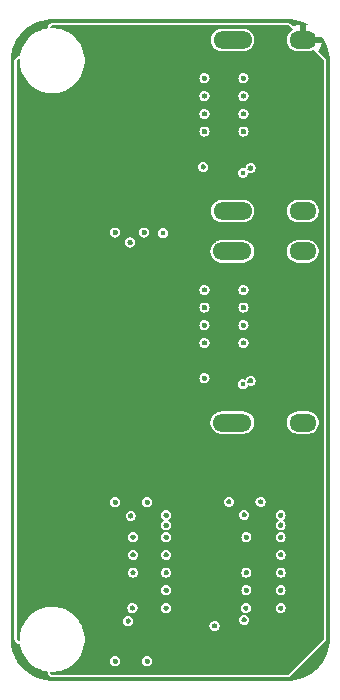
<source format=gbr>
G04 #@! TF.GenerationSoftware,KiCad,Pcbnew,8.0.4*
G04 #@! TF.CreationDate,2025-01-13T22:16:17-08:00*
G04 #@! TF.ProjectId,CSI_HDMI_Passthrough_receiver_noRetimer,4353495f-4844-44d4-995f-506173737468,rev?*
G04 #@! TF.SameCoordinates,Original*
G04 #@! TF.FileFunction,Copper,L3,Inr*
G04 #@! TF.FilePolarity,Positive*
%FSLAX46Y46*%
G04 Gerber Fmt 4.6, Leading zero omitted, Abs format (unit mm)*
G04 Created by KiCad (PCBNEW 8.0.4) date 2025-01-13 22:16:17*
%MOMM*%
%LPD*%
G01*
G04 APERTURE LIST*
G04 #@! TA.AperFunction,ComponentPad*
%ADD10O,3.300000X1.500000*%
G04 #@! TD*
G04 #@! TA.AperFunction,ComponentPad*
%ADD11O,2.300000X1.500000*%
G04 #@! TD*
G04 #@! TA.AperFunction,ViaPad*
%ADD12C,0.450000*%
G04 #@! TD*
G04 APERTURE END LIST*
D10*
G04 #@! TO.N,GND*
G04 #@! TO.C,J4*
X162275000Y-77250000D03*
X162275000Y-91750000D03*
D11*
X168235000Y-77250000D03*
X168235000Y-91750000D03*
G04 #@! TD*
D10*
G04 #@! TO.N,GND*
G04 #@! TO.C,J2*
X162260000Y-95150000D03*
X162260000Y-109650000D03*
D11*
X168220000Y-95150000D03*
X168220000Y-109650000D03*
G04 #@! TD*
D12*
G04 #@! TO.N,GND*
X155050000Y-116400000D03*
X152350000Y-116400000D03*
X164650000Y-116350000D03*
X161950000Y-116350000D03*
X155050000Y-129850000D03*
X152350000Y-129850000D03*
X153650000Y-117550000D03*
X153850000Y-119350000D03*
X153850000Y-120850000D03*
X153850000Y-122350000D03*
X153800000Y-125350000D03*
X153450000Y-126450000D03*
X154800000Y-93550000D03*
X152350000Y-93550000D03*
X156650000Y-117500000D03*
X163200000Y-80500000D03*
X163200000Y-102900000D03*
X156650000Y-118350000D03*
X166350000Y-117500000D03*
X156650000Y-119350000D03*
X163800000Y-88100000D03*
X159900000Y-99900000D03*
X159900000Y-101400000D03*
X160750000Y-126850000D03*
X163250000Y-117450000D03*
X159900000Y-105900000D03*
X163450000Y-119350000D03*
X163250000Y-126350000D03*
X163200000Y-98400000D03*
X163450000Y-122350000D03*
X163200000Y-99900000D03*
X156650000Y-120850000D03*
X163450000Y-123850000D03*
X159900000Y-82000000D03*
X159800000Y-88000000D03*
X159900000Y-83500000D03*
X163200000Y-101400000D03*
X166350000Y-125350000D03*
X166350000Y-118350000D03*
X156650000Y-125350000D03*
X156650000Y-122350000D03*
X153600000Y-94400000D03*
X163200000Y-82000000D03*
X166350000Y-119350000D03*
X166350000Y-122350000D03*
X159900000Y-80500000D03*
X166350000Y-123850000D03*
X159900000Y-85000000D03*
X163200000Y-83500000D03*
X166350000Y-120850000D03*
X163200000Y-85000000D03*
X159900000Y-98400000D03*
X156650000Y-123850000D03*
X159900000Y-102900000D03*
X163800000Y-106100000D03*
X163400000Y-125350000D03*
G04 #@! TO.N,+3V3*
X153850000Y-128350000D03*
X163400000Y-128350000D03*
X156400000Y-94900000D03*
X165900000Y-128350000D03*
X156200000Y-128350000D03*
G04 #@! TO.N,Net-(J2-+5V)*
X163150000Y-106400000D03*
X163150000Y-88500000D03*
X156400000Y-93600000D03*
G04 #@! TD*
G04 #@! TA.AperFunction,Conductor*
G04 #@! TO.N,GND*
G36*
X167000305Y-75500003D02*
G01*
X167181064Y-75502368D01*
X167185522Y-75502631D01*
X167545348Y-75540451D01*
X167550412Y-75541253D01*
X167903975Y-75616406D01*
X167908923Y-75617731D01*
X168252715Y-75729436D01*
X168257485Y-75731267D01*
X168506326Y-75842057D01*
X168587714Y-75878294D01*
X168592284Y-75880623D01*
X168640682Y-75908565D01*
X168663512Y-75938317D01*
X168658617Y-75975500D01*
X168628865Y-75998330D01*
X168616182Y-76000000D01*
X168485000Y-76000000D01*
X168485000Y-76800000D01*
X167985000Y-76800000D01*
X167985000Y-76000000D01*
X167736624Y-76000000D01*
X167542293Y-76030778D01*
X167542290Y-76030779D01*
X167404127Y-76075671D01*
X167366739Y-76072728D01*
X167354337Y-76063717D01*
X167159664Y-75869044D01*
X167159662Y-75869042D01*
X167092995Y-75824495D01*
X167092991Y-75824493D01*
X167092989Y-75824492D01*
X167058354Y-75810145D01*
X167058344Y-75810142D01*
X167026630Y-75803834D01*
X166979704Y-75794500D01*
X147020296Y-75794500D01*
X146981155Y-75802285D01*
X146941655Y-75810142D01*
X146941645Y-75810145D01*
X146907007Y-75824493D01*
X146840340Y-75869038D01*
X146840339Y-75869039D01*
X146688835Y-76020542D01*
X146644287Y-76087214D01*
X146629937Y-76121859D01*
X146614618Y-76188980D01*
X146614618Y-76188981D01*
X146620363Y-76222796D01*
X146612017Y-76259359D01*
X146580262Y-76279311D01*
X146577542Y-76279695D01*
X146538554Y-76284088D01*
X146538551Y-76284088D01*
X146538548Y-76284089D01*
X146416671Y-76311906D01*
X146237366Y-76352831D01*
X145945766Y-76454866D01*
X145945760Y-76454869D01*
X145667447Y-76588898D01*
X145667437Y-76588903D01*
X145405858Y-76753263D01*
X145164333Y-76945873D01*
X145164321Y-76945884D01*
X144945884Y-77164321D01*
X144945873Y-77164333D01*
X144753263Y-77405858D01*
X144588903Y-77667437D01*
X144588898Y-77667447D01*
X144454869Y-77945760D01*
X144454866Y-77945766D01*
X144352831Y-78237366D01*
X144284088Y-78538552D01*
X144284088Y-78538555D01*
X144280065Y-78574261D01*
X144261924Y-78607084D01*
X144225886Y-78617466D01*
X144220471Y-78616546D01*
X144220123Y-78616466D01*
X144212024Y-78614618D01*
X144212023Y-78614618D01*
X144121859Y-78629937D01*
X144087213Y-78644287D01*
X144020545Y-78688833D01*
X143869038Y-78840340D01*
X143824492Y-78907008D01*
X143810142Y-78941653D01*
X143810142Y-78941654D01*
X143810142Y-78941655D01*
X143794500Y-79020295D01*
X143794500Y-82000000D01*
X143794500Y-83500000D01*
X143794500Y-85000000D01*
X143794500Y-88000000D01*
X143794500Y-88500000D01*
X143794500Y-91676621D01*
X143794500Y-93550000D01*
X143794500Y-94400000D01*
X143794500Y-95076621D01*
X143794500Y-98400000D01*
X143794500Y-99900000D01*
X143794500Y-101400000D01*
X143794500Y-102900000D01*
X143794500Y-105900000D01*
X143794500Y-106400000D01*
X143794500Y-109576621D01*
X143794500Y-116400000D01*
X143794500Y-117550000D01*
X143794500Y-118350000D01*
X143794500Y-119350000D01*
X143794500Y-120850000D01*
X143794500Y-122350000D01*
X143794500Y-123850000D01*
X143794500Y-125350000D01*
X143794500Y-127979704D01*
X143798598Y-128000305D01*
X143810142Y-128058344D01*
X143810145Y-128058354D01*
X143824492Y-128092989D01*
X143824493Y-128092991D01*
X143824495Y-128092995D01*
X143869042Y-128159662D01*
X144020542Y-128311162D01*
X144087209Y-128355709D01*
X144121857Y-128370061D01*
X144188979Y-128385381D01*
X144222794Y-128379635D01*
X144259357Y-128387979D01*
X144279310Y-128419733D01*
X144279695Y-128422455D01*
X144284088Y-128461444D01*
X144284088Y-128461447D01*
X144352831Y-128762633D01*
X144454866Y-129054233D01*
X144454869Y-129054239D01*
X144588898Y-129332552D01*
X144588903Y-129332562D01*
X144753263Y-129594141D01*
X144945873Y-129835666D01*
X144945884Y-129835678D01*
X145164321Y-130054115D01*
X145164333Y-130054126D01*
X145405858Y-130246736D01*
X145667437Y-130411096D01*
X145667447Y-130411101D01*
X145945760Y-130545130D01*
X145945766Y-130545133D01*
X145945769Y-130545134D01*
X145945771Y-130545135D01*
X146237364Y-130647168D01*
X146538548Y-130715911D01*
X146574262Y-130719935D01*
X146607085Y-130738074D01*
X146617468Y-130774111D01*
X146616548Y-130779525D01*
X146614619Y-130787979D01*
X146629939Y-130878143D01*
X146644291Y-130912791D01*
X146688838Y-130979458D01*
X146840338Y-131130958D01*
X146907005Y-131175505D01*
X146907010Y-131175507D01*
X146941645Y-131189854D01*
X146941647Y-131189854D01*
X146941653Y-131189857D01*
X147020296Y-131205500D01*
X147020299Y-131205500D01*
X166979701Y-131205500D01*
X166979704Y-131205500D01*
X167058347Y-131189857D01*
X167092995Y-131175505D01*
X167159662Y-131130958D01*
X170130958Y-128159662D01*
X170175505Y-128092995D01*
X170189857Y-128058347D01*
X170205500Y-127979704D01*
X170205500Y-79020296D01*
X170189857Y-78941653D01*
X170175505Y-78907005D01*
X170130958Y-78840338D01*
X169506341Y-78215721D01*
X169491989Y-78181073D01*
X169506341Y-78146425D01*
X169588440Y-78064326D01*
X169704099Y-77905137D01*
X169793419Y-77729834D01*
X169854221Y-77542708D01*
X169860985Y-77500000D01*
X169010278Y-77500000D01*
X169054333Y-77423694D01*
X169085000Y-77309244D01*
X169085000Y-77190756D01*
X169054333Y-77076306D01*
X169010278Y-77000000D01*
X169870188Y-77000000D01*
X169935853Y-77090379D01*
X169938646Y-77094680D01*
X170119376Y-77407715D01*
X170121705Y-77412285D01*
X170268728Y-77742505D01*
X170270566Y-77747293D01*
X170382267Y-78091073D01*
X170383594Y-78096027D01*
X170458745Y-78449586D01*
X170459548Y-78454652D01*
X170497367Y-78814466D01*
X170497631Y-78818947D01*
X170499996Y-78999694D01*
X170500000Y-79000335D01*
X170500000Y-127999664D01*
X170499996Y-128000305D01*
X170497631Y-128181052D01*
X170497367Y-128185533D01*
X170459548Y-128545347D01*
X170458745Y-128550413D01*
X170383594Y-128903972D01*
X170382267Y-128908926D01*
X170270566Y-129252706D01*
X170268728Y-129257494D01*
X170121705Y-129587714D01*
X170119376Y-129592284D01*
X169938645Y-129905320D01*
X169935852Y-129909622D01*
X169723385Y-130202057D01*
X169720157Y-130206042D01*
X169478290Y-130474663D01*
X169474663Y-130478290D01*
X169206042Y-130720157D01*
X169202057Y-130723385D01*
X168909622Y-130935852D01*
X168905320Y-130938645D01*
X168592284Y-131119376D01*
X168587714Y-131121705D01*
X168257494Y-131268728D01*
X168252706Y-131270566D01*
X167908926Y-131382267D01*
X167903972Y-131383594D01*
X167550413Y-131458745D01*
X167545347Y-131459548D01*
X167185533Y-131497367D01*
X167181052Y-131497631D01*
X167000306Y-131499996D01*
X166999665Y-131500000D01*
X147000335Y-131500000D01*
X146999694Y-131499996D01*
X146818947Y-131497631D01*
X146814466Y-131497367D01*
X146454652Y-131459548D01*
X146449586Y-131458745D01*
X146096027Y-131383594D01*
X146091073Y-131382267D01*
X145747293Y-131270566D01*
X145742505Y-131268728D01*
X145412285Y-131121705D01*
X145407715Y-131119376D01*
X145094679Y-130938645D01*
X145090386Y-130935858D01*
X144797936Y-130723380D01*
X144793957Y-130720157D01*
X144525336Y-130478290D01*
X144521709Y-130474663D01*
X144279842Y-130206042D01*
X144276620Y-130202065D01*
X144064138Y-129909608D01*
X144061354Y-129905320D01*
X144021146Y-129835678D01*
X143906408Y-129636945D01*
X143880623Y-129592284D01*
X143878294Y-129587714D01*
X143842057Y-129506326D01*
X143731267Y-129257485D01*
X143729436Y-129252715D01*
X143617731Y-128908923D01*
X143616405Y-128903972D01*
X143541254Y-128550413D01*
X143540451Y-128545347D01*
X143523911Y-128387979D01*
X143502631Y-128185522D01*
X143502368Y-128181064D01*
X143500004Y-128000305D01*
X143500000Y-127999664D01*
X143500000Y-79000335D01*
X143500004Y-78999694D01*
X143500763Y-78941645D01*
X143502368Y-78818934D01*
X143502631Y-78814478D01*
X143540451Y-78454648D01*
X143541254Y-78449586D01*
X143586363Y-78237366D01*
X143616407Y-78096019D01*
X143617732Y-78091073D01*
X143626423Y-78064326D01*
X143729438Y-77747278D01*
X143731265Y-77742520D01*
X143878296Y-77412280D01*
X143880623Y-77407715D01*
X143881695Y-77405858D01*
X144061362Y-77094665D01*
X144064132Y-77090399D01*
X144276627Y-76797924D01*
X144279835Y-76793965D01*
X144521719Y-76525325D01*
X144525325Y-76521719D01*
X144793965Y-76279835D01*
X144797924Y-76276627D01*
X145090399Y-76064132D01*
X145094665Y-76061362D01*
X145407719Y-75880620D01*
X145412280Y-75878296D01*
X145742520Y-75731265D01*
X145747278Y-75729438D01*
X146091081Y-75617729D01*
X146096019Y-75616407D01*
X146449590Y-75541253D01*
X146454648Y-75540451D01*
X146814478Y-75502631D01*
X146818934Y-75502368D01*
X146999694Y-75500003D01*
X147000335Y-75500000D01*
X166999665Y-75500000D01*
X167000305Y-75500003D01*
G37*
G04 #@! TD.AperFunction*
G04 #@! TA.AperFunction,Conductor*
G36*
X152384416Y-129632708D02*
G01*
X152411168Y-129636945D01*
X152425743Y-129641680D01*
X152474013Y-129666274D01*
X152486411Y-129675283D01*
X152524714Y-129713586D01*
X152533725Y-129725988D01*
X152556220Y-129770136D01*
X152556219Y-129770136D01*
X152556223Y-129770141D01*
X152558318Y-129774254D01*
X152563053Y-129788829D01*
X152571527Y-129842334D01*
X152571527Y-129857664D01*
X152563054Y-129911166D01*
X152558316Y-129925747D01*
X152533723Y-129974012D01*
X152524712Y-129986414D01*
X152486413Y-130024713D01*
X152474032Y-130033713D01*
X152473146Y-130034165D01*
X152473136Y-130034170D01*
X152473129Y-130034174D01*
X152473124Y-130034177D01*
X152425745Y-130058317D01*
X152411165Y-130063054D01*
X152357664Y-130071527D01*
X152342334Y-130071527D01*
X152288829Y-130063053D01*
X152274254Y-130058318D01*
X152272987Y-130057672D01*
X152270140Y-130056222D01*
X152270136Y-130056218D01*
X152270136Y-130056220D01*
X152225988Y-130033725D01*
X152213586Y-130024714D01*
X152175283Y-129986411D01*
X152166274Y-129974012D01*
X152141680Y-129925743D01*
X152136945Y-129911168D01*
X152128471Y-129857664D01*
X152128471Y-129842334D01*
X152136945Y-129788829D01*
X152141679Y-129774256D01*
X152166276Y-129725981D01*
X152175280Y-129713589D01*
X152213589Y-129675280D01*
X152225981Y-129666276D01*
X152274256Y-129641679D01*
X152288827Y-129636945D01*
X152342335Y-129628471D01*
X152357664Y-129628471D01*
X152384416Y-129632708D01*
G37*
G04 #@! TD.AperFunction*
G04 #@! TA.AperFunction,Conductor*
G36*
X155084416Y-129632708D02*
G01*
X155111168Y-129636945D01*
X155125743Y-129641680D01*
X155174013Y-129666274D01*
X155186411Y-129675283D01*
X155224714Y-129713586D01*
X155233725Y-129725988D01*
X155256220Y-129770136D01*
X155256219Y-129770136D01*
X155256223Y-129770141D01*
X155258318Y-129774254D01*
X155263053Y-129788829D01*
X155271527Y-129842334D01*
X155271527Y-129857664D01*
X155263054Y-129911166D01*
X155258316Y-129925747D01*
X155233723Y-129974012D01*
X155224712Y-129986414D01*
X155186413Y-130024713D01*
X155174032Y-130033713D01*
X155173146Y-130034165D01*
X155173136Y-130034170D01*
X155173129Y-130034174D01*
X155173124Y-130034177D01*
X155125745Y-130058317D01*
X155111165Y-130063054D01*
X155057664Y-130071527D01*
X155042334Y-130071527D01*
X154988829Y-130063053D01*
X154974254Y-130058318D01*
X154972987Y-130057672D01*
X154970140Y-130056222D01*
X154970136Y-130056218D01*
X154970136Y-130056220D01*
X154925988Y-130033725D01*
X154913586Y-130024714D01*
X154875283Y-129986411D01*
X154866274Y-129974012D01*
X154841680Y-129925743D01*
X154836945Y-129911168D01*
X154828471Y-129857664D01*
X154828471Y-129842334D01*
X154836945Y-129788829D01*
X154841679Y-129774256D01*
X154866276Y-129725981D01*
X154875280Y-129713589D01*
X154913589Y-129675280D01*
X154925981Y-129666276D01*
X154974256Y-129641679D01*
X154988827Y-129636945D01*
X155042335Y-129628471D01*
X155057664Y-129628471D01*
X155084416Y-129632708D01*
G37*
G04 #@! TD.AperFunction*
G04 #@! TA.AperFunction,Conductor*
G36*
X160768581Y-126630200D02*
G01*
X160811168Y-126636945D01*
X160825743Y-126641680D01*
X160874013Y-126666274D01*
X160886411Y-126675283D01*
X160924716Y-126713588D01*
X160933726Y-126725989D01*
X160951427Y-126760729D01*
X160951428Y-126760730D01*
X160958316Y-126774250D01*
X160963053Y-126788829D01*
X160971527Y-126842334D01*
X160971527Y-126857664D01*
X160963054Y-126911166D01*
X160958316Y-126925747D01*
X160933723Y-126974012D01*
X160924712Y-126986414D01*
X160886413Y-127024713D01*
X160874032Y-127033713D01*
X160873146Y-127034165D01*
X160873136Y-127034170D01*
X160873129Y-127034174D01*
X160873124Y-127034177D01*
X160825745Y-127058317D01*
X160811165Y-127063054D01*
X160757665Y-127071527D01*
X160742335Y-127071527D01*
X160688832Y-127063053D01*
X160674255Y-127058317D01*
X160666132Y-127054179D01*
X160666043Y-127054133D01*
X160625989Y-127033725D01*
X160613586Y-127024714D01*
X160575283Y-126986411D01*
X160566274Y-126974012D01*
X160541680Y-126925743D01*
X160536945Y-126911168D01*
X160528471Y-126857664D01*
X160528471Y-126842334D01*
X160536945Y-126788829D01*
X160541679Y-126774256D01*
X160566276Y-126725981D01*
X160575282Y-126713588D01*
X160613589Y-126675280D01*
X160625981Y-126666276D01*
X160674256Y-126641679D01*
X160688827Y-126636945D01*
X160742335Y-126628471D01*
X160757664Y-126628471D01*
X160768581Y-126630200D01*
G37*
G04 #@! TD.AperFunction*
G04 #@! TA.AperFunction,Conductor*
G36*
X153484416Y-126232708D02*
G01*
X153511168Y-126236945D01*
X153525743Y-126241680D01*
X153574013Y-126266274D01*
X153586411Y-126275283D01*
X153624715Y-126313587D01*
X153633726Y-126325990D01*
X153645959Y-126350000D01*
X153645960Y-126350000D01*
X153656220Y-126370136D01*
X153658316Y-126374249D01*
X153663054Y-126388829D01*
X153671528Y-126442333D01*
X153671528Y-126457663D01*
X153663054Y-126511165D01*
X153658317Y-126525745D01*
X153634177Y-126573124D01*
X153634165Y-126573146D01*
X153633713Y-126574032D01*
X153624713Y-126586413D01*
X153586415Y-126624711D01*
X153574013Y-126633722D01*
X153525745Y-126658316D01*
X153511165Y-126663054D01*
X153468601Y-126669796D01*
X153457665Y-126671528D01*
X153442335Y-126671528D01*
X153430336Y-126669627D01*
X153388828Y-126663053D01*
X153374254Y-126658318D01*
X153372987Y-126657672D01*
X153370140Y-126656222D01*
X153370136Y-126656218D01*
X153370136Y-126656220D01*
X153325988Y-126633725D01*
X153313586Y-126624714D01*
X153275283Y-126586411D01*
X153266274Y-126574013D01*
X153241680Y-126525743D01*
X153236945Y-126511168D01*
X153228471Y-126457664D01*
X153228471Y-126442334D01*
X153231098Y-126425748D01*
X153236945Y-126388827D01*
X153241679Y-126374256D01*
X153266276Y-126325981D01*
X153275280Y-126313589D01*
X153313589Y-126275280D01*
X153325981Y-126266276D01*
X153374256Y-126241679D01*
X153388827Y-126236945D01*
X153442335Y-126228471D01*
X153457664Y-126228471D01*
X153484416Y-126232708D01*
G37*
G04 #@! TD.AperFunction*
G04 #@! TA.AperFunction,Conductor*
G36*
X163284416Y-126132708D02*
G01*
X163311168Y-126136945D01*
X163325743Y-126141680D01*
X163374013Y-126166274D01*
X163386411Y-126175283D01*
X163424714Y-126213586D01*
X163433725Y-126225989D01*
X163449723Y-126257387D01*
X163449761Y-126257462D01*
X163458315Y-126274250D01*
X163463053Y-126288831D01*
X163471527Y-126342334D01*
X163471527Y-126357664D01*
X163463054Y-126411165D01*
X163458317Y-126425745D01*
X163434177Y-126473124D01*
X163434165Y-126473146D01*
X163433713Y-126474032D01*
X163424713Y-126486413D01*
X163386413Y-126524713D01*
X163374291Y-126533580D01*
X163374206Y-126533624D01*
X163374010Y-126533725D01*
X163373926Y-126533768D01*
X163373925Y-126533769D01*
X163325745Y-126558317D01*
X163311165Y-126563054D01*
X163257664Y-126571527D01*
X163242334Y-126571527D01*
X163188829Y-126563053D01*
X163174254Y-126558318D01*
X163172987Y-126557672D01*
X163170140Y-126556222D01*
X163170136Y-126556218D01*
X163170136Y-126556220D01*
X163125988Y-126533725D01*
X163113586Y-126524714D01*
X163075283Y-126486411D01*
X163066274Y-126474013D01*
X163041680Y-126425743D01*
X163036945Y-126411168D01*
X163028471Y-126357664D01*
X163028471Y-126342334D01*
X163036945Y-126288829D01*
X163041679Y-126274256D01*
X163066276Y-126225981D01*
X163075280Y-126213589D01*
X163113589Y-126175280D01*
X163125981Y-126166276D01*
X163174256Y-126141679D01*
X163188827Y-126136945D01*
X163242335Y-126128471D01*
X163257664Y-126128471D01*
X163284416Y-126132708D01*
G37*
G04 #@! TD.AperFunction*
G04 #@! TA.AperFunction,Conductor*
G36*
X153834416Y-125132708D02*
G01*
X153861168Y-125136945D01*
X153875743Y-125141680D01*
X153924013Y-125166274D01*
X153936411Y-125175283D01*
X153974714Y-125213586D01*
X153983725Y-125225988D01*
X154006220Y-125270136D01*
X154006219Y-125270136D01*
X154006223Y-125270141D01*
X154008318Y-125274254D01*
X154013053Y-125288829D01*
X154021527Y-125342334D01*
X154021527Y-125357664D01*
X154013054Y-125411165D01*
X154008316Y-125425745D01*
X153984663Y-125472167D01*
X153984648Y-125472197D01*
X153983712Y-125474032D01*
X153974711Y-125486415D01*
X153936413Y-125524713D01*
X153924032Y-125533713D01*
X153923146Y-125534165D01*
X153923136Y-125534170D01*
X153923129Y-125534174D01*
X153923124Y-125534177D01*
X153875745Y-125558317D01*
X153861165Y-125563054D01*
X153807664Y-125571527D01*
X153792334Y-125571527D01*
X153738829Y-125563053D01*
X153724254Y-125558318D01*
X153722987Y-125557672D01*
X153720140Y-125556222D01*
X153720136Y-125556218D01*
X153720136Y-125556220D01*
X153675988Y-125533725D01*
X153663586Y-125524714D01*
X153625283Y-125486411D01*
X153616274Y-125474013D01*
X153591680Y-125425743D01*
X153586945Y-125411168D01*
X153578471Y-125357664D01*
X153578471Y-125342334D01*
X153586945Y-125288829D01*
X153591679Y-125274256D01*
X153616276Y-125225981D01*
X153625280Y-125213589D01*
X153663589Y-125175280D01*
X153675981Y-125166276D01*
X153724256Y-125141679D01*
X153738827Y-125136945D01*
X153792335Y-125128471D01*
X153807664Y-125128471D01*
X153834416Y-125132708D01*
G37*
G04 #@! TD.AperFunction*
G04 #@! TA.AperFunction,Conductor*
G36*
X156684416Y-125132708D02*
G01*
X156711168Y-125136945D01*
X156725743Y-125141680D01*
X156774013Y-125166274D01*
X156786411Y-125175283D01*
X156824714Y-125213586D01*
X156833725Y-125225988D01*
X156856220Y-125270136D01*
X156856219Y-125270136D01*
X156856223Y-125270141D01*
X156858318Y-125274254D01*
X156863053Y-125288829D01*
X156871527Y-125342334D01*
X156871527Y-125357664D01*
X156863054Y-125411165D01*
X156858316Y-125425745D01*
X156834663Y-125472167D01*
X156834648Y-125472197D01*
X156833712Y-125474032D01*
X156824711Y-125486415D01*
X156786413Y-125524713D01*
X156774032Y-125533713D01*
X156773146Y-125534165D01*
X156773136Y-125534170D01*
X156773129Y-125534174D01*
X156773124Y-125534177D01*
X156725745Y-125558317D01*
X156711165Y-125563054D01*
X156657664Y-125571527D01*
X156642334Y-125571527D01*
X156588829Y-125563053D01*
X156574254Y-125558318D01*
X156572987Y-125557672D01*
X156570140Y-125556222D01*
X156570136Y-125556218D01*
X156570136Y-125556220D01*
X156525988Y-125533725D01*
X156513586Y-125524714D01*
X156475283Y-125486411D01*
X156466274Y-125474013D01*
X156441680Y-125425743D01*
X156436945Y-125411168D01*
X156428471Y-125357664D01*
X156428471Y-125342334D01*
X156436945Y-125288829D01*
X156441679Y-125274256D01*
X156466276Y-125225981D01*
X156475280Y-125213589D01*
X156513589Y-125175280D01*
X156525981Y-125166276D01*
X156574256Y-125141679D01*
X156588827Y-125136945D01*
X156642335Y-125128471D01*
X156657664Y-125128471D01*
X156684416Y-125132708D01*
G37*
G04 #@! TD.AperFunction*
G04 #@! TA.AperFunction,Conductor*
G36*
X163434416Y-125132708D02*
G01*
X163461168Y-125136945D01*
X163475743Y-125141680D01*
X163524013Y-125166274D01*
X163536411Y-125175283D01*
X163574714Y-125213586D01*
X163583725Y-125225988D01*
X163606220Y-125270136D01*
X163606219Y-125270136D01*
X163606223Y-125270141D01*
X163608318Y-125274254D01*
X163613053Y-125288829D01*
X163621527Y-125342334D01*
X163621527Y-125357664D01*
X163613054Y-125411165D01*
X163608316Y-125425745D01*
X163584663Y-125472167D01*
X163584648Y-125472197D01*
X163583712Y-125474032D01*
X163574711Y-125486415D01*
X163536413Y-125524713D01*
X163524032Y-125533713D01*
X163523146Y-125534165D01*
X163523136Y-125534170D01*
X163523129Y-125534174D01*
X163523124Y-125534177D01*
X163475745Y-125558317D01*
X163461165Y-125563054D01*
X163407664Y-125571527D01*
X163392334Y-125571527D01*
X163338829Y-125563053D01*
X163324254Y-125558318D01*
X163322987Y-125557672D01*
X163320140Y-125556222D01*
X163320136Y-125556218D01*
X163320136Y-125556220D01*
X163275988Y-125533725D01*
X163263586Y-125524714D01*
X163225283Y-125486411D01*
X163216274Y-125474013D01*
X163191680Y-125425743D01*
X163186945Y-125411168D01*
X163178471Y-125357664D01*
X163178471Y-125342334D01*
X163186945Y-125288829D01*
X163191679Y-125274256D01*
X163216276Y-125225981D01*
X163225280Y-125213589D01*
X163263589Y-125175280D01*
X163275981Y-125166276D01*
X163324256Y-125141679D01*
X163338827Y-125136945D01*
X163392335Y-125128471D01*
X163407664Y-125128471D01*
X163434416Y-125132708D01*
G37*
G04 #@! TD.AperFunction*
G04 #@! TA.AperFunction,Conductor*
G36*
X166384416Y-125132708D02*
G01*
X166411168Y-125136945D01*
X166425743Y-125141680D01*
X166474013Y-125166274D01*
X166486411Y-125175283D01*
X166524714Y-125213586D01*
X166533725Y-125225988D01*
X166556220Y-125270136D01*
X166556219Y-125270136D01*
X166556223Y-125270141D01*
X166558318Y-125274254D01*
X166563053Y-125288829D01*
X166571527Y-125342334D01*
X166571527Y-125357664D01*
X166563054Y-125411165D01*
X166558316Y-125425745D01*
X166534663Y-125472167D01*
X166534648Y-125472197D01*
X166533712Y-125474032D01*
X166524711Y-125486415D01*
X166486413Y-125524713D01*
X166474032Y-125533713D01*
X166473146Y-125534165D01*
X166473136Y-125534170D01*
X166473129Y-125534174D01*
X166473124Y-125534177D01*
X166425745Y-125558317D01*
X166411165Y-125563054D01*
X166357664Y-125571527D01*
X166342334Y-125571527D01*
X166288829Y-125563053D01*
X166274254Y-125558318D01*
X166272987Y-125557672D01*
X166270140Y-125556222D01*
X166270136Y-125556218D01*
X166270136Y-125556220D01*
X166225988Y-125533725D01*
X166213586Y-125524714D01*
X166175283Y-125486411D01*
X166166274Y-125474013D01*
X166141680Y-125425743D01*
X166136945Y-125411168D01*
X166128471Y-125357664D01*
X166128471Y-125342334D01*
X166136945Y-125288829D01*
X166141679Y-125274256D01*
X166166276Y-125225981D01*
X166175280Y-125213589D01*
X166213589Y-125175280D01*
X166225981Y-125166276D01*
X166274256Y-125141679D01*
X166288827Y-125136945D01*
X166342335Y-125128471D01*
X166357664Y-125128471D01*
X166384416Y-125132708D01*
G37*
G04 #@! TD.AperFunction*
G04 #@! TA.AperFunction,Conductor*
G36*
X156684416Y-123632708D02*
G01*
X156711168Y-123636945D01*
X156725743Y-123641680D01*
X156774013Y-123666274D01*
X156786411Y-123675283D01*
X156824714Y-123713586D01*
X156833725Y-123725988D01*
X156856220Y-123770136D01*
X156856219Y-123770136D01*
X156856223Y-123770141D01*
X156858318Y-123774254D01*
X156863053Y-123788829D01*
X156871527Y-123842334D01*
X156871527Y-123857664D01*
X156863054Y-123911166D01*
X156858316Y-123925747D01*
X156833723Y-123974012D01*
X156824712Y-123986414D01*
X156786413Y-124024713D01*
X156774032Y-124033713D01*
X156773146Y-124034165D01*
X156773136Y-124034170D01*
X156773129Y-124034174D01*
X156773124Y-124034177D01*
X156725745Y-124058317D01*
X156711165Y-124063054D01*
X156657664Y-124071527D01*
X156642334Y-124071527D01*
X156588829Y-124063053D01*
X156574254Y-124058318D01*
X156572987Y-124057672D01*
X156570140Y-124056222D01*
X156570136Y-124056218D01*
X156570136Y-124056220D01*
X156525988Y-124033725D01*
X156513586Y-124024714D01*
X156475283Y-123986411D01*
X156466274Y-123974012D01*
X156441680Y-123925743D01*
X156436945Y-123911168D01*
X156428471Y-123857664D01*
X156428471Y-123842334D01*
X156436945Y-123788829D01*
X156441679Y-123774256D01*
X156466276Y-123725981D01*
X156475280Y-123713589D01*
X156513589Y-123675280D01*
X156525981Y-123666276D01*
X156574256Y-123641679D01*
X156588827Y-123636945D01*
X156642335Y-123628471D01*
X156657664Y-123628471D01*
X156684416Y-123632708D01*
G37*
G04 #@! TD.AperFunction*
G04 #@! TA.AperFunction,Conductor*
G36*
X163484416Y-123632708D02*
G01*
X163511168Y-123636945D01*
X163525743Y-123641680D01*
X163574013Y-123666274D01*
X163586411Y-123675283D01*
X163624714Y-123713586D01*
X163633725Y-123725988D01*
X163656220Y-123770136D01*
X163656219Y-123770136D01*
X163656223Y-123770141D01*
X163658318Y-123774254D01*
X163663053Y-123788829D01*
X163671527Y-123842334D01*
X163671527Y-123857664D01*
X163663054Y-123911166D01*
X163658316Y-123925747D01*
X163633723Y-123974012D01*
X163624712Y-123986414D01*
X163586413Y-124024713D01*
X163574032Y-124033713D01*
X163573146Y-124034165D01*
X163573136Y-124034170D01*
X163573129Y-124034174D01*
X163573124Y-124034177D01*
X163525745Y-124058317D01*
X163511165Y-124063054D01*
X163457664Y-124071527D01*
X163442334Y-124071527D01*
X163388829Y-124063053D01*
X163374254Y-124058318D01*
X163372987Y-124057672D01*
X163370140Y-124056222D01*
X163370136Y-124056218D01*
X163370136Y-124056220D01*
X163325988Y-124033725D01*
X163313586Y-124024714D01*
X163275283Y-123986411D01*
X163266274Y-123974012D01*
X163241680Y-123925743D01*
X163236945Y-123911168D01*
X163228471Y-123857664D01*
X163228471Y-123842334D01*
X163236945Y-123788829D01*
X163241679Y-123774256D01*
X163266276Y-123725981D01*
X163275280Y-123713589D01*
X163313589Y-123675280D01*
X163325981Y-123666276D01*
X163374256Y-123641679D01*
X163388827Y-123636945D01*
X163442335Y-123628471D01*
X163457664Y-123628471D01*
X163484416Y-123632708D01*
G37*
G04 #@! TD.AperFunction*
G04 #@! TA.AperFunction,Conductor*
G36*
X166384416Y-123632708D02*
G01*
X166411168Y-123636945D01*
X166425743Y-123641680D01*
X166474013Y-123666274D01*
X166486411Y-123675283D01*
X166524714Y-123713586D01*
X166533725Y-123725988D01*
X166556220Y-123770136D01*
X166556219Y-123770136D01*
X166556223Y-123770141D01*
X166558318Y-123774254D01*
X166563053Y-123788829D01*
X166571527Y-123842334D01*
X166571527Y-123857664D01*
X166563054Y-123911166D01*
X166558316Y-123925747D01*
X166533723Y-123974012D01*
X166524712Y-123986414D01*
X166486413Y-124024713D01*
X166474032Y-124033713D01*
X166473146Y-124034165D01*
X166473136Y-124034170D01*
X166473129Y-124034174D01*
X166473124Y-124034177D01*
X166425745Y-124058317D01*
X166411165Y-124063054D01*
X166357664Y-124071527D01*
X166342334Y-124071527D01*
X166288829Y-124063053D01*
X166274254Y-124058318D01*
X166272987Y-124057672D01*
X166270140Y-124056222D01*
X166270136Y-124056218D01*
X166270136Y-124056220D01*
X166225988Y-124033725D01*
X166213586Y-124024714D01*
X166175283Y-123986411D01*
X166166274Y-123974012D01*
X166141680Y-123925743D01*
X166136945Y-123911168D01*
X166128471Y-123857664D01*
X166128471Y-123842334D01*
X166136945Y-123788829D01*
X166141679Y-123774256D01*
X166166276Y-123725981D01*
X166175280Y-123713589D01*
X166213589Y-123675280D01*
X166225981Y-123666276D01*
X166274256Y-123641679D01*
X166288827Y-123636945D01*
X166342335Y-123628471D01*
X166357664Y-123628471D01*
X166384416Y-123632708D01*
G37*
G04 #@! TD.AperFunction*
G04 #@! TA.AperFunction,Conductor*
G36*
X153884416Y-122132708D02*
G01*
X153911168Y-122136945D01*
X153925743Y-122141680D01*
X153974013Y-122166274D01*
X153986411Y-122175283D01*
X154024714Y-122213586D01*
X154033725Y-122225988D01*
X154056220Y-122270136D01*
X154056219Y-122270136D01*
X154056223Y-122270141D01*
X154058318Y-122274254D01*
X154063053Y-122288829D01*
X154071527Y-122342334D01*
X154071527Y-122357664D01*
X154063054Y-122411166D01*
X154058316Y-122425747D01*
X154033723Y-122474012D01*
X154024712Y-122486414D01*
X153986413Y-122524713D01*
X153974032Y-122533713D01*
X153973146Y-122534165D01*
X153973136Y-122534170D01*
X153973129Y-122534174D01*
X153973124Y-122534177D01*
X153925745Y-122558317D01*
X153911165Y-122563054D01*
X153857664Y-122571527D01*
X153842334Y-122571527D01*
X153788829Y-122563053D01*
X153774254Y-122558318D01*
X153772987Y-122557672D01*
X153770140Y-122556222D01*
X153770136Y-122556218D01*
X153770136Y-122556220D01*
X153725988Y-122533725D01*
X153713586Y-122524714D01*
X153675283Y-122486411D01*
X153666274Y-122474012D01*
X153641680Y-122425743D01*
X153636945Y-122411168D01*
X153628471Y-122357664D01*
X153628471Y-122342334D01*
X153636945Y-122288829D01*
X153641679Y-122274256D01*
X153666276Y-122225981D01*
X153675280Y-122213589D01*
X153713589Y-122175280D01*
X153725981Y-122166276D01*
X153774256Y-122141679D01*
X153788827Y-122136945D01*
X153842335Y-122128471D01*
X153857664Y-122128471D01*
X153884416Y-122132708D01*
G37*
G04 #@! TD.AperFunction*
G04 #@! TA.AperFunction,Conductor*
G36*
X156684416Y-122132708D02*
G01*
X156711168Y-122136945D01*
X156725743Y-122141680D01*
X156774013Y-122166274D01*
X156786411Y-122175283D01*
X156824714Y-122213586D01*
X156833725Y-122225988D01*
X156856220Y-122270136D01*
X156856219Y-122270136D01*
X156856223Y-122270141D01*
X156858318Y-122274254D01*
X156863053Y-122288829D01*
X156871527Y-122342334D01*
X156871527Y-122357664D01*
X156863054Y-122411166D01*
X156858316Y-122425747D01*
X156833723Y-122474012D01*
X156824712Y-122486414D01*
X156786413Y-122524713D01*
X156774032Y-122533713D01*
X156773146Y-122534165D01*
X156773136Y-122534170D01*
X156773129Y-122534174D01*
X156773124Y-122534177D01*
X156725745Y-122558317D01*
X156711165Y-122563054D01*
X156657664Y-122571527D01*
X156642334Y-122571527D01*
X156588829Y-122563053D01*
X156574254Y-122558318D01*
X156572987Y-122557672D01*
X156570140Y-122556222D01*
X156570136Y-122556218D01*
X156570136Y-122556220D01*
X156525988Y-122533725D01*
X156513586Y-122524714D01*
X156475283Y-122486411D01*
X156466274Y-122474012D01*
X156441680Y-122425743D01*
X156436945Y-122411168D01*
X156428471Y-122357664D01*
X156428471Y-122342334D01*
X156436945Y-122288829D01*
X156441679Y-122274256D01*
X156466276Y-122225981D01*
X156475280Y-122213589D01*
X156513589Y-122175280D01*
X156525981Y-122166276D01*
X156574256Y-122141679D01*
X156588827Y-122136945D01*
X156642335Y-122128471D01*
X156657664Y-122128471D01*
X156684416Y-122132708D01*
G37*
G04 #@! TD.AperFunction*
G04 #@! TA.AperFunction,Conductor*
G36*
X163484416Y-122132708D02*
G01*
X163511168Y-122136945D01*
X163525743Y-122141680D01*
X163574013Y-122166274D01*
X163586411Y-122175283D01*
X163624714Y-122213586D01*
X163633725Y-122225988D01*
X163656220Y-122270136D01*
X163656219Y-122270136D01*
X163656223Y-122270141D01*
X163658318Y-122274254D01*
X163663053Y-122288829D01*
X163671527Y-122342334D01*
X163671527Y-122357664D01*
X163663054Y-122411166D01*
X163658316Y-122425747D01*
X163633723Y-122474012D01*
X163624712Y-122486414D01*
X163586413Y-122524713D01*
X163574032Y-122533713D01*
X163573146Y-122534165D01*
X163573136Y-122534170D01*
X163573129Y-122534174D01*
X163573124Y-122534177D01*
X163525745Y-122558317D01*
X163511165Y-122563054D01*
X163457664Y-122571527D01*
X163442334Y-122571527D01*
X163388829Y-122563053D01*
X163374254Y-122558318D01*
X163372987Y-122557672D01*
X163370140Y-122556222D01*
X163370136Y-122556218D01*
X163370136Y-122556220D01*
X163325988Y-122533725D01*
X163313586Y-122524714D01*
X163275283Y-122486411D01*
X163266274Y-122474012D01*
X163241680Y-122425743D01*
X163236945Y-122411168D01*
X163228471Y-122357664D01*
X163228471Y-122342334D01*
X163236945Y-122288829D01*
X163241679Y-122274256D01*
X163266276Y-122225981D01*
X163275280Y-122213589D01*
X163313589Y-122175280D01*
X163325981Y-122166276D01*
X163374256Y-122141679D01*
X163388827Y-122136945D01*
X163442335Y-122128471D01*
X163457664Y-122128471D01*
X163484416Y-122132708D01*
G37*
G04 #@! TD.AperFunction*
G04 #@! TA.AperFunction,Conductor*
G36*
X166384416Y-122132708D02*
G01*
X166411168Y-122136945D01*
X166425743Y-122141680D01*
X166474013Y-122166274D01*
X166486411Y-122175283D01*
X166524714Y-122213586D01*
X166533725Y-122225988D01*
X166556220Y-122270136D01*
X166556219Y-122270136D01*
X166556223Y-122270141D01*
X166558318Y-122274254D01*
X166563053Y-122288829D01*
X166571527Y-122342334D01*
X166571527Y-122357664D01*
X166563054Y-122411166D01*
X166558316Y-122425747D01*
X166533723Y-122474012D01*
X166524712Y-122486414D01*
X166486413Y-122524713D01*
X166474032Y-122533713D01*
X166473146Y-122534165D01*
X166473136Y-122534170D01*
X166473129Y-122534174D01*
X166473124Y-122534177D01*
X166425745Y-122558317D01*
X166411165Y-122563054D01*
X166357664Y-122571527D01*
X166342334Y-122571527D01*
X166288829Y-122563053D01*
X166274254Y-122558318D01*
X166272987Y-122557672D01*
X166270140Y-122556222D01*
X166270136Y-122556218D01*
X166270136Y-122556220D01*
X166225988Y-122533725D01*
X166213586Y-122524714D01*
X166175283Y-122486411D01*
X166166274Y-122474012D01*
X166141680Y-122425743D01*
X166136945Y-122411168D01*
X166128471Y-122357664D01*
X166128471Y-122342334D01*
X166136945Y-122288829D01*
X166141679Y-122274256D01*
X166166276Y-122225981D01*
X166175280Y-122213589D01*
X166213589Y-122175280D01*
X166225981Y-122166276D01*
X166274256Y-122141679D01*
X166288827Y-122136945D01*
X166342335Y-122128471D01*
X166357664Y-122128471D01*
X166384416Y-122132708D01*
G37*
G04 #@! TD.AperFunction*
G04 #@! TA.AperFunction,Conductor*
G36*
X153884416Y-120632708D02*
G01*
X153911168Y-120636945D01*
X153925743Y-120641680D01*
X153974013Y-120666274D01*
X153986411Y-120675283D01*
X154024714Y-120713586D01*
X154033725Y-120725988D01*
X154056220Y-120770136D01*
X154056219Y-120770136D01*
X154056223Y-120770141D01*
X154058318Y-120774254D01*
X154063053Y-120788829D01*
X154071527Y-120842334D01*
X154071527Y-120857664D01*
X154063054Y-120911166D01*
X154058316Y-120925747D01*
X154033723Y-120974012D01*
X154024712Y-120986414D01*
X153986413Y-121024713D01*
X153974032Y-121033713D01*
X153973146Y-121034165D01*
X153973136Y-121034170D01*
X153973129Y-121034174D01*
X153973124Y-121034177D01*
X153925745Y-121058317D01*
X153911165Y-121063054D01*
X153857664Y-121071527D01*
X153842334Y-121071527D01*
X153788829Y-121063053D01*
X153774254Y-121058318D01*
X153772987Y-121057672D01*
X153770140Y-121056222D01*
X153770136Y-121056218D01*
X153770136Y-121056220D01*
X153725988Y-121033725D01*
X153713586Y-121024714D01*
X153675283Y-120986411D01*
X153666274Y-120974012D01*
X153641680Y-120925743D01*
X153636945Y-120911168D01*
X153628471Y-120857664D01*
X153628471Y-120842334D01*
X153636945Y-120788829D01*
X153641679Y-120774256D01*
X153666276Y-120725981D01*
X153675280Y-120713589D01*
X153713589Y-120675280D01*
X153725981Y-120666276D01*
X153774256Y-120641679D01*
X153788827Y-120636945D01*
X153842335Y-120628471D01*
X153857664Y-120628471D01*
X153884416Y-120632708D01*
G37*
G04 #@! TD.AperFunction*
G04 #@! TA.AperFunction,Conductor*
G36*
X156684416Y-120632708D02*
G01*
X156711168Y-120636945D01*
X156725743Y-120641680D01*
X156774013Y-120666274D01*
X156786411Y-120675283D01*
X156824714Y-120713586D01*
X156833725Y-120725988D01*
X156856220Y-120770136D01*
X156856219Y-120770136D01*
X156856223Y-120770141D01*
X156858318Y-120774254D01*
X156863053Y-120788829D01*
X156871527Y-120842334D01*
X156871527Y-120857664D01*
X156863054Y-120911166D01*
X156858316Y-120925747D01*
X156833723Y-120974012D01*
X156824712Y-120986414D01*
X156786413Y-121024713D01*
X156774032Y-121033713D01*
X156773146Y-121034165D01*
X156773136Y-121034170D01*
X156773129Y-121034174D01*
X156773124Y-121034177D01*
X156725745Y-121058317D01*
X156711165Y-121063054D01*
X156657664Y-121071527D01*
X156642334Y-121071527D01*
X156588829Y-121063053D01*
X156574254Y-121058318D01*
X156572987Y-121057672D01*
X156570140Y-121056222D01*
X156570136Y-121056218D01*
X156570136Y-121056220D01*
X156525988Y-121033725D01*
X156513586Y-121024714D01*
X156475283Y-120986411D01*
X156466274Y-120974012D01*
X156441680Y-120925743D01*
X156436945Y-120911168D01*
X156428471Y-120857664D01*
X156428471Y-120842334D01*
X156436945Y-120788829D01*
X156441679Y-120774256D01*
X156466276Y-120725981D01*
X156475280Y-120713589D01*
X156513589Y-120675280D01*
X156525981Y-120666276D01*
X156574256Y-120641679D01*
X156588827Y-120636945D01*
X156642335Y-120628471D01*
X156657664Y-120628471D01*
X156684416Y-120632708D01*
G37*
G04 #@! TD.AperFunction*
G04 #@! TA.AperFunction,Conductor*
G36*
X166384416Y-120632708D02*
G01*
X166411168Y-120636945D01*
X166425743Y-120641680D01*
X166474013Y-120666274D01*
X166486411Y-120675283D01*
X166524714Y-120713586D01*
X166533725Y-120725988D01*
X166556220Y-120770136D01*
X166556219Y-120770136D01*
X166556223Y-120770141D01*
X166558318Y-120774254D01*
X166563053Y-120788829D01*
X166571527Y-120842334D01*
X166571527Y-120857664D01*
X166563054Y-120911166D01*
X166558316Y-120925747D01*
X166533723Y-120974012D01*
X166524712Y-120986414D01*
X166486413Y-121024713D01*
X166474032Y-121033713D01*
X166473146Y-121034165D01*
X166473136Y-121034170D01*
X166473129Y-121034174D01*
X166473124Y-121034177D01*
X166425745Y-121058317D01*
X166411165Y-121063054D01*
X166357664Y-121071527D01*
X166342334Y-121071527D01*
X166288829Y-121063053D01*
X166274254Y-121058318D01*
X166272987Y-121057672D01*
X166270140Y-121056222D01*
X166270136Y-121056218D01*
X166270136Y-121056220D01*
X166225988Y-121033725D01*
X166213586Y-121024714D01*
X166175283Y-120986411D01*
X166166274Y-120974012D01*
X166141680Y-120925743D01*
X166136945Y-120911168D01*
X166128471Y-120857664D01*
X166128471Y-120842334D01*
X166136945Y-120788829D01*
X166141679Y-120774256D01*
X166166276Y-120725981D01*
X166175280Y-120713589D01*
X166213589Y-120675280D01*
X166225981Y-120666276D01*
X166274256Y-120641679D01*
X166288827Y-120636945D01*
X166342335Y-120628471D01*
X166357664Y-120628471D01*
X166384416Y-120632708D01*
G37*
G04 #@! TD.AperFunction*
G04 #@! TA.AperFunction,Conductor*
G36*
X153884416Y-119132708D02*
G01*
X153911168Y-119136945D01*
X153925743Y-119141680D01*
X153974013Y-119166274D01*
X153986411Y-119175283D01*
X154024714Y-119213586D01*
X154033725Y-119225988D01*
X154056220Y-119270136D01*
X154056219Y-119270136D01*
X154056223Y-119270141D01*
X154058318Y-119274254D01*
X154063053Y-119288829D01*
X154071527Y-119342334D01*
X154071527Y-119357664D01*
X154063054Y-119411166D01*
X154058316Y-119425747D01*
X154033723Y-119474012D01*
X154024712Y-119486414D01*
X153986413Y-119524713D01*
X153974032Y-119533713D01*
X153973146Y-119534165D01*
X153973136Y-119534170D01*
X153973129Y-119534174D01*
X153973124Y-119534177D01*
X153925745Y-119558317D01*
X153911165Y-119563054D01*
X153857664Y-119571527D01*
X153842334Y-119571527D01*
X153788829Y-119563053D01*
X153774254Y-119558318D01*
X153772987Y-119557672D01*
X153770140Y-119556222D01*
X153770136Y-119556218D01*
X153770136Y-119556220D01*
X153725988Y-119533725D01*
X153713586Y-119524714D01*
X153675283Y-119486411D01*
X153666274Y-119474012D01*
X153641680Y-119425743D01*
X153636945Y-119411168D01*
X153628471Y-119357664D01*
X153628471Y-119342334D01*
X153636945Y-119288829D01*
X153641679Y-119274256D01*
X153666276Y-119225981D01*
X153675280Y-119213589D01*
X153713589Y-119175280D01*
X153725981Y-119166276D01*
X153774256Y-119141679D01*
X153788827Y-119136945D01*
X153842335Y-119128471D01*
X153857664Y-119128471D01*
X153884416Y-119132708D01*
G37*
G04 #@! TD.AperFunction*
G04 #@! TA.AperFunction,Conductor*
G36*
X156684416Y-119132708D02*
G01*
X156711168Y-119136945D01*
X156725743Y-119141680D01*
X156774013Y-119166274D01*
X156786411Y-119175283D01*
X156824714Y-119213586D01*
X156833725Y-119225988D01*
X156856220Y-119270136D01*
X156856219Y-119270136D01*
X156856223Y-119270141D01*
X156858318Y-119274254D01*
X156863053Y-119288829D01*
X156871527Y-119342334D01*
X156871527Y-119357664D01*
X156863054Y-119411166D01*
X156858316Y-119425747D01*
X156833723Y-119474012D01*
X156824712Y-119486414D01*
X156786413Y-119524713D01*
X156774032Y-119533713D01*
X156773146Y-119534165D01*
X156773136Y-119534170D01*
X156773129Y-119534174D01*
X156773124Y-119534177D01*
X156725745Y-119558317D01*
X156711165Y-119563054D01*
X156657664Y-119571527D01*
X156642334Y-119571527D01*
X156588829Y-119563053D01*
X156574254Y-119558318D01*
X156572987Y-119557672D01*
X156570140Y-119556222D01*
X156570136Y-119556218D01*
X156570136Y-119556220D01*
X156525988Y-119533725D01*
X156513586Y-119524714D01*
X156475283Y-119486411D01*
X156466274Y-119474012D01*
X156441680Y-119425743D01*
X156436945Y-119411168D01*
X156428471Y-119357664D01*
X156428471Y-119342334D01*
X156436945Y-119288829D01*
X156441679Y-119274256D01*
X156466276Y-119225981D01*
X156475280Y-119213589D01*
X156513589Y-119175280D01*
X156525981Y-119166276D01*
X156574256Y-119141679D01*
X156588827Y-119136945D01*
X156642335Y-119128471D01*
X156657664Y-119128471D01*
X156684416Y-119132708D01*
G37*
G04 #@! TD.AperFunction*
G04 #@! TA.AperFunction,Conductor*
G36*
X163484416Y-119132708D02*
G01*
X163511168Y-119136945D01*
X163525743Y-119141680D01*
X163574013Y-119166274D01*
X163586411Y-119175283D01*
X163624714Y-119213586D01*
X163633725Y-119225988D01*
X163656220Y-119270136D01*
X163656219Y-119270136D01*
X163656223Y-119270141D01*
X163658318Y-119274254D01*
X163663053Y-119288829D01*
X163671527Y-119342334D01*
X163671527Y-119357664D01*
X163663054Y-119411166D01*
X163658316Y-119425747D01*
X163633723Y-119474012D01*
X163624712Y-119486414D01*
X163586413Y-119524713D01*
X163574032Y-119533713D01*
X163573146Y-119534165D01*
X163573136Y-119534170D01*
X163573129Y-119534174D01*
X163573124Y-119534177D01*
X163525745Y-119558317D01*
X163511165Y-119563054D01*
X163457664Y-119571527D01*
X163442334Y-119571527D01*
X163388829Y-119563053D01*
X163374254Y-119558318D01*
X163372987Y-119557672D01*
X163370140Y-119556222D01*
X163370136Y-119556218D01*
X163370136Y-119556220D01*
X163325988Y-119533725D01*
X163313586Y-119524714D01*
X163275283Y-119486411D01*
X163266274Y-119474012D01*
X163241680Y-119425743D01*
X163236945Y-119411168D01*
X163228471Y-119357664D01*
X163228471Y-119342334D01*
X163236945Y-119288829D01*
X163241679Y-119274256D01*
X163266276Y-119225981D01*
X163275280Y-119213589D01*
X163313589Y-119175280D01*
X163325981Y-119166276D01*
X163374256Y-119141679D01*
X163388827Y-119136945D01*
X163442335Y-119128471D01*
X163457664Y-119128471D01*
X163484416Y-119132708D01*
G37*
G04 #@! TD.AperFunction*
G04 #@! TA.AperFunction,Conductor*
G36*
X166384416Y-119132708D02*
G01*
X166411168Y-119136945D01*
X166425743Y-119141680D01*
X166474013Y-119166274D01*
X166486411Y-119175283D01*
X166524714Y-119213586D01*
X166533725Y-119225988D01*
X166556220Y-119270136D01*
X166556219Y-119270136D01*
X166556223Y-119270141D01*
X166558318Y-119274254D01*
X166563053Y-119288829D01*
X166571527Y-119342334D01*
X166571527Y-119357664D01*
X166563054Y-119411166D01*
X166558316Y-119425747D01*
X166533723Y-119474012D01*
X166524712Y-119486414D01*
X166486413Y-119524713D01*
X166474032Y-119533713D01*
X166473146Y-119534165D01*
X166473136Y-119534170D01*
X166473129Y-119534174D01*
X166473124Y-119534177D01*
X166425745Y-119558317D01*
X166411165Y-119563054D01*
X166357664Y-119571527D01*
X166342334Y-119571527D01*
X166288829Y-119563053D01*
X166274254Y-119558318D01*
X166272987Y-119557672D01*
X166270140Y-119556222D01*
X166270136Y-119556218D01*
X166270136Y-119556220D01*
X166225988Y-119533725D01*
X166213586Y-119524714D01*
X166175283Y-119486411D01*
X166166274Y-119474012D01*
X166141680Y-119425743D01*
X166136945Y-119411168D01*
X166128471Y-119357664D01*
X166128471Y-119342334D01*
X166136945Y-119288829D01*
X166141679Y-119274256D01*
X166166276Y-119225981D01*
X166175280Y-119213589D01*
X166213589Y-119175280D01*
X166225981Y-119166276D01*
X166274256Y-119141679D01*
X166288827Y-119136945D01*
X166342335Y-119128471D01*
X166357664Y-119128471D01*
X166384416Y-119132708D01*
G37*
G04 #@! TD.AperFunction*
G04 #@! TA.AperFunction,Conductor*
G36*
X156680840Y-118100766D02*
G01*
X156682560Y-118102122D01*
X156682562Y-118102124D01*
X156745528Y-118151761D01*
X156745527Y-118151761D01*
X156745529Y-118151762D01*
X156774011Y-118166273D01*
X156786413Y-118175285D01*
X156824714Y-118213586D01*
X156833725Y-118225988D01*
X156856220Y-118270136D01*
X156856219Y-118270136D01*
X156856223Y-118270141D01*
X156858318Y-118274254D01*
X156863053Y-118288829D01*
X156871527Y-118342334D01*
X156871527Y-118357664D01*
X156863054Y-118411166D01*
X156858316Y-118425747D01*
X156833723Y-118474012D01*
X156824712Y-118486414D01*
X156786413Y-118524713D01*
X156774032Y-118533713D01*
X156773146Y-118534165D01*
X156773136Y-118534170D01*
X156773129Y-118534174D01*
X156773124Y-118534177D01*
X156725745Y-118558317D01*
X156711165Y-118563054D01*
X156657664Y-118571527D01*
X156642334Y-118571527D01*
X156588829Y-118563053D01*
X156574254Y-118558318D01*
X156572987Y-118557672D01*
X156570140Y-118556222D01*
X156570136Y-118556218D01*
X156570136Y-118556220D01*
X156525988Y-118533725D01*
X156513586Y-118524714D01*
X156475283Y-118486411D01*
X156466274Y-118474012D01*
X156441680Y-118425743D01*
X156436945Y-118411168D01*
X156428471Y-118357664D01*
X156428471Y-118342334D01*
X156436945Y-118288829D01*
X156441679Y-118274256D01*
X156466276Y-118225981D01*
X156475280Y-118213589D01*
X156513588Y-118175281D01*
X156525983Y-118166275D01*
X156554470Y-118151762D01*
X156606487Y-118113969D01*
X156615856Y-118104599D01*
X156650503Y-118090247D01*
X156680840Y-118100766D01*
G37*
G04 #@! TD.AperFunction*
G04 #@! TA.AperFunction,Conductor*
G36*
X166380840Y-118100766D02*
G01*
X166382560Y-118102122D01*
X166382562Y-118102124D01*
X166445528Y-118151761D01*
X166445527Y-118151761D01*
X166445529Y-118151762D01*
X166474011Y-118166273D01*
X166486413Y-118175285D01*
X166524714Y-118213586D01*
X166533725Y-118225988D01*
X166556220Y-118270136D01*
X166556219Y-118270136D01*
X166556223Y-118270141D01*
X166558318Y-118274254D01*
X166563053Y-118288829D01*
X166571527Y-118342334D01*
X166571527Y-118357664D01*
X166563054Y-118411166D01*
X166558316Y-118425747D01*
X166533723Y-118474012D01*
X166524712Y-118486414D01*
X166486413Y-118524713D01*
X166474032Y-118533713D01*
X166473146Y-118534165D01*
X166473136Y-118534170D01*
X166473129Y-118534174D01*
X166473124Y-118534177D01*
X166425745Y-118558317D01*
X166411165Y-118563054D01*
X166357664Y-118571527D01*
X166342334Y-118571527D01*
X166288829Y-118563053D01*
X166274254Y-118558318D01*
X166272987Y-118557672D01*
X166270140Y-118556222D01*
X166270136Y-118556218D01*
X166270136Y-118556220D01*
X166225988Y-118533725D01*
X166213586Y-118524714D01*
X166175283Y-118486411D01*
X166166274Y-118474012D01*
X166141680Y-118425743D01*
X166136945Y-118411168D01*
X166128471Y-118357664D01*
X166128471Y-118342334D01*
X166136945Y-118288829D01*
X166141679Y-118274256D01*
X166166276Y-118225981D01*
X166175280Y-118213589D01*
X166213588Y-118175281D01*
X166225983Y-118166275D01*
X166254470Y-118151762D01*
X166306487Y-118113969D01*
X166315856Y-118104599D01*
X166350503Y-118090247D01*
X166380840Y-118100766D01*
G37*
G04 #@! TD.AperFunction*
G04 #@! TA.AperFunction,Conductor*
G36*
X153684416Y-117332708D02*
G01*
X153711168Y-117336945D01*
X153725743Y-117341680D01*
X153774013Y-117366274D01*
X153786411Y-117375283D01*
X153824714Y-117413586D01*
X153833723Y-117425985D01*
X153851138Y-117460164D01*
X153851139Y-117460167D01*
X153858314Y-117474249D01*
X153858319Y-117474259D01*
X153863054Y-117488834D01*
X153863609Y-117492334D01*
X153864823Y-117500000D01*
X153869915Y-117532148D01*
X153869915Y-117532149D01*
X153871528Y-117542333D01*
X153871528Y-117557663D01*
X153863054Y-117611165D01*
X153858317Y-117625744D01*
X153852881Y-117636414D01*
X153840906Y-117659918D01*
X153840905Y-117659920D01*
X153839927Y-117661840D01*
X153833723Y-117674014D01*
X153824713Y-117686413D01*
X153786414Y-117724712D01*
X153774012Y-117733723D01*
X153725747Y-117758316D01*
X153711166Y-117763054D01*
X153657664Y-117771527D01*
X153642334Y-117771527D01*
X153588831Y-117763053D01*
X153574250Y-117758315D01*
X153541931Y-117741847D01*
X153541816Y-117741789D01*
X153525987Y-117733724D01*
X153513586Y-117724714D01*
X153475283Y-117686411D01*
X153466274Y-117674013D01*
X153441680Y-117625743D01*
X153436945Y-117611168D01*
X153428471Y-117557664D01*
X153428471Y-117542334D01*
X153436390Y-117492333D01*
X153436945Y-117488827D01*
X153441679Y-117474256D01*
X153466276Y-117425981D01*
X153475280Y-117413589D01*
X153513589Y-117375280D01*
X153525981Y-117366276D01*
X153574256Y-117341679D01*
X153588827Y-117336945D01*
X153642335Y-117328471D01*
X153657664Y-117328471D01*
X153684416Y-117332708D01*
G37*
G04 #@! TD.AperFunction*
G04 #@! TA.AperFunction,Conductor*
G36*
X156684416Y-117282708D02*
G01*
X156711168Y-117286945D01*
X156725743Y-117291680D01*
X156774013Y-117316274D01*
X156786411Y-117325283D01*
X156824714Y-117363586D01*
X156833723Y-117375985D01*
X156851138Y-117410164D01*
X156851139Y-117410167D01*
X156858314Y-117424249D01*
X156858319Y-117424259D01*
X156863055Y-117438837D01*
X156864823Y-117450000D01*
X156869915Y-117482148D01*
X156869915Y-117482149D01*
X156871528Y-117492333D01*
X156871528Y-117507664D01*
X156863053Y-117561167D01*
X156858315Y-117575746D01*
X156833723Y-117624011D01*
X156824712Y-117636414D01*
X156786413Y-117674713D01*
X156774012Y-117683724D01*
X156747518Y-117697224D01*
X156745527Y-117698239D01*
X156701536Y-117730201D01*
X156693512Y-117736031D01*
X156684141Y-117745402D01*
X156649492Y-117759752D01*
X156619159Y-117749233D01*
X156554472Y-117698239D01*
X156525988Y-117683725D01*
X156513586Y-117674714D01*
X156475283Y-117636411D01*
X156466274Y-117624012D01*
X156441680Y-117575743D01*
X156436945Y-117561168D01*
X156428471Y-117507664D01*
X156428471Y-117492334D01*
X156431335Y-117474249D01*
X156436945Y-117438827D01*
X156441679Y-117424256D01*
X156466276Y-117375981D01*
X156475280Y-117363589D01*
X156513589Y-117325280D01*
X156525981Y-117316276D01*
X156574256Y-117291679D01*
X156588827Y-117286945D01*
X156642335Y-117278471D01*
X156657664Y-117278471D01*
X156684416Y-117282708D01*
G37*
G04 #@! TD.AperFunction*
G04 #@! TA.AperFunction,Conductor*
G36*
X166384416Y-117282708D02*
G01*
X166411168Y-117286945D01*
X166425743Y-117291680D01*
X166474013Y-117316274D01*
X166486411Y-117325283D01*
X166524714Y-117363586D01*
X166533723Y-117375985D01*
X166550309Y-117408536D01*
X166550350Y-117408619D01*
X166558317Y-117424257D01*
X166563053Y-117438832D01*
X166566432Y-117460164D01*
X166571528Y-117492333D01*
X166571528Y-117507664D01*
X166563054Y-117561166D01*
X166558316Y-117575747D01*
X166533723Y-117624012D01*
X166524712Y-117636414D01*
X166486413Y-117674713D01*
X166474012Y-117683724D01*
X166447518Y-117697224D01*
X166445527Y-117698239D01*
X166401536Y-117730201D01*
X166393512Y-117736031D01*
X166384141Y-117745402D01*
X166349492Y-117759752D01*
X166319159Y-117749233D01*
X166254472Y-117698239D01*
X166225988Y-117683725D01*
X166213586Y-117674714D01*
X166175283Y-117636411D01*
X166166274Y-117624012D01*
X166141680Y-117575743D01*
X166136945Y-117561168D01*
X166128471Y-117507664D01*
X166128471Y-117492334D01*
X166131335Y-117474249D01*
X166136945Y-117438827D01*
X166141679Y-117424256D01*
X166166276Y-117375981D01*
X166175280Y-117363589D01*
X166213589Y-117325280D01*
X166225981Y-117316276D01*
X166274256Y-117291679D01*
X166288827Y-117286945D01*
X166342335Y-117278471D01*
X166357664Y-117278471D01*
X166384416Y-117282708D01*
G37*
G04 #@! TD.AperFunction*
G04 #@! TA.AperFunction,Conductor*
G36*
X163284416Y-117232708D02*
G01*
X163311168Y-117236945D01*
X163325743Y-117241680D01*
X163374013Y-117266274D01*
X163386411Y-117275283D01*
X163424714Y-117313586D01*
X163433725Y-117325988D01*
X163456220Y-117370136D01*
X163456219Y-117370136D01*
X163456223Y-117370141D01*
X163458318Y-117374254D01*
X163463053Y-117388828D01*
X163471528Y-117442334D01*
X163471528Y-117457664D01*
X163469915Y-117467850D01*
X163469915Y-117467852D01*
X163464823Y-117500000D01*
X163464822Y-117500004D01*
X163463052Y-117511173D01*
X163458315Y-117525748D01*
X163434560Y-117572369D01*
X163434475Y-117572539D01*
X163433715Y-117574029D01*
X163424713Y-117586413D01*
X163386413Y-117624713D01*
X163374032Y-117633713D01*
X163373146Y-117634165D01*
X163373136Y-117634170D01*
X163373129Y-117634174D01*
X163373124Y-117634177D01*
X163325745Y-117658317D01*
X163311165Y-117663054D01*
X163257664Y-117671527D01*
X163242334Y-117671527D01*
X163188829Y-117663053D01*
X163174254Y-117658318D01*
X163172987Y-117657672D01*
X163170140Y-117656222D01*
X163170136Y-117656218D01*
X163170136Y-117656220D01*
X163125988Y-117633725D01*
X163113586Y-117624714D01*
X163075283Y-117586411D01*
X163066274Y-117574013D01*
X163041680Y-117525743D01*
X163036945Y-117511168D01*
X163028471Y-117457664D01*
X163028471Y-117442334D01*
X163036945Y-117388829D01*
X163041679Y-117374256D01*
X163066276Y-117325981D01*
X163075280Y-117313589D01*
X163113589Y-117275280D01*
X163125981Y-117266276D01*
X163174256Y-117241679D01*
X163188827Y-117236945D01*
X163242335Y-117228471D01*
X163257664Y-117228471D01*
X163284416Y-117232708D01*
G37*
G04 #@! TD.AperFunction*
G04 #@! TA.AperFunction,Conductor*
G36*
X152384416Y-116182708D02*
G01*
X152411168Y-116186945D01*
X152425743Y-116191680D01*
X152474013Y-116216274D01*
X152486411Y-116225283D01*
X152524714Y-116263586D01*
X152533723Y-116275985D01*
X152550309Y-116308536D01*
X152550350Y-116308619D01*
X152558317Y-116324257D01*
X152563053Y-116338832D01*
X152563054Y-116338837D01*
X152571528Y-116392333D01*
X152571528Y-116407664D01*
X152563054Y-116461166D01*
X152558316Y-116475747D01*
X152533723Y-116524012D01*
X152524712Y-116536414D01*
X152486413Y-116574713D01*
X152474032Y-116583713D01*
X152473146Y-116584165D01*
X152473136Y-116584170D01*
X152473129Y-116584174D01*
X152473124Y-116584177D01*
X152425745Y-116608317D01*
X152411165Y-116613054D01*
X152357664Y-116621527D01*
X152342334Y-116621527D01*
X152288833Y-116613054D01*
X152274253Y-116608316D01*
X152253421Y-116597701D01*
X152253214Y-116597597D01*
X152225987Y-116583724D01*
X152213586Y-116574714D01*
X152175283Y-116536411D01*
X152166274Y-116524012D01*
X152141680Y-116475743D01*
X152136945Y-116461168D01*
X152128471Y-116407664D01*
X152128471Y-116392334D01*
X152136945Y-116338829D01*
X152141679Y-116324256D01*
X152166276Y-116275981D01*
X152175280Y-116263589D01*
X152213589Y-116225280D01*
X152225981Y-116216276D01*
X152274256Y-116191679D01*
X152288827Y-116186945D01*
X152342335Y-116178471D01*
X152357664Y-116178471D01*
X152384416Y-116182708D01*
G37*
G04 #@! TD.AperFunction*
G04 #@! TA.AperFunction,Conductor*
G36*
X155084416Y-116182708D02*
G01*
X155111168Y-116186945D01*
X155125743Y-116191680D01*
X155174013Y-116216274D01*
X155186411Y-116225283D01*
X155224714Y-116263586D01*
X155233723Y-116275985D01*
X155251138Y-116310164D01*
X155251139Y-116310167D01*
X155258314Y-116324249D01*
X155258319Y-116324259D01*
X155263055Y-116338837D01*
X155264823Y-116350000D01*
X155269915Y-116382148D01*
X155269915Y-116382149D01*
X155271528Y-116392333D01*
X155271528Y-116407664D01*
X155263053Y-116461167D01*
X155258315Y-116475746D01*
X155233723Y-116524011D01*
X155224712Y-116536414D01*
X155186413Y-116574713D01*
X155174032Y-116583713D01*
X155173146Y-116584165D01*
X155173136Y-116584170D01*
X155173129Y-116584174D01*
X155173124Y-116584177D01*
X155125745Y-116608317D01*
X155111165Y-116613054D01*
X155057664Y-116621527D01*
X155042334Y-116621527D01*
X154988833Y-116613054D01*
X154974253Y-116608316D01*
X154953421Y-116597701D01*
X154953214Y-116597597D01*
X154925987Y-116583724D01*
X154913586Y-116574714D01*
X154875283Y-116536411D01*
X154866274Y-116524012D01*
X154841680Y-116475743D01*
X154836945Y-116461168D01*
X154828471Y-116407664D01*
X154828471Y-116392334D01*
X154836945Y-116338829D01*
X154841679Y-116324256D01*
X154866276Y-116275981D01*
X154875280Y-116263589D01*
X154913589Y-116225280D01*
X154925981Y-116216276D01*
X154974256Y-116191679D01*
X154988827Y-116186945D01*
X155042335Y-116178471D01*
X155057664Y-116178471D01*
X155084416Y-116182708D01*
G37*
G04 #@! TD.AperFunction*
G04 #@! TA.AperFunction,Conductor*
G36*
X161984416Y-116132708D02*
G01*
X162011168Y-116136945D01*
X162025743Y-116141680D01*
X162074013Y-116166274D01*
X162086411Y-116175283D01*
X162124714Y-116213586D01*
X162133725Y-116225988D01*
X162156220Y-116270136D01*
X162156219Y-116270136D01*
X162156223Y-116270141D01*
X162158318Y-116274254D01*
X162163053Y-116288829D01*
X162171527Y-116342334D01*
X162171527Y-116357664D01*
X162163054Y-116411166D01*
X162158316Y-116425747D01*
X162133723Y-116474012D01*
X162124712Y-116486414D01*
X162086413Y-116524713D01*
X162074032Y-116533713D01*
X162073146Y-116534165D01*
X162073136Y-116534170D01*
X162073129Y-116534174D01*
X162073124Y-116534177D01*
X162025745Y-116558317D01*
X162011165Y-116563054D01*
X161957664Y-116571527D01*
X161942334Y-116571527D01*
X161888829Y-116563053D01*
X161874254Y-116558318D01*
X161872987Y-116557672D01*
X161870140Y-116556222D01*
X161870136Y-116556218D01*
X161870136Y-116556220D01*
X161825988Y-116533725D01*
X161813586Y-116524714D01*
X161775283Y-116486411D01*
X161766274Y-116474012D01*
X161741680Y-116425743D01*
X161736945Y-116411168D01*
X161728471Y-116357664D01*
X161728471Y-116342334D01*
X161736945Y-116288829D01*
X161741679Y-116274256D01*
X161766276Y-116225981D01*
X161775280Y-116213589D01*
X161813589Y-116175280D01*
X161825981Y-116166276D01*
X161874256Y-116141679D01*
X161888827Y-116136945D01*
X161942335Y-116128471D01*
X161957664Y-116128471D01*
X161984416Y-116132708D01*
G37*
G04 #@! TD.AperFunction*
G04 #@! TA.AperFunction,Conductor*
G36*
X164684416Y-116132708D02*
G01*
X164711168Y-116136945D01*
X164725743Y-116141680D01*
X164774013Y-116166274D01*
X164786411Y-116175283D01*
X164824714Y-116213586D01*
X164833725Y-116225988D01*
X164856220Y-116270136D01*
X164856219Y-116270136D01*
X164856223Y-116270141D01*
X164858318Y-116274254D01*
X164863053Y-116288829D01*
X164871527Y-116342334D01*
X164871527Y-116357664D01*
X164863054Y-116411166D01*
X164858316Y-116425747D01*
X164833723Y-116474012D01*
X164824712Y-116486414D01*
X164786413Y-116524713D01*
X164774032Y-116533713D01*
X164773146Y-116534165D01*
X164773136Y-116534170D01*
X164773129Y-116534174D01*
X164773124Y-116534177D01*
X164725745Y-116558317D01*
X164711165Y-116563054D01*
X164657664Y-116571527D01*
X164642334Y-116571527D01*
X164588829Y-116563053D01*
X164574254Y-116558318D01*
X164572987Y-116557672D01*
X164570140Y-116556222D01*
X164570136Y-116556218D01*
X164570136Y-116556220D01*
X164525988Y-116533725D01*
X164513586Y-116524714D01*
X164475283Y-116486411D01*
X164466274Y-116474012D01*
X164441680Y-116425743D01*
X164436945Y-116411168D01*
X164428471Y-116357664D01*
X164428471Y-116342334D01*
X164436945Y-116288829D01*
X164441679Y-116274256D01*
X164466276Y-116225981D01*
X164475280Y-116213589D01*
X164513589Y-116175280D01*
X164525981Y-116166276D01*
X164574256Y-116141679D01*
X164588827Y-116136945D01*
X164642335Y-116128471D01*
X164657664Y-116128471D01*
X164684416Y-116132708D01*
G37*
G04 #@! TD.AperFunction*
G04 #@! TA.AperFunction,Conductor*
G36*
X163834416Y-105882708D02*
G01*
X163861168Y-105886945D01*
X163875743Y-105891680D01*
X163924013Y-105916274D01*
X163936411Y-105925283D01*
X163974714Y-105963586D01*
X163983724Y-105975987D01*
X163992461Y-105993135D01*
X163992491Y-105993194D01*
X164008315Y-106024250D01*
X164013053Y-106038831D01*
X164021527Y-106092334D01*
X164021527Y-106107664D01*
X164013054Y-106161166D01*
X164008316Y-106175747D01*
X163983723Y-106224012D01*
X163974712Y-106236414D01*
X163936413Y-106274713D01*
X163924032Y-106283713D01*
X163923146Y-106284165D01*
X163923136Y-106284170D01*
X163923129Y-106284174D01*
X163923124Y-106284177D01*
X163875745Y-106308317D01*
X163861165Y-106313054D01*
X163807665Y-106321527D01*
X163792335Y-106321527D01*
X163738833Y-106313053D01*
X163725474Y-106308717D01*
X163725460Y-106308748D01*
X163725427Y-106308829D01*
X163725423Y-106308827D01*
X163725408Y-106308862D01*
X163724535Y-106308459D01*
X163694761Y-106296127D01*
X163694724Y-106296113D01*
X163680172Y-106291386D01*
X163660136Y-106285976D01*
X163660132Y-106285975D01*
X163600375Y-106286649D01*
X163565567Y-106272688D01*
X163556165Y-106259900D01*
X163518706Y-106186382D01*
X163515764Y-106148997D01*
X163527333Y-106129881D01*
X163545009Y-106111808D01*
X163564607Y-106079833D01*
X163566879Y-106073673D01*
X163569185Y-106068404D01*
X163573382Y-106060165D01*
X163573383Y-106060166D01*
X163607506Y-105993194D01*
X163616273Y-105975988D01*
X163625281Y-105963588D01*
X163663589Y-105925280D01*
X163675981Y-105916276D01*
X163724256Y-105891679D01*
X163738827Y-105886945D01*
X163792335Y-105878471D01*
X163807664Y-105878471D01*
X163834416Y-105882708D01*
G37*
G04 #@! TD.AperFunction*
G04 #@! TA.AperFunction,Conductor*
G36*
X159934416Y-105682708D02*
G01*
X159961168Y-105686945D01*
X159975743Y-105691680D01*
X160024013Y-105716274D01*
X160036411Y-105725283D01*
X160074714Y-105763586D01*
X160083725Y-105775988D01*
X160106220Y-105820136D01*
X160106219Y-105820136D01*
X160106223Y-105820141D01*
X160108318Y-105824254D01*
X160113053Y-105838829D01*
X160121527Y-105892334D01*
X160121527Y-105907664D01*
X160113054Y-105961165D01*
X160108317Y-105975744D01*
X160092543Y-106006705D01*
X160092541Y-106006709D01*
X160083723Y-106024013D01*
X160074713Y-106036413D01*
X160036413Y-106074713D01*
X160024291Y-106083580D01*
X160024206Y-106083624D01*
X160024010Y-106083725D01*
X160023926Y-106083768D01*
X160023925Y-106083769D01*
X159975745Y-106108317D01*
X159961165Y-106113054D01*
X159907664Y-106121527D01*
X159892334Y-106121527D01*
X159838829Y-106113053D01*
X159824254Y-106108318D01*
X159822970Y-106107664D01*
X159820140Y-106106222D01*
X159820136Y-106106218D01*
X159820136Y-106106220D01*
X159775988Y-106083725D01*
X159763586Y-106074714D01*
X159725283Y-106036411D01*
X159716274Y-106024013D01*
X159691680Y-105975743D01*
X159686945Y-105961168D01*
X159678471Y-105907664D01*
X159678471Y-105892334D01*
X159679132Y-105888159D01*
X159686945Y-105838827D01*
X159691679Y-105824256D01*
X159716276Y-105775981D01*
X159725280Y-105763589D01*
X159763589Y-105725280D01*
X159775981Y-105716276D01*
X159824256Y-105691679D01*
X159838827Y-105686945D01*
X159892335Y-105678471D01*
X159907664Y-105678471D01*
X159934416Y-105682708D01*
G37*
G04 #@! TD.AperFunction*
G04 #@! TA.AperFunction,Conductor*
G36*
X159934416Y-102682708D02*
G01*
X159961168Y-102686945D01*
X159975743Y-102691680D01*
X160024013Y-102716274D01*
X160036411Y-102725283D01*
X160074714Y-102763586D01*
X160083725Y-102775988D01*
X160106220Y-102820136D01*
X160106219Y-102820136D01*
X160106223Y-102820141D01*
X160108318Y-102824254D01*
X160113053Y-102838829D01*
X160121527Y-102892334D01*
X160121527Y-102907664D01*
X160113054Y-102961166D01*
X160108316Y-102975747D01*
X160083723Y-103024012D01*
X160074712Y-103036414D01*
X160036413Y-103074713D01*
X160024032Y-103083713D01*
X160023146Y-103084165D01*
X160023136Y-103084170D01*
X160023129Y-103084174D01*
X160023124Y-103084177D01*
X159975745Y-103108317D01*
X159961165Y-103113054D01*
X159907664Y-103121527D01*
X159892334Y-103121527D01*
X159838829Y-103113053D01*
X159824254Y-103108318D01*
X159822987Y-103107672D01*
X159820140Y-103106222D01*
X159820136Y-103106218D01*
X159820136Y-103106220D01*
X159775988Y-103083725D01*
X159763586Y-103074714D01*
X159725283Y-103036411D01*
X159716274Y-103024012D01*
X159691680Y-102975743D01*
X159686945Y-102961168D01*
X159678471Y-102907664D01*
X159678471Y-102892334D01*
X159686945Y-102838829D01*
X159691679Y-102824256D01*
X159716276Y-102775981D01*
X159725280Y-102763589D01*
X159763589Y-102725280D01*
X159775981Y-102716276D01*
X159824256Y-102691679D01*
X159838827Y-102686945D01*
X159892335Y-102678471D01*
X159907664Y-102678471D01*
X159934416Y-102682708D01*
G37*
G04 #@! TD.AperFunction*
G04 #@! TA.AperFunction,Conductor*
G36*
X163234416Y-102682708D02*
G01*
X163261168Y-102686945D01*
X163275743Y-102691680D01*
X163324013Y-102716274D01*
X163336411Y-102725283D01*
X163374714Y-102763586D01*
X163383725Y-102775988D01*
X163406220Y-102820136D01*
X163406219Y-102820136D01*
X163406223Y-102820141D01*
X163408318Y-102824254D01*
X163413053Y-102838829D01*
X163421527Y-102892334D01*
X163421527Y-102907664D01*
X163413054Y-102961166D01*
X163408316Y-102975747D01*
X163383723Y-103024012D01*
X163374712Y-103036414D01*
X163336413Y-103074713D01*
X163324032Y-103083713D01*
X163323146Y-103084165D01*
X163323136Y-103084170D01*
X163323129Y-103084174D01*
X163323124Y-103084177D01*
X163275745Y-103108317D01*
X163261165Y-103113054D01*
X163207664Y-103121527D01*
X163192334Y-103121527D01*
X163138829Y-103113053D01*
X163124254Y-103108318D01*
X163122987Y-103107672D01*
X163120140Y-103106222D01*
X163120136Y-103106218D01*
X163120136Y-103106220D01*
X163075988Y-103083725D01*
X163063586Y-103074714D01*
X163025283Y-103036411D01*
X163016274Y-103024012D01*
X162991680Y-102975743D01*
X162986945Y-102961168D01*
X162978471Y-102907664D01*
X162978471Y-102892334D01*
X162986945Y-102838829D01*
X162991679Y-102824256D01*
X163016276Y-102775981D01*
X163025280Y-102763589D01*
X163063589Y-102725280D01*
X163075981Y-102716276D01*
X163124256Y-102691679D01*
X163138827Y-102686945D01*
X163192335Y-102678471D01*
X163207664Y-102678471D01*
X163234416Y-102682708D01*
G37*
G04 #@! TD.AperFunction*
G04 #@! TA.AperFunction,Conductor*
G36*
X159934416Y-101182708D02*
G01*
X159961168Y-101186945D01*
X159975743Y-101191680D01*
X160024013Y-101216274D01*
X160036411Y-101225283D01*
X160074714Y-101263586D01*
X160083725Y-101275988D01*
X160106220Y-101320136D01*
X160106219Y-101320136D01*
X160106223Y-101320141D01*
X160108318Y-101324254D01*
X160113053Y-101338829D01*
X160121527Y-101392334D01*
X160121527Y-101407664D01*
X160113054Y-101461166D01*
X160108316Y-101475747D01*
X160083723Y-101524012D01*
X160074712Y-101536414D01*
X160036413Y-101574713D01*
X160024032Y-101583713D01*
X160023146Y-101584165D01*
X160023136Y-101584170D01*
X160023129Y-101584174D01*
X160023124Y-101584177D01*
X159975745Y-101608317D01*
X159961165Y-101613054D01*
X159907664Y-101621527D01*
X159892334Y-101621527D01*
X159838829Y-101613053D01*
X159824254Y-101608318D01*
X159822987Y-101607672D01*
X159820140Y-101606222D01*
X159820136Y-101606218D01*
X159820136Y-101606220D01*
X159775988Y-101583725D01*
X159763586Y-101574714D01*
X159725283Y-101536411D01*
X159716274Y-101524012D01*
X159691680Y-101475743D01*
X159686945Y-101461168D01*
X159678471Y-101407664D01*
X159678471Y-101392334D01*
X159686945Y-101338829D01*
X159691679Y-101324256D01*
X159716276Y-101275981D01*
X159725280Y-101263589D01*
X159763589Y-101225280D01*
X159775981Y-101216276D01*
X159824256Y-101191679D01*
X159838827Y-101186945D01*
X159892335Y-101178471D01*
X159907664Y-101178471D01*
X159934416Y-101182708D01*
G37*
G04 #@! TD.AperFunction*
G04 #@! TA.AperFunction,Conductor*
G36*
X163234416Y-101182708D02*
G01*
X163261168Y-101186945D01*
X163275743Y-101191680D01*
X163324013Y-101216274D01*
X163336411Y-101225283D01*
X163374714Y-101263586D01*
X163383725Y-101275988D01*
X163406220Y-101320136D01*
X163406219Y-101320136D01*
X163406223Y-101320141D01*
X163408318Y-101324254D01*
X163413053Y-101338829D01*
X163421527Y-101392334D01*
X163421527Y-101407664D01*
X163413054Y-101461166D01*
X163408316Y-101475747D01*
X163383723Y-101524012D01*
X163374712Y-101536414D01*
X163336413Y-101574713D01*
X163324032Y-101583713D01*
X163323146Y-101584165D01*
X163323136Y-101584170D01*
X163323129Y-101584174D01*
X163323124Y-101584177D01*
X163275745Y-101608317D01*
X163261165Y-101613054D01*
X163207664Y-101621527D01*
X163192334Y-101621527D01*
X163138829Y-101613053D01*
X163124254Y-101608318D01*
X163122987Y-101607672D01*
X163120140Y-101606222D01*
X163120136Y-101606218D01*
X163120136Y-101606220D01*
X163075988Y-101583725D01*
X163063586Y-101574714D01*
X163025283Y-101536411D01*
X163016274Y-101524012D01*
X162991680Y-101475743D01*
X162986945Y-101461168D01*
X162978471Y-101407664D01*
X162978471Y-101392334D01*
X162986945Y-101338829D01*
X162991679Y-101324256D01*
X163016276Y-101275981D01*
X163025280Y-101263589D01*
X163063589Y-101225280D01*
X163075981Y-101216276D01*
X163124256Y-101191679D01*
X163138827Y-101186945D01*
X163192335Y-101178471D01*
X163207664Y-101178471D01*
X163234416Y-101182708D01*
G37*
G04 #@! TD.AperFunction*
G04 #@! TA.AperFunction,Conductor*
G36*
X159934416Y-99682708D02*
G01*
X159961168Y-99686945D01*
X159975743Y-99691680D01*
X160024013Y-99716274D01*
X160036411Y-99725283D01*
X160074714Y-99763586D01*
X160083725Y-99775988D01*
X160106220Y-99820136D01*
X160106219Y-99820136D01*
X160106223Y-99820141D01*
X160108318Y-99824254D01*
X160113053Y-99838829D01*
X160121527Y-99892334D01*
X160121527Y-99907664D01*
X160113054Y-99961166D01*
X160108316Y-99975747D01*
X160083723Y-100024012D01*
X160074712Y-100036414D01*
X160036413Y-100074713D01*
X160024032Y-100083713D01*
X160023146Y-100084165D01*
X160023136Y-100084170D01*
X160023129Y-100084174D01*
X160023124Y-100084177D01*
X159975745Y-100108317D01*
X159961165Y-100113054D01*
X159907664Y-100121527D01*
X159892334Y-100121527D01*
X159838829Y-100113053D01*
X159824254Y-100108318D01*
X159822987Y-100107672D01*
X159820140Y-100106222D01*
X159820136Y-100106218D01*
X159820136Y-100106220D01*
X159775988Y-100083725D01*
X159763586Y-100074714D01*
X159725283Y-100036411D01*
X159716274Y-100024012D01*
X159691680Y-99975743D01*
X159686945Y-99961168D01*
X159678471Y-99907664D01*
X159678471Y-99892334D01*
X159686945Y-99838829D01*
X159691679Y-99824256D01*
X159716276Y-99775981D01*
X159725280Y-99763589D01*
X159763589Y-99725280D01*
X159775981Y-99716276D01*
X159824256Y-99691679D01*
X159838827Y-99686945D01*
X159892335Y-99678471D01*
X159907664Y-99678471D01*
X159934416Y-99682708D01*
G37*
G04 #@! TD.AperFunction*
G04 #@! TA.AperFunction,Conductor*
G36*
X163234416Y-99682708D02*
G01*
X163261168Y-99686945D01*
X163275743Y-99691680D01*
X163324013Y-99716274D01*
X163336411Y-99725283D01*
X163374714Y-99763586D01*
X163383725Y-99775988D01*
X163406220Y-99820136D01*
X163406219Y-99820136D01*
X163406223Y-99820141D01*
X163408318Y-99824254D01*
X163413053Y-99838829D01*
X163421527Y-99892334D01*
X163421527Y-99907664D01*
X163413054Y-99961166D01*
X163408316Y-99975747D01*
X163383723Y-100024012D01*
X163374712Y-100036414D01*
X163336413Y-100074713D01*
X163324032Y-100083713D01*
X163323146Y-100084165D01*
X163323136Y-100084170D01*
X163323129Y-100084174D01*
X163323124Y-100084177D01*
X163275745Y-100108317D01*
X163261165Y-100113054D01*
X163207664Y-100121527D01*
X163192334Y-100121527D01*
X163138829Y-100113053D01*
X163124254Y-100108318D01*
X163122987Y-100107672D01*
X163120140Y-100106222D01*
X163120136Y-100106218D01*
X163120136Y-100106220D01*
X163075988Y-100083725D01*
X163063586Y-100074714D01*
X163025283Y-100036411D01*
X163016274Y-100024012D01*
X162991680Y-99975743D01*
X162986945Y-99961168D01*
X162978471Y-99907664D01*
X162978471Y-99892334D01*
X162986945Y-99838829D01*
X162991679Y-99824256D01*
X163016276Y-99775981D01*
X163025280Y-99763589D01*
X163063589Y-99725280D01*
X163075981Y-99716276D01*
X163124256Y-99691679D01*
X163138827Y-99686945D01*
X163192335Y-99678471D01*
X163207664Y-99678471D01*
X163234416Y-99682708D01*
G37*
G04 #@! TD.AperFunction*
G04 #@! TA.AperFunction,Conductor*
G36*
X159934416Y-98182708D02*
G01*
X159961168Y-98186945D01*
X159975743Y-98191680D01*
X160024013Y-98216274D01*
X160036411Y-98225283D01*
X160074714Y-98263586D01*
X160083725Y-98275988D01*
X160106220Y-98320136D01*
X160106219Y-98320136D01*
X160106223Y-98320141D01*
X160108318Y-98324254D01*
X160113053Y-98338829D01*
X160121527Y-98392334D01*
X160121527Y-98407664D01*
X160113054Y-98461166D01*
X160108316Y-98475747D01*
X160083723Y-98524012D01*
X160074712Y-98536414D01*
X160036413Y-98574713D01*
X160024032Y-98583713D01*
X160023146Y-98584165D01*
X160023136Y-98584170D01*
X160023129Y-98584174D01*
X160023124Y-98584177D01*
X159975745Y-98608317D01*
X159961165Y-98613054D01*
X159907664Y-98621527D01*
X159892334Y-98621527D01*
X159838829Y-98613053D01*
X159824254Y-98608318D01*
X159822987Y-98607672D01*
X159820140Y-98606222D01*
X159820136Y-98606218D01*
X159820136Y-98606220D01*
X159775988Y-98583725D01*
X159763586Y-98574714D01*
X159725283Y-98536411D01*
X159716274Y-98524012D01*
X159691680Y-98475743D01*
X159686945Y-98461168D01*
X159678471Y-98407664D01*
X159678471Y-98392334D01*
X159686945Y-98338829D01*
X159691679Y-98324256D01*
X159716276Y-98275981D01*
X159725280Y-98263589D01*
X159763589Y-98225280D01*
X159775981Y-98216276D01*
X159824256Y-98191679D01*
X159838827Y-98186945D01*
X159892335Y-98178471D01*
X159907664Y-98178471D01*
X159934416Y-98182708D01*
G37*
G04 #@! TD.AperFunction*
G04 #@! TA.AperFunction,Conductor*
G36*
X163234416Y-98182708D02*
G01*
X163261168Y-98186945D01*
X163275743Y-98191680D01*
X163324013Y-98216274D01*
X163336411Y-98225283D01*
X163374714Y-98263586D01*
X163383725Y-98275988D01*
X163406220Y-98320136D01*
X163406219Y-98320136D01*
X163406223Y-98320141D01*
X163408318Y-98324254D01*
X163413053Y-98338829D01*
X163421527Y-98392334D01*
X163421527Y-98407664D01*
X163413054Y-98461166D01*
X163408316Y-98475747D01*
X163383723Y-98524012D01*
X163374712Y-98536414D01*
X163336413Y-98574713D01*
X163324032Y-98583713D01*
X163323146Y-98584165D01*
X163323136Y-98584170D01*
X163323129Y-98584174D01*
X163323124Y-98584177D01*
X163275745Y-98608317D01*
X163261165Y-98613054D01*
X163207664Y-98621527D01*
X163192334Y-98621527D01*
X163138829Y-98613053D01*
X163124254Y-98608318D01*
X163122987Y-98607672D01*
X163120140Y-98606222D01*
X163120136Y-98606218D01*
X163120136Y-98606220D01*
X163075988Y-98583725D01*
X163063586Y-98574714D01*
X163025283Y-98536411D01*
X163016274Y-98524012D01*
X162991680Y-98475743D01*
X162986945Y-98461168D01*
X162978471Y-98407664D01*
X162978471Y-98392334D01*
X162986945Y-98338829D01*
X162991679Y-98324256D01*
X163016276Y-98275981D01*
X163025280Y-98263589D01*
X163063589Y-98225280D01*
X163075981Y-98216276D01*
X163124256Y-98191679D01*
X163138827Y-98186945D01*
X163192335Y-98178471D01*
X163207664Y-98178471D01*
X163234416Y-98182708D01*
G37*
G04 #@! TD.AperFunction*
G04 #@! TA.AperFunction,Conductor*
G36*
X153634416Y-94182708D02*
G01*
X153661168Y-94186945D01*
X153675743Y-94191680D01*
X153724013Y-94216274D01*
X153736411Y-94225283D01*
X153774714Y-94263586D01*
X153783725Y-94275988D01*
X153806220Y-94320136D01*
X153806219Y-94320136D01*
X153806223Y-94320141D01*
X153808318Y-94324254D01*
X153813053Y-94338829D01*
X153821527Y-94392334D01*
X153821527Y-94407664D01*
X153813054Y-94461166D01*
X153808316Y-94475747D01*
X153783723Y-94524012D01*
X153774712Y-94536414D01*
X153736413Y-94574713D01*
X153724032Y-94583713D01*
X153723146Y-94584165D01*
X153723136Y-94584170D01*
X153723129Y-94584174D01*
X153723124Y-94584177D01*
X153675745Y-94608317D01*
X153661165Y-94613054D01*
X153607664Y-94621527D01*
X153592334Y-94621527D01*
X153538829Y-94613053D01*
X153524254Y-94608318D01*
X153522987Y-94607672D01*
X153520140Y-94606222D01*
X153520136Y-94606218D01*
X153520136Y-94606220D01*
X153475988Y-94583725D01*
X153463586Y-94574714D01*
X153425283Y-94536411D01*
X153416274Y-94524012D01*
X153391680Y-94475743D01*
X153386945Y-94461168D01*
X153378471Y-94407664D01*
X153378471Y-94392334D01*
X153386945Y-94338829D01*
X153391679Y-94324256D01*
X153416276Y-94275981D01*
X153425280Y-94263589D01*
X153463589Y-94225280D01*
X153475981Y-94216276D01*
X153524256Y-94191679D01*
X153538827Y-94186945D01*
X153592335Y-94178471D01*
X153607664Y-94178471D01*
X153634416Y-94182708D01*
G37*
G04 #@! TD.AperFunction*
G04 #@! TA.AperFunction,Conductor*
G36*
X152384416Y-93332708D02*
G01*
X152411168Y-93336945D01*
X152425743Y-93341680D01*
X152474013Y-93366274D01*
X152486411Y-93375283D01*
X152524714Y-93413586D01*
X152533725Y-93425988D01*
X152556220Y-93470136D01*
X152556219Y-93470136D01*
X152556223Y-93470141D01*
X152558318Y-93474254D01*
X152563053Y-93488829D01*
X152571527Y-93542334D01*
X152571527Y-93557664D01*
X152563054Y-93611166D01*
X152558316Y-93625747D01*
X152533723Y-93674012D01*
X152524712Y-93686414D01*
X152486413Y-93724713D01*
X152474032Y-93733713D01*
X152473146Y-93734165D01*
X152473136Y-93734170D01*
X152473129Y-93734174D01*
X152473124Y-93734177D01*
X152425745Y-93758317D01*
X152411165Y-93763054D01*
X152357664Y-93771527D01*
X152342334Y-93771527D01*
X152288829Y-93763053D01*
X152274254Y-93758318D01*
X152272987Y-93757672D01*
X152270140Y-93756222D01*
X152270136Y-93756218D01*
X152270136Y-93756220D01*
X152225988Y-93733725D01*
X152213586Y-93724714D01*
X152175283Y-93686411D01*
X152166274Y-93674012D01*
X152141680Y-93625743D01*
X152136945Y-93611168D01*
X152128471Y-93557664D01*
X152128471Y-93542334D01*
X152136945Y-93488829D01*
X152141679Y-93474256D01*
X152166276Y-93425981D01*
X152175280Y-93413589D01*
X152213589Y-93375280D01*
X152225981Y-93366276D01*
X152274256Y-93341679D01*
X152288827Y-93336945D01*
X152342335Y-93328471D01*
X152357664Y-93328471D01*
X152384416Y-93332708D01*
G37*
G04 #@! TD.AperFunction*
G04 #@! TA.AperFunction,Conductor*
G36*
X154834416Y-93332708D02*
G01*
X154861168Y-93336945D01*
X154875743Y-93341680D01*
X154924013Y-93366274D01*
X154936411Y-93375283D01*
X154974714Y-93413586D01*
X154983725Y-93425988D01*
X155006220Y-93470136D01*
X155006219Y-93470136D01*
X155006223Y-93470141D01*
X155008318Y-93474254D01*
X155013053Y-93488828D01*
X155021528Y-93542334D01*
X155021528Y-93557664D01*
X155019915Y-93567850D01*
X155019915Y-93567852D01*
X155014823Y-93600000D01*
X155014823Y-93600001D01*
X155013054Y-93611168D01*
X155008316Y-93625747D01*
X154983723Y-93674012D01*
X154974712Y-93686414D01*
X154936413Y-93724713D01*
X154924032Y-93733713D01*
X154923146Y-93734165D01*
X154923136Y-93734170D01*
X154923129Y-93734174D01*
X154923124Y-93734177D01*
X154875745Y-93758317D01*
X154861165Y-93763054D01*
X154807664Y-93771527D01*
X154792334Y-93771527D01*
X154738829Y-93763053D01*
X154724254Y-93758318D01*
X154722987Y-93757672D01*
X154720140Y-93756222D01*
X154720136Y-93756218D01*
X154720136Y-93756220D01*
X154675988Y-93733725D01*
X154663586Y-93724714D01*
X154625283Y-93686411D01*
X154616274Y-93674012D01*
X154591680Y-93625743D01*
X154586945Y-93611168D01*
X154578471Y-93557664D01*
X154578471Y-93542334D01*
X154586945Y-93488829D01*
X154591679Y-93474256D01*
X154616276Y-93425981D01*
X154625280Y-93413589D01*
X154663589Y-93375280D01*
X154675981Y-93366276D01*
X154724256Y-93341679D01*
X154738827Y-93336945D01*
X154792335Y-93328471D01*
X154807664Y-93328471D01*
X154834416Y-93332708D01*
G37*
G04 #@! TD.AperFunction*
G04 #@! TA.AperFunction,Conductor*
G36*
X163834416Y-87882708D02*
G01*
X163861168Y-87886945D01*
X163875743Y-87891680D01*
X163924013Y-87916274D01*
X163936411Y-87925283D01*
X163974714Y-87963586D01*
X163983725Y-87975988D01*
X164006220Y-88020136D01*
X164006219Y-88020136D01*
X164006223Y-88020141D01*
X164008318Y-88024254D01*
X164013053Y-88038829D01*
X164021527Y-88092334D01*
X164021527Y-88107664D01*
X164013054Y-88161165D01*
X164008317Y-88175745D01*
X163984177Y-88223124D01*
X163984165Y-88223146D01*
X163983713Y-88224032D01*
X163974713Y-88236413D01*
X163936414Y-88274712D01*
X163924012Y-88283723D01*
X163875747Y-88308316D01*
X163861166Y-88313054D01*
X163807664Y-88321527D01*
X163792334Y-88321527D01*
X163733909Y-88312274D01*
X163722823Y-88309147D01*
X163709390Y-88303583D01*
X163694808Y-88298846D01*
X163674793Y-88293444D01*
X163586291Y-88294437D01*
X163583343Y-88294471D01*
X163566982Y-88298399D01*
X163529941Y-88292530D01*
X163511873Y-88272972D01*
X163511170Y-88271593D01*
X163508253Y-88234204D01*
X163519811Y-88215117D01*
X163530362Y-88204329D01*
X163549958Y-88172353D01*
X163577713Y-88097124D01*
X163586946Y-88038824D01*
X163591684Y-88024246D01*
X163616272Y-87975989D01*
X163625280Y-87963589D01*
X163663589Y-87925280D01*
X163675981Y-87916276D01*
X163724256Y-87891679D01*
X163738827Y-87886945D01*
X163792335Y-87878471D01*
X163807664Y-87878471D01*
X163834416Y-87882708D01*
G37*
G04 #@! TD.AperFunction*
G04 #@! TA.AperFunction,Conductor*
G36*
X159834416Y-87782708D02*
G01*
X159861168Y-87786945D01*
X159875743Y-87791680D01*
X159924013Y-87816274D01*
X159936411Y-87825283D01*
X159974714Y-87863586D01*
X159983725Y-87875988D01*
X160006220Y-87920136D01*
X160006219Y-87920136D01*
X160006223Y-87920141D01*
X160008318Y-87924254D01*
X160013053Y-87938829D01*
X160021527Y-87992334D01*
X160021527Y-88007664D01*
X160013054Y-88061165D01*
X160008317Y-88075745D01*
X159984177Y-88123124D01*
X159984165Y-88123146D01*
X159983713Y-88124032D01*
X159974713Y-88136413D01*
X159936413Y-88174713D01*
X159924291Y-88183580D01*
X159924206Y-88183624D01*
X159924010Y-88183725D01*
X159923926Y-88183768D01*
X159923925Y-88183769D01*
X159875745Y-88208317D01*
X159861165Y-88213054D01*
X159807664Y-88221527D01*
X159792334Y-88221527D01*
X159738829Y-88213053D01*
X159724254Y-88208318D01*
X159722987Y-88207672D01*
X159720140Y-88206222D01*
X159720136Y-88206218D01*
X159720136Y-88206220D01*
X159675988Y-88183725D01*
X159663586Y-88174714D01*
X159625283Y-88136411D01*
X159616274Y-88124013D01*
X159591680Y-88075743D01*
X159586945Y-88061168D01*
X159578471Y-88007664D01*
X159578471Y-87992334D01*
X159586945Y-87938829D01*
X159591679Y-87924256D01*
X159616276Y-87875981D01*
X159625280Y-87863589D01*
X159663589Y-87825280D01*
X159675981Y-87816276D01*
X159724256Y-87791679D01*
X159738827Y-87786945D01*
X159792335Y-87778471D01*
X159807664Y-87778471D01*
X159834416Y-87782708D01*
G37*
G04 #@! TD.AperFunction*
G04 #@! TA.AperFunction,Conductor*
G36*
X159934416Y-84782708D02*
G01*
X159961168Y-84786945D01*
X159975743Y-84791680D01*
X160024013Y-84816274D01*
X160036411Y-84825283D01*
X160074714Y-84863586D01*
X160083725Y-84875988D01*
X160106220Y-84920136D01*
X160106219Y-84920136D01*
X160106223Y-84920141D01*
X160108318Y-84924254D01*
X160113053Y-84938829D01*
X160121527Y-84992334D01*
X160121527Y-85007664D01*
X160113054Y-85061166D01*
X160108316Y-85075747D01*
X160083723Y-85124012D01*
X160074712Y-85136414D01*
X160036413Y-85174713D01*
X160024032Y-85183713D01*
X160023146Y-85184165D01*
X160023136Y-85184170D01*
X160023129Y-85184174D01*
X160023124Y-85184177D01*
X159975745Y-85208317D01*
X159961165Y-85213054D01*
X159907664Y-85221527D01*
X159892334Y-85221527D01*
X159838829Y-85213053D01*
X159824254Y-85208318D01*
X159822987Y-85207672D01*
X159820140Y-85206222D01*
X159820136Y-85206218D01*
X159820136Y-85206220D01*
X159775988Y-85183725D01*
X159763586Y-85174714D01*
X159725283Y-85136411D01*
X159716274Y-85124012D01*
X159691680Y-85075743D01*
X159686945Y-85061168D01*
X159678471Y-85007664D01*
X159678471Y-84992334D01*
X159686945Y-84938829D01*
X159691679Y-84924256D01*
X159716276Y-84875981D01*
X159725280Y-84863589D01*
X159763589Y-84825280D01*
X159775981Y-84816276D01*
X159824256Y-84791679D01*
X159838827Y-84786945D01*
X159892335Y-84778471D01*
X159907664Y-84778471D01*
X159934416Y-84782708D01*
G37*
G04 #@! TD.AperFunction*
G04 #@! TA.AperFunction,Conductor*
G36*
X163234416Y-84782708D02*
G01*
X163261168Y-84786945D01*
X163275743Y-84791680D01*
X163324013Y-84816274D01*
X163336411Y-84825283D01*
X163374714Y-84863586D01*
X163383725Y-84875988D01*
X163406220Y-84920136D01*
X163406219Y-84920136D01*
X163406223Y-84920141D01*
X163408318Y-84924254D01*
X163413053Y-84938829D01*
X163421527Y-84992334D01*
X163421527Y-85007664D01*
X163413054Y-85061166D01*
X163408316Y-85075747D01*
X163383723Y-85124012D01*
X163374712Y-85136414D01*
X163336413Y-85174713D01*
X163324032Y-85183713D01*
X163323146Y-85184165D01*
X163323136Y-85184170D01*
X163323129Y-85184174D01*
X163323124Y-85184177D01*
X163275745Y-85208317D01*
X163261165Y-85213054D01*
X163207664Y-85221527D01*
X163192334Y-85221527D01*
X163138829Y-85213053D01*
X163124254Y-85208318D01*
X163122987Y-85207672D01*
X163120140Y-85206222D01*
X163120136Y-85206218D01*
X163120136Y-85206220D01*
X163075988Y-85183725D01*
X163063586Y-85174714D01*
X163025283Y-85136411D01*
X163016274Y-85124012D01*
X162991680Y-85075743D01*
X162986945Y-85061168D01*
X162978471Y-85007664D01*
X162978471Y-84992334D01*
X162986945Y-84938829D01*
X162991679Y-84924256D01*
X163016276Y-84875981D01*
X163025280Y-84863589D01*
X163063589Y-84825280D01*
X163075981Y-84816276D01*
X163124256Y-84791679D01*
X163138827Y-84786945D01*
X163192335Y-84778471D01*
X163207664Y-84778471D01*
X163234416Y-84782708D01*
G37*
G04 #@! TD.AperFunction*
G04 #@! TA.AperFunction,Conductor*
G36*
X159934416Y-83282708D02*
G01*
X159961168Y-83286945D01*
X159975743Y-83291680D01*
X160024013Y-83316274D01*
X160036411Y-83325283D01*
X160074714Y-83363586D01*
X160083725Y-83375988D01*
X160106220Y-83420136D01*
X160106219Y-83420136D01*
X160106223Y-83420141D01*
X160108318Y-83424254D01*
X160113053Y-83438829D01*
X160121527Y-83492334D01*
X160121527Y-83507664D01*
X160113054Y-83561166D01*
X160108316Y-83575747D01*
X160083723Y-83624012D01*
X160074712Y-83636414D01*
X160036413Y-83674713D01*
X160024032Y-83683713D01*
X160023146Y-83684165D01*
X160023136Y-83684170D01*
X160023129Y-83684174D01*
X160023124Y-83684177D01*
X159975745Y-83708317D01*
X159961165Y-83713054D01*
X159907664Y-83721527D01*
X159892334Y-83721527D01*
X159838829Y-83713053D01*
X159824254Y-83708318D01*
X159822987Y-83707672D01*
X159820140Y-83706222D01*
X159820136Y-83706218D01*
X159820136Y-83706220D01*
X159775988Y-83683725D01*
X159763586Y-83674714D01*
X159725283Y-83636411D01*
X159716274Y-83624012D01*
X159691680Y-83575743D01*
X159686945Y-83561168D01*
X159678471Y-83507664D01*
X159678471Y-83492334D01*
X159686945Y-83438829D01*
X159691679Y-83424256D01*
X159716276Y-83375981D01*
X159725280Y-83363589D01*
X159763589Y-83325280D01*
X159775981Y-83316276D01*
X159824256Y-83291679D01*
X159838827Y-83286945D01*
X159892335Y-83278471D01*
X159907664Y-83278471D01*
X159934416Y-83282708D01*
G37*
G04 #@! TD.AperFunction*
G04 #@! TA.AperFunction,Conductor*
G36*
X163234416Y-83282708D02*
G01*
X163261168Y-83286945D01*
X163275743Y-83291680D01*
X163324013Y-83316274D01*
X163336411Y-83325283D01*
X163374714Y-83363586D01*
X163383725Y-83375988D01*
X163406220Y-83420136D01*
X163406219Y-83420136D01*
X163406223Y-83420141D01*
X163408318Y-83424254D01*
X163413053Y-83438829D01*
X163421527Y-83492334D01*
X163421527Y-83507664D01*
X163413054Y-83561166D01*
X163408316Y-83575747D01*
X163383723Y-83624012D01*
X163374712Y-83636414D01*
X163336413Y-83674713D01*
X163324032Y-83683713D01*
X163323146Y-83684165D01*
X163323136Y-83684170D01*
X163323129Y-83684174D01*
X163323124Y-83684177D01*
X163275745Y-83708317D01*
X163261165Y-83713054D01*
X163207664Y-83721527D01*
X163192334Y-83721527D01*
X163138829Y-83713053D01*
X163124254Y-83708318D01*
X163122987Y-83707672D01*
X163120140Y-83706222D01*
X163120136Y-83706218D01*
X163120136Y-83706220D01*
X163075988Y-83683725D01*
X163063586Y-83674714D01*
X163025283Y-83636411D01*
X163016274Y-83624012D01*
X162991680Y-83575743D01*
X162986945Y-83561168D01*
X162978471Y-83507664D01*
X162978471Y-83492334D01*
X162986945Y-83438829D01*
X162991679Y-83424256D01*
X163016276Y-83375981D01*
X163025280Y-83363589D01*
X163063589Y-83325280D01*
X163075981Y-83316276D01*
X163124256Y-83291679D01*
X163138827Y-83286945D01*
X163192335Y-83278471D01*
X163207664Y-83278471D01*
X163234416Y-83282708D01*
G37*
G04 #@! TD.AperFunction*
G04 #@! TA.AperFunction,Conductor*
G36*
X159934416Y-81782708D02*
G01*
X159961168Y-81786945D01*
X159975743Y-81791680D01*
X160024013Y-81816274D01*
X160036411Y-81825283D01*
X160074714Y-81863586D01*
X160083725Y-81875988D01*
X160106220Y-81920136D01*
X160106219Y-81920136D01*
X160106223Y-81920141D01*
X160108318Y-81924254D01*
X160113053Y-81938829D01*
X160121527Y-81992334D01*
X160121527Y-82007664D01*
X160113054Y-82061166D01*
X160108316Y-82075747D01*
X160083723Y-82124012D01*
X160074712Y-82136414D01*
X160036413Y-82174713D01*
X160024032Y-82183713D01*
X160023146Y-82184165D01*
X160023136Y-82184170D01*
X160023129Y-82184174D01*
X160023124Y-82184177D01*
X159975745Y-82208317D01*
X159961165Y-82213054D01*
X159907664Y-82221527D01*
X159892334Y-82221527D01*
X159838829Y-82213053D01*
X159824254Y-82208318D01*
X159822987Y-82207672D01*
X159820140Y-82206222D01*
X159820136Y-82206218D01*
X159820136Y-82206220D01*
X159775988Y-82183725D01*
X159763586Y-82174714D01*
X159725283Y-82136411D01*
X159716274Y-82124012D01*
X159691680Y-82075743D01*
X159686945Y-82061168D01*
X159678471Y-82007664D01*
X159678471Y-81992334D01*
X159686945Y-81938829D01*
X159691679Y-81924256D01*
X159716276Y-81875981D01*
X159725280Y-81863589D01*
X159763589Y-81825280D01*
X159775981Y-81816276D01*
X159824256Y-81791679D01*
X159838827Y-81786945D01*
X159892335Y-81778471D01*
X159907664Y-81778471D01*
X159934416Y-81782708D01*
G37*
G04 #@! TD.AperFunction*
G04 #@! TA.AperFunction,Conductor*
G36*
X163234416Y-81782708D02*
G01*
X163261168Y-81786945D01*
X163275743Y-81791680D01*
X163324013Y-81816274D01*
X163336411Y-81825283D01*
X163374714Y-81863586D01*
X163383725Y-81875988D01*
X163406220Y-81920136D01*
X163406219Y-81920136D01*
X163406223Y-81920141D01*
X163408318Y-81924254D01*
X163413053Y-81938829D01*
X163421527Y-81992334D01*
X163421527Y-82007664D01*
X163413054Y-82061166D01*
X163408316Y-82075747D01*
X163383723Y-82124012D01*
X163374712Y-82136414D01*
X163336413Y-82174713D01*
X163324032Y-82183713D01*
X163323146Y-82184165D01*
X163323136Y-82184170D01*
X163323129Y-82184174D01*
X163323124Y-82184177D01*
X163275745Y-82208317D01*
X163261165Y-82213054D01*
X163207664Y-82221527D01*
X163192334Y-82221527D01*
X163138829Y-82213053D01*
X163124254Y-82208318D01*
X163122987Y-82207672D01*
X163120140Y-82206222D01*
X163120136Y-82206218D01*
X163120136Y-82206220D01*
X163075988Y-82183725D01*
X163063586Y-82174714D01*
X163025283Y-82136411D01*
X163016274Y-82124012D01*
X162991680Y-82075743D01*
X162986945Y-82061168D01*
X162978471Y-82007664D01*
X162978471Y-81992334D01*
X162986945Y-81938829D01*
X162991679Y-81924256D01*
X163016276Y-81875981D01*
X163025280Y-81863589D01*
X163063589Y-81825280D01*
X163075981Y-81816276D01*
X163124256Y-81791679D01*
X163138827Y-81786945D01*
X163192335Y-81778471D01*
X163207664Y-81778471D01*
X163234416Y-81782708D01*
G37*
G04 #@! TD.AperFunction*
G04 #@! TA.AperFunction,Conductor*
G36*
X159934416Y-80282708D02*
G01*
X159961168Y-80286945D01*
X159975743Y-80291680D01*
X160024013Y-80316274D01*
X160036411Y-80325283D01*
X160074714Y-80363586D01*
X160083725Y-80375988D01*
X160106220Y-80420136D01*
X160106219Y-80420136D01*
X160106223Y-80420141D01*
X160108318Y-80424254D01*
X160113053Y-80438829D01*
X160121527Y-80492334D01*
X160121527Y-80507664D01*
X160113054Y-80561166D01*
X160108316Y-80575747D01*
X160083723Y-80624012D01*
X160074712Y-80636414D01*
X160036413Y-80674713D01*
X160024032Y-80683713D01*
X160023146Y-80684165D01*
X160023136Y-80684170D01*
X160023129Y-80684174D01*
X160023124Y-80684177D01*
X159975745Y-80708317D01*
X159961165Y-80713054D01*
X159907664Y-80721527D01*
X159892334Y-80721527D01*
X159838829Y-80713053D01*
X159824254Y-80708318D01*
X159822987Y-80707672D01*
X159820140Y-80706222D01*
X159820136Y-80706218D01*
X159820136Y-80706220D01*
X159775988Y-80683725D01*
X159763586Y-80674714D01*
X159725283Y-80636411D01*
X159716274Y-80624012D01*
X159691680Y-80575743D01*
X159686945Y-80561168D01*
X159678471Y-80507664D01*
X159678471Y-80492334D01*
X159686945Y-80438829D01*
X159691679Y-80424256D01*
X159716276Y-80375981D01*
X159725280Y-80363589D01*
X159763589Y-80325280D01*
X159775981Y-80316276D01*
X159824256Y-80291679D01*
X159838827Y-80286945D01*
X159892335Y-80278471D01*
X159907664Y-80278471D01*
X159934416Y-80282708D01*
G37*
G04 #@! TD.AperFunction*
G04 #@! TA.AperFunction,Conductor*
G36*
X163234416Y-80282708D02*
G01*
X163261168Y-80286945D01*
X163275743Y-80291680D01*
X163324013Y-80316274D01*
X163336411Y-80325283D01*
X163374714Y-80363586D01*
X163383725Y-80375988D01*
X163406220Y-80420136D01*
X163406219Y-80420136D01*
X163406223Y-80420141D01*
X163408318Y-80424254D01*
X163413053Y-80438829D01*
X163421527Y-80492334D01*
X163421527Y-80507664D01*
X163413054Y-80561166D01*
X163408316Y-80575747D01*
X163383723Y-80624012D01*
X163374712Y-80636414D01*
X163336413Y-80674713D01*
X163324032Y-80683713D01*
X163323146Y-80684165D01*
X163323136Y-80684170D01*
X163323129Y-80684174D01*
X163323124Y-80684177D01*
X163275745Y-80708317D01*
X163261165Y-80713054D01*
X163207664Y-80721527D01*
X163192334Y-80721527D01*
X163138829Y-80713053D01*
X163124254Y-80708318D01*
X163122987Y-80707672D01*
X163120140Y-80706222D01*
X163120136Y-80706218D01*
X163120136Y-80706220D01*
X163075988Y-80683725D01*
X163063586Y-80674714D01*
X163025283Y-80636411D01*
X163016274Y-80624012D01*
X162991680Y-80575743D01*
X162986945Y-80561168D01*
X162978471Y-80507664D01*
X162978471Y-80492334D01*
X162986945Y-80438829D01*
X162991679Y-80424256D01*
X163016276Y-80375981D01*
X163025280Y-80363589D01*
X163063589Y-80325280D01*
X163075981Y-80316276D01*
X163124256Y-80291679D01*
X163138827Y-80286945D01*
X163192335Y-80278471D01*
X163207664Y-80278471D01*
X163234416Y-80282708D01*
G37*
G04 #@! TD.AperFunction*
G04 #@! TD*
G04 #@! TA.AperFunction,Conductor*
G04 #@! TO.N,+3V3*
G36*
X167014352Y-76014352D02*
G01*
X167356283Y-76356283D01*
X167370635Y-76390931D01*
X167356283Y-76425579D01*
X167348858Y-76431673D01*
X167229092Y-76511697D01*
X167096697Y-76644092D01*
X166992675Y-76799774D01*
X166921029Y-76972741D01*
X166921026Y-76972751D01*
X166902680Y-77064986D01*
X166884500Y-77156384D01*
X166884500Y-77343616D01*
X166896881Y-77405858D01*
X166921026Y-77527248D01*
X166921029Y-77527258D01*
X166992675Y-77700225D01*
X166992676Y-77700227D01*
X166992678Y-77700231D01*
X167096698Y-77855908D01*
X167229092Y-77988302D01*
X167384769Y-78092322D01*
X167384774Y-78092324D01*
X167557741Y-78163970D01*
X167557743Y-78163970D01*
X167557749Y-78163973D01*
X167741384Y-78200500D01*
X167741387Y-78200500D01*
X168728613Y-78200500D01*
X168728616Y-78200500D01*
X168912251Y-78163973D01*
X169059998Y-78102774D01*
X169097499Y-78102774D01*
X169113396Y-78113396D01*
X169985648Y-78985648D01*
X170000000Y-79020296D01*
X170000000Y-127979704D01*
X169985648Y-128014352D01*
X167014352Y-130985648D01*
X166979704Y-131000000D01*
X147020296Y-131000000D01*
X146985648Y-130985648D01*
X146834148Y-130834148D01*
X146819796Y-130799500D01*
X146834148Y-130764852D01*
X146868796Y-130750500D01*
X147154466Y-130750500D01*
X147182372Y-130747355D01*
X147461452Y-130715911D01*
X147762636Y-130647168D01*
X148054229Y-130545135D01*
X148332565Y-130411095D01*
X148594143Y-130246735D01*
X148835674Y-130054120D01*
X149039794Y-129850000D01*
X151919196Y-129850000D01*
X151940281Y-129983126D01*
X151940281Y-129983127D01*
X151940282Y-129983128D01*
X152001467Y-130103213D01*
X152001472Y-130103220D01*
X152096779Y-130198527D01*
X152096786Y-130198532D01*
X152176842Y-130239322D01*
X152216874Y-130259719D01*
X152350000Y-130280804D01*
X152483126Y-130259719D01*
X152566420Y-130217278D01*
X152603213Y-130198532D01*
X152603215Y-130198530D01*
X152603220Y-130198528D01*
X152698528Y-130103220D01*
X152759719Y-129983126D01*
X152780804Y-129850000D01*
X154619196Y-129850000D01*
X154640281Y-129983126D01*
X154640281Y-129983127D01*
X154640282Y-129983128D01*
X154701467Y-130103213D01*
X154701472Y-130103220D01*
X154796779Y-130198527D01*
X154796786Y-130198532D01*
X154876842Y-130239322D01*
X154916874Y-130259719D01*
X155050000Y-130280804D01*
X155183126Y-130259719D01*
X155266420Y-130217278D01*
X155303213Y-130198532D01*
X155303215Y-130198530D01*
X155303220Y-130198528D01*
X155398528Y-130103220D01*
X155459719Y-129983126D01*
X155480804Y-129850000D01*
X155459719Y-129716874D01*
X155439322Y-129676842D01*
X155398532Y-129596786D01*
X155398527Y-129596779D01*
X155303220Y-129501472D01*
X155303213Y-129501467D01*
X155183128Y-129440282D01*
X155183127Y-129440281D01*
X155183126Y-129440281D01*
X155050000Y-129419196D01*
X154916874Y-129440281D01*
X154916872Y-129440281D01*
X154916871Y-129440282D01*
X154796786Y-129501467D01*
X154796779Y-129501472D01*
X154701472Y-129596779D01*
X154701467Y-129596786D01*
X154640282Y-129716871D01*
X154640281Y-129716872D01*
X154640281Y-129716874D01*
X154619196Y-129850000D01*
X152780804Y-129850000D01*
X152759719Y-129716874D01*
X152739322Y-129676842D01*
X152698532Y-129596786D01*
X152698527Y-129596779D01*
X152603220Y-129501472D01*
X152603213Y-129501467D01*
X152483128Y-129440282D01*
X152483127Y-129440281D01*
X152483126Y-129440281D01*
X152350000Y-129419196D01*
X152216874Y-129440281D01*
X152216872Y-129440281D01*
X152216871Y-129440282D01*
X152096786Y-129501467D01*
X152096779Y-129501472D01*
X152001472Y-129596779D01*
X152001467Y-129596786D01*
X151940282Y-129716871D01*
X151940281Y-129716872D01*
X151940281Y-129716874D01*
X151919196Y-129850000D01*
X149039794Y-129850000D01*
X149054120Y-129835674D01*
X149246735Y-129594143D01*
X149411095Y-129332565D01*
X149545135Y-129054229D01*
X149647168Y-128762636D01*
X149715911Y-128461452D01*
X149750500Y-128154465D01*
X149750500Y-127845535D01*
X149715911Y-127538548D01*
X149647168Y-127237364D01*
X149545135Y-126945771D01*
X149513848Y-126880804D01*
X149411101Y-126667447D01*
X149411096Y-126667437D01*
X149358121Y-126583128D01*
X149306811Y-126501467D01*
X149274472Y-126450000D01*
X153019196Y-126450000D01*
X153040281Y-126583126D01*
X153040281Y-126583127D01*
X153040282Y-126583128D01*
X153101467Y-126703213D01*
X153101472Y-126703220D01*
X153196779Y-126798527D01*
X153196786Y-126798532D01*
X153276842Y-126839322D01*
X153316874Y-126859719D01*
X153450000Y-126880804D01*
X153583126Y-126859719D01*
X153602200Y-126850000D01*
X160319196Y-126850000D01*
X160340281Y-126983126D01*
X160340281Y-126983127D01*
X160340282Y-126983128D01*
X160401467Y-127103213D01*
X160401472Y-127103220D01*
X160496779Y-127198527D01*
X160496786Y-127198532D01*
X160573000Y-127237364D01*
X160616874Y-127259719D01*
X160750000Y-127280804D01*
X160883126Y-127259719D01*
X160966420Y-127217278D01*
X161003213Y-127198532D01*
X161003215Y-127198530D01*
X161003220Y-127198528D01*
X161098528Y-127103220D01*
X161159719Y-126983126D01*
X161180804Y-126850000D01*
X161159719Y-126716874D01*
X161134529Y-126667435D01*
X161098532Y-126596786D01*
X161098527Y-126596779D01*
X161003220Y-126501472D01*
X161003213Y-126501467D01*
X160883128Y-126440282D01*
X160883127Y-126440281D01*
X160883126Y-126440281D01*
X160750000Y-126419196D01*
X160616874Y-126440281D01*
X160616872Y-126440281D01*
X160616871Y-126440282D01*
X160496786Y-126501467D01*
X160496779Y-126501472D01*
X160401472Y-126596779D01*
X160401467Y-126596786D01*
X160340282Y-126716871D01*
X160340281Y-126716872D01*
X160340281Y-126716874D01*
X160319196Y-126850000D01*
X153602200Y-126850000D01*
X153666420Y-126817278D01*
X153703213Y-126798532D01*
X153703215Y-126798530D01*
X153703220Y-126798528D01*
X153798528Y-126703220D01*
X153800920Y-126698527D01*
X153817278Y-126666420D01*
X153859719Y-126583126D01*
X153880804Y-126450000D01*
X153864966Y-126350000D01*
X162819196Y-126350000D01*
X162840281Y-126483126D01*
X162840281Y-126483127D01*
X162840282Y-126483128D01*
X162901467Y-126603213D01*
X162901472Y-126603220D01*
X162996779Y-126698527D01*
X162996786Y-126698532D01*
X163076842Y-126739322D01*
X163116874Y-126759719D01*
X163250000Y-126780804D01*
X163383126Y-126759719D01*
X163467220Y-126716871D01*
X163503213Y-126698532D01*
X163503215Y-126698530D01*
X163503220Y-126698528D01*
X163598528Y-126603220D01*
X163601807Y-126596786D01*
X163617278Y-126566420D01*
X163659719Y-126483126D01*
X163680804Y-126350000D01*
X163659719Y-126216874D01*
X163632948Y-126164333D01*
X163598532Y-126096786D01*
X163598527Y-126096779D01*
X163503220Y-126001472D01*
X163503213Y-126001467D01*
X163383128Y-125940282D01*
X163383127Y-125940281D01*
X163383126Y-125940281D01*
X163250000Y-125919196D01*
X163116874Y-125940281D01*
X163116872Y-125940281D01*
X163116871Y-125940282D01*
X162996786Y-126001467D01*
X162996779Y-126001472D01*
X162901472Y-126096779D01*
X162901467Y-126096786D01*
X162840282Y-126216871D01*
X162840281Y-126216872D01*
X162840281Y-126216874D01*
X162819196Y-126350000D01*
X153864966Y-126350000D01*
X153859719Y-126316874D01*
X153839322Y-126276842D01*
X153798532Y-126196786D01*
X153798527Y-126196779D01*
X153703220Y-126101472D01*
X153703213Y-126101467D01*
X153583128Y-126040282D01*
X153583127Y-126040281D01*
X153583126Y-126040281D01*
X153450000Y-126019196D01*
X153316874Y-126040281D01*
X153316872Y-126040281D01*
X153316871Y-126040282D01*
X153196786Y-126101467D01*
X153196779Y-126101472D01*
X153101472Y-126196779D01*
X153101467Y-126196786D01*
X153040282Y-126316871D01*
X153040281Y-126316872D01*
X153040281Y-126316874D01*
X153019196Y-126450000D01*
X149274472Y-126450000D01*
X149246736Y-126405858D01*
X149054126Y-126164333D01*
X149054115Y-126164321D01*
X148835678Y-125945884D01*
X148835666Y-125945873D01*
X148594141Y-125753263D01*
X148332562Y-125588903D01*
X148332552Y-125588898D01*
X148054239Y-125454869D01*
X148054233Y-125454866D01*
X147762633Y-125352831D01*
X147762634Y-125352831D01*
X147750230Y-125350000D01*
X153369196Y-125350000D01*
X153390281Y-125483126D01*
X153390281Y-125483127D01*
X153390282Y-125483128D01*
X153451467Y-125603213D01*
X153451472Y-125603220D01*
X153546779Y-125698527D01*
X153546786Y-125698532D01*
X153626842Y-125739322D01*
X153666874Y-125759719D01*
X153800000Y-125780804D01*
X153933126Y-125759719D01*
X154016420Y-125717278D01*
X154053213Y-125698532D01*
X154053215Y-125698530D01*
X154053220Y-125698528D01*
X154148528Y-125603220D01*
X154155826Y-125588898D01*
X154167278Y-125566420D01*
X154209719Y-125483126D01*
X154230804Y-125350000D01*
X156219196Y-125350000D01*
X156240281Y-125483126D01*
X156240281Y-125483127D01*
X156240282Y-125483128D01*
X156301467Y-125603213D01*
X156301472Y-125603220D01*
X156396779Y-125698527D01*
X156396786Y-125698532D01*
X156476842Y-125739322D01*
X156516874Y-125759719D01*
X156650000Y-125780804D01*
X156783126Y-125759719D01*
X156866420Y-125717278D01*
X156903213Y-125698532D01*
X156903215Y-125698530D01*
X156903220Y-125698528D01*
X156998528Y-125603220D01*
X157005826Y-125588898D01*
X157017278Y-125566420D01*
X157059719Y-125483126D01*
X157080804Y-125350000D01*
X162969196Y-125350000D01*
X162990281Y-125483126D01*
X162990281Y-125483127D01*
X162990282Y-125483128D01*
X163051467Y-125603213D01*
X163051472Y-125603220D01*
X163146779Y-125698527D01*
X163146786Y-125698532D01*
X163226842Y-125739322D01*
X163266874Y-125759719D01*
X163400000Y-125780804D01*
X163533126Y-125759719D01*
X163616420Y-125717278D01*
X163653213Y-125698532D01*
X163653215Y-125698530D01*
X163653220Y-125698528D01*
X163748528Y-125603220D01*
X163755826Y-125588898D01*
X163767278Y-125566420D01*
X163809719Y-125483126D01*
X163830804Y-125350000D01*
X165919196Y-125350000D01*
X165940281Y-125483126D01*
X165940281Y-125483127D01*
X165940282Y-125483128D01*
X166001467Y-125603213D01*
X166001472Y-125603220D01*
X166096779Y-125698527D01*
X166096786Y-125698532D01*
X166176842Y-125739322D01*
X166216874Y-125759719D01*
X166350000Y-125780804D01*
X166483126Y-125759719D01*
X166566420Y-125717278D01*
X166603213Y-125698532D01*
X166603215Y-125698530D01*
X166603220Y-125698528D01*
X166698528Y-125603220D01*
X166705826Y-125588898D01*
X166717278Y-125566420D01*
X166759719Y-125483126D01*
X166780804Y-125350000D01*
X166759719Y-125216874D01*
X166739322Y-125176842D01*
X166698532Y-125096786D01*
X166698527Y-125096779D01*
X166603220Y-125001472D01*
X166603213Y-125001467D01*
X166483128Y-124940282D01*
X166483127Y-124940281D01*
X166483126Y-124940281D01*
X166350000Y-124919196D01*
X166216874Y-124940281D01*
X166216872Y-124940281D01*
X166216871Y-124940282D01*
X166096786Y-125001467D01*
X166096779Y-125001472D01*
X166001472Y-125096779D01*
X166001467Y-125096786D01*
X165940282Y-125216871D01*
X165940281Y-125216872D01*
X165940281Y-125216874D01*
X165919196Y-125350000D01*
X163830804Y-125350000D01*
X163809719Y-125216874D01*
X163789322Y-125176842D01*
X163748532Y-125096786D01*
X163748527Y-125096779D01*
X163653220Y-125001472D01*
X163653213Y-125001467D01*
X163533128Y-124940282D01*
X163533127Y-124940281D01*
X163533126Y-124940281D01*
X163400000Y-124919196D01*
X163266874Y-124940281D01*
X163266872Y-124940281D01*
X163266871Y-124940282D01*
X163146786Y-125001467D01*
X163146779Y-125001472D01*
X163051472Y-125096779D01*
X163051467Y-125096786D01*
X162990282Y-125216871D01*
X162990281Y-125216872D01*
X162990281Y-125216874D01*
X162969196Y-125350000D01*
X157080804Y-125350000D01*
X157059719Y-125216874D01*
X157039322Y-125176842D01*
X156998532Y-125096786D01*
X156998527Y-125096779D01*
X156903220Y-125001472D01*
X156903213Y-125001467D01*
X156783128Y-124940282D01*
X156783127Y-124940281D01*
X156783126Y-124940281D01*
X156650000Y-124919196D01*
X156516874Y-124940281D01*
X156516872Y-124940281D01*
X156516871Y-124940282D01*
X156396786Y-125001467D01*
X156396779Y-125001472D01*
X156301472Y-125096779D01*
X156301467Y-125096786D01*
X156240282Y-125216871D01*
X156240281Y-125216872D01*
X156240281Y-125216874D01*
X156219196Y-125350000D01*
X154230804Y-125350000D01*
X154209719Y-125216874D01*
X154189322Y-125176842D01*
X154148532Y-125096786D01*
X154148527Y-125096779D01*
X154053220Y-125001472D01*
X154053213Y-125001467D01*
X153933128Y-124940282D01*
X153933127Y-124940281D01*
X153933126Y-124940281D01*
X153800000Y-124919196D01*
X153666874Y-124940281D01*
X153666872Y-124940281D01*
X153666871Y-124940282D01*
X153546786Y-125001467D01*
X153546779Y-125001472D01*
X153451472Y-125096779D01*
X153451467Y-125096786D01*
X153390282Y-125216871D01*
X153390281Y-125216872D01*
X153390281Y-125216874D01*
X153369196Y-125350000D01*
X147750230Y-125350000D01*
X147619189Y-125320091D01*
X147461452Y-125284089D01*
X147461446Y-125284088D01*
X147461445Y-125284088D01*
X147154466Y-125249500D01*
X147154465Y-125249500D01*
X146845535Y-125249500D01*
X146845534Y-125249500D01*
X146538557Y-125284088D01*
X146538552Y-125284088D01*
X146237366Y-125352831D01*
X145945766Y-125454866D01*
X145945760Y-125454869D01*
X145667447Y-125588898D01*
X145667437Y-125588903D01*
X145405858Y-125753263D01*
X145164333Y-125945873D01*
X145164321Y-125945884D01*
X144945884Y-126164321D01*
X144945873Y-126164333D01*
X144753263Y-126405858D01*
X144588903Y-126667437D01*
X144588898Y-126667447D01*
X144454869Y-126945760D01*
X144454866Y-126945766D01*
X144352831Y-127237366D01*
X144284088Y-127538552D01*
X144284088Y-127538557D01*
X144249500Y-127845534D01*
X144249500Y-128131204D01*
X144235148Y-128165852D01*
X144200500Y-128180204D01*
X144165852Y-128165852D01*
X144014352Y-128014352D01*
X144000000Y-127979704D01*
X144000000Y-123850000D01*
X156219196Y-123850000D01*
X156240281Y-123983126D01*
X156240281Y-123983127D01*
X156240282Y-123983128D01*
X156301467Y-124103213D01*
X156301472Y-124103220D01*
X156396779Y-124198527D01*
X156396786Y-124198532D01*
X156476842Y-124239322D01*
X156516874Y-124259719D01*
X156650000Y-124280804D01*
X156783126Y-124259719D01*
X156866420Y-124217278D01*
X156903213Y-124198532D01*
X156903215Y-124198530D01*
X156903220Y-124198528D01*
X156998528Y-124103220D01*
X157059719Y-123983126D01*
X157080804Y-123850000D01*
X163019196Y-123850000D01*
X163040281Y-123983126D01*
X163040281Y-123983127D01*
X163040282Y-123983128D01*
X163101467Y-124103213D01*
X163101472Y-124103220D01*
X163196779Y-124198527D01*
X163196786Y-124198532D01*
X163276842Y-124239322D01*
X163316874Y-124259719D01*
X163450000Y-124280804D01*
X163583126Y-124259719D01*
X163666420Y-124217278D01*
X163703213Y-124198532D01*
X163703215Y-124198530D01*
X163703220Y-124198528D01*
X163798528Y-124103220D01*
X163859719Y-123983126D01*
X163880804Y-123850000D01*
X165919196Y-123850000D01*
X165940281Y-123983126D01*
X165940281Y-123983127D01*
X165940282Y-123983128D01*
X166001467Y-124103213D01*
X166001472Y-124103220D01*
X166096779Y-124198527D01*
X166096786Y-124198532D01*
X166176842Y-124239322D01*
X166216874Y-124259719D01*
X166350000Y-124280804D01*
X166483126Y-124259719D01*
X166566420Y-124217278D01*
X166603213Y-124198532D01*
X166603215Y-124198530D01*
X166603220Y-124198528D01*
X166698528Y-124103220D01*
X166759719Y-123983126D01*
X166780804Y-123850000D01*
X166759719Y-123716874D01*
X166739322Y-123676842D01*
X166698532Y-123596786D01*
X166698527Y-123596779D01*
X166603220Y-123501472D01*
X166603213Y-123501467D01*
X166483128Y-123440282D01*
X166483127Y-123440281D01*
X166483126Y-123440281D01*
X166350000Y-123419196D01*
X166216874Y-123440281D01*
X166216872Y-123440281D01*
X166216871Y-123440282D01*
X166096786Y-123501467D01*
X166096779Y-123501472D01*
X166001472Y-123596779D01*
X166001467Y-123596786D01*
X165940282Y-123716871D01*
X165940281Y-123716872D01*
X165940281Y-123716874D01*
X165919196Y-123850000D01*
X163880804Y-123850000D01*
X163859719Y-123716874D01*
X163839322Y-123676842D01*
X163798532Y-123596786D01*
X163798527Y-123596779D01*
X163703220Y-123501472D01*
X163703213Y-123501467D01*
X163583128Y-123440282D01*
X163583127Y-123440281D01*
X163583126Y-123440281D01*
X163450000Y-123419196D01*
X163316874Y-123440281D01*
X163316872Y-123440281D01*
X163316871Y-123440282D01*
X163196786Y-123501467D01*
X163196779Y-123501472D01*
X163101472Y-123596779D01*
X163101467Y-123596786D01*
X163040282Y-123716871D01*
X163040281Y-123716872D01*
X163040281Y-123716874D01*
X163019196Y-123850000D01*
X157080804Y-123850000D01*
X157059719Y-123716874D01*
X157039322Y-123676842D01*
X156998532Y-123596786D01*
X156998527Y-123596779D01*
X156903220Y-123501472D01*
X156903213Y-123501467D01*
X156783128Y-123440282D01*
X156783127Y-123440281D01*
X156783126Y-123440281D01*
X156650000Y-123419196D01*
X156516874Y-123440281D01*
X156516872Y-123440281D01*
X156516871Y-123440282D01*
X156396786Y-123501467D01*
X156396779Y-123501472D01*
X156301472Y-123596779D01*
X156301467Y-123596786D01*
X156240282Y-123716871D01*
X156240281Y-123716872D01*
X156240281Y-123716874D01*
X156219196Y-123850000D01*
X144000000Y-123850000D01*
X144000000Y-122350000D01*
X153419196Y-122350000D01*
X153440281Y-122483126D01*
X153440281Y-122483127D01*
X153440282Y-122483128D01*
X153501467Y-122603213D01*
X153501472Y-122603220D01*
X153596779Y-122698527D01*
X153596786Y-122698532D01*
X153676842Y-122739322D01*
X153716874Y-122759719D01*
X153850000Y-122780804D01*
X153983126Y-122759719D01*
X154066420Y-122717278D01*
X154103213Y-122698532D01*
X154103215Y-122698530D01*
X154103220Y-122698528D01*
X154198528Y-122603220D01*
X154259719Y-122483126D01*
X154280804Y-122350000D01*
X156219196Y-122350000D01*
X156240281Y-122483126D01*
X156240281Y-122483127D01*
X156240282Y-122483128D01*
X156301467Y-122603213D01*
X156301472Y-122603220D01*
X156396779Y-122698527D01*
X156396786Y-122698532D01*
X156476842Y-122739322D01*
X156516874Y-122759719D01*
X156650000Y-122780804D01*
X156783126Y-122759719D01*
X156866420Y-122717278D01*
X156903213Y-122698532D01*
X156903215Y-122698530D01*
X156903220Y-122698528D01*
X156998528Y-122603220D01*
X157059719Y-122483126D01*
X157080804Y-122350000D01*
X163019196Y-122350000D01*
X163040281Y-122483126D01*
X163040281Y-122483127D01*
X163040282Y-122483128D01*
X163101467Y-122603213D01*
X163101472Y-122603220D01*
X163196779Y-122698527D01*
X163196786Y-122698532D01*
X163276842Y-122739322D01*
X163316874Y-122759719D01*
X163450000Y-122780804D01*
X163583126Y-122759719D01*
X163666420Y-122717278D01*
X163703213Y-122698532D01*
X163703215Y-122698530D01*
X163703220Y-122698528D01*
X163798528Y-122603220D01*
X163859719Y-122483126D01*
X163880804Y-122350000D01*
X165919196Y-122350000D01*
X165940281Y-122483126D01*
X165940281Y-122483127D01*
X165940282Y-122483128D01*
X166001467Y-122603213D01*
X166001472Y-122603220D01*
X166096779Y-122698527D01*
X166096786Y-122698532D01*
X166176842Y-122739322D01*
X166216874Y-122759719D01*
X166350000Y-122780804D01*
X166483126Y-122759719D01*
X166566420Y-122717278D01*
X166603213Y-122698532D01*
X166603215Y-122698530D01*
X166603220Y-122698528D01*
X166698528Y-122603220D01*
X166759719Y-122483126D01*
X166780804Y-122350000D01*
X166759719Y-122216874D01*
X166739322Y-122176842D01*
X166698532Y-122096786D01*
X166698527Y-122096779D01*
X166603220Y-122001472D01*
X166603213Y-122001467D01*
X166483128Y-121940282D01*
X166483127Y-121940281D01*
X166483126Y-121940281D01*
X166350000Y-121919196D01*
X166216874Y-121940281D01*
X166216872Y-121940281D01*
X166216871Y-121940282D01*
X166096786Y-122001467D01*
X166096779Y-122001472D01*
X166001472Y-122096779D01*
X166001467Y-122096786D01*
X165940282Y-122216871D01*
X165940281Y-122216872D01*
X165940281Y-122216874D01*
X165919196Y-122350000D01*
X163880804Y-122350000D01*
X163859719Y-122216874D01*
X163839322Y-122176842D01*
X163798532Y-122096786D01*
X163798527Y-122096779D01*
X163703220Y-122001472D01*
X163703213Y-122001467D01*
X163583128Y-121940282D01*
X163583127Y-121940281D01*
X163583126Y-121940281D01*
X163450000Y-121919196D01*
X163316874Y-121940281D01*
X163316872Y-121940281D01*
X163316871Y-121940282D01*
X163196786Y-122001467D01*
X163196779Y-122001472D01*
X163101472Y-122096779D01*
X163101467Y-122096786D01*
X163040282Y-122216871D01*
X163040281Y-122216872D01*
X163040281Y-122216874D01*
X163019196Y-122350000D01*
X157080804Y-122350000D01*
X157059719Y-122216874D01*
X157039322Y-122176842D01*
X156998532Y-122096786D01*
X156998527Y-122096779D01*
X156903220Y-122001472D01*
X156903213Y-122001467D01*
X156783128Y-121940282D01*
X156783127Y-121940281D01*
X156783126Y-121940281D01*
X156650000Y-121919196D01*
X156516874Y-121940281D01*
X156516872Y-121940281D01*
X156516871Y-121940282D01*
X156396786Y-122001467D01*
X156396779Y-122001472D01*
X156301472Y-122096779D01*
X156301467Y-122096786D01*
X156240282Y-122216871D01*
X156240281Y-122216872D01*
X156240281Y-122216874D01*
X156219196Y-122350000D01*
X154280804Y-122350000D01*
X154259719Y-122216874D01*
X154239322Y-122176842D01*
X154198532Y-122096786D01*
X154198527Y-122096779D01*
X154103220Y-122001472D01*
X154103213Y-122001467D01*
X153983128Y-121940282D01*
X153983127Y-121940281D01*
X153983126Y-121940281D01*
X153850000Y-121919196D01*
X153716874Y-121940281D01*
X153716872Y-121940281D01*
X153716871Y-121940282D01*
X153596786Y-122001467D01*
X153596779Y-122001472D01*
X153501472Y-122096779D01*
X153501467Y-122096786D01*
X153440282Y-122216871D01*
X153440281Y-122216872D01*
X153440281Y-122216874D01*
X153419196Y-122350000D01*
X144000000Y-122350000D01*
X144000000Y-120850000D01*
X153419196Y-120850000D01*
X153440281Y-120983126D01*
X153440281Y-120983127D01*
X153440282Y-120983128D01*
X153501467Y-121103213D01*
X153501472Y-121103220D01*
X153596779Y-121198527D01*
X153596786Y-121198532D01*
X153676842Y-121239322D01*
X153716874Y-121259719D01*
X153850000Y-121280804D01*
X153983126Y-121259719D01*
X154066420Y-121217278D01*
X154103213Y-121198532D01*
X154103215Y-121198530D01*
X154103220Y-121198528D01*
X154198528Y-121103220D01*
X154259719Y-120983126D01*
X154280804Y-120850000D01*
X156219196Y-120850000D01*
X156240281Y-120983126D01*
X156240281Y-120983127D01*
X156240282Y-120983128D01*
X156301467Y-121103213D01*
X156301472Y-121103220D01*
X156396779Y-121198527D01*
X156396786Y-121198532D01*
X156476842Y-121239322D01*
X156516874Y-121259719D01*
X156650000Y-121280804D01*
X156783126Y-121259719D01*
X156866420Y-121217278D01*
X156903213Y-121198532D01*
X156903215Y-121198530D01*
X156903220Y-121198528D01*
X156998528Y-121103220D01*
X157059719Y-120983126D01*
X157080804Y-120850000D01*
X165919196Y-120850000D01*
X165940281Y-120983126D01*
X165940281Y-120983127D01*
X165940282Y-120983128D01*
X166001467Y-121103213D01*
X166001472Y-121103220D01*
X166096779Y-121198527D01*
X166096786Y-121198532D01*
X166176842Y-121239322D01*
X166216874Y-121259719D01*
X166350000Y-121280804D01*
X166483126Y-121259719D01*
X166566420Y-121217278D01*
X166603213Y-121198532D01*
X166603215Y-121198530D01*
X166603220Y-121198528D01*
X166698528Y-121103220D01*
X166759719Y-120983126D01*
X166780804Y-120850000D01*
X166759719Y-120716874D01*
X166739322Y-120676842D01*
X166698532Y-120596786D01*
X166698527Y-120596779D01*
X166603220Y-120501472D01*
X166603213Y-120501467D01*
X166483128Y-120440282D01*
X166483127Y-120440281D01*
X166483126Y-120440281D01*
X166350000Y-120419196D01*
X166216874Y-120440281D01*
X166216872Y-120440281D01*
X166216871Y-120440282D01*
X166096786Y-120501467D01*
X166096779Y-120501472D01*
X166001472Y-120596779D01*
X166001467Y-120596786D01*
X165940282Y-120716871D01*
X165940281Y-120716872D01*
X165940281Y-120716874D01*
X165919196Y-120850000D01*
X157080804Y-120850000D01*
X157059719Y-120716874D01*
X157039322Y-120676842D01*
X156998532Y-120596786D01*
X156998527Y-120596779D01*
X156903220Y-120501472D01*
X156903213Y-120501467D01*
X156783128Y-120440282D01*
X156783127Y-120440281D01*
X156783126Y-120440281D01*
X156650000Y-120419196D01*
X156516874Y-120440281D01*
X156516872Y-120440281D01*
X156516871Y-120440282D01*
X156396786Y-120501467D01*
X156396779Y-120501472D01*
X156301472Y-120596779D01*
X156301467Y-120596786D01*
X156240282Y-120716871D01*
X156240281Y-120716872D01*
X156240281Y-120716874D01*
X156219196Y-120850000D01*
X154280804Y-120850000D01*
X154259719Y-120716874D01*
X154239322Y-120676842D01*
X154198532Y-120596786D01*
X154198527Y-120596779D01*
X154103220Y-120501472D01*
X154103213Y-120501467D01*
X153983128Y-120440282D01*
X153983127Y-120440281D01*
X153983126Y-120440281D01*
X153850000Y-120419196D01*
X153716874Y-120440281D01*
X153716872Y-120440281D01*
X153716871Y-120440282D01*
X153596786Y-120501467D01*
X153596779Y-120501472D01*
X153501472Y-120596779D01*
X153501467Y-120596786D01*
X153440282Y-120716871D01*
X153440281Y-120716872D01*
X153440281Y-120716874D01*
X153419196Y-120850000D01*
X144000000Y-120850000D01*
X144000000Y-119350000D01*
X153419196Y-119350000D01*
X153440281Y-119483126D01*
X153440281Y-119483127D01*
X153440282Y-119483128D01*
X153501467Y-119603213D01*
X153501472Y-119603220D01*
X153596779Y-119698527D01*
X153596786Y-119698532D01*
X153676842Y-119739322D01*
X153716874Y-119759719D01*
X153850000Y-119780804D01*
X153983126Y-119759719D01*
X154066420Y-119717278D01*
X154103213Y-119698532D01*
X154103215Y-119698530D01*
X154103220Y-119698528D01*
X154198528Y-119603220D01*
X154259719Y-119483126D01*
X154280804Y-119350000D01*
X156219196Y-119350000D01*
X156240281Y-119483126D01*
X156240281Y-119483127D01*
X156240282Y-119483128D01*
X156301467Y-119603213D01*
X156301472Y-119603220D01*
X156396779Y-119698527D01*
X156396786Y-119698532D01*
X156476842Y-119739322D01*
X156516874Y-119759719D01*
X156650000Y-119780804D01*
X156783126Y-119759719D01*
X156866420Y-119717278D01*
X156903213Y-119698532D01*
X156903215Y-119698530D01*
X156903220Y-119698528D01*
X156998528Y-119603220D01*
X157059719Y-119483126D01*
X157080804Y-119350000D01*
X163019196Y-119350000D01*
X163040281Y-119483126D01*
X163040281Y-119483127D01*
X163040282Y-119483128D01*
X163101467Y-119603213D01*
X163101472Y-119603220D01*
X163196779Y-119698527D01*
X163196786Y-119698532D01*
X163276842Y-119739322D01*
X163316874Y-119759719D01*
X163450000Y-119780804D01*
X163583126Y-119759719D01*
X163666420Y-119717278D01*
X163703213Y-119698532D01*
X163703215Y-119698530D01*
X163703220Y-119698528D01*
X163798528Y-119603220D01*
X163859719Y-119483126D01*
X163880804Y-119350000D01*
X165919196Y-119350000D01*
X165940281Y-119483126D01*
X165940281Y-119483127D01*
X165940282Y-119483128D01*
X166001467Y-119603213D01*
X166001472Y-119603220D01*
X166096779Y-119698527D01*
X166096786Y-119698532D01*
X166176842Y-119739322D01*
X166216874Y-119759719D01*
X166350000Y-119780804D01*
X166483126Y-119759719D01*
X166566420Y-119717278D01*
X166603213Y-119698532D01*
X166603215Y-119698530D01*
X166603220Y-119698528D01*
X166698528Y-119603220D01*
X166759719Y-119483126D01*
X166780804Y-119350000D01*
X166759719Y-119216874D01*
X166739322Y-119176842D01*
X166698532Y-119096786D01*
X166698527Y-119096779D01*
X166603220Y-119001472D01*
X166603213Y-119001467D01*
X166483128Y-118940282D01*
X166483127Y-118940281D01*
X166483126Y-118940281D01*
X166350000Y-118919196D01*
X166216874Y-118940281D01*
X166216872Y-118940281D01*
X166216871Y-118940282D01*
X166096786Y-119001467D01*
X166096779Y-119001472D01*
X166001472Y-119096779D01*
X166001467Y-119096786D01*
X165940282Y-119216871D01*
X165940281Y-119216872D01*
X165940281Y-119216874D01*
X165919196Y-119350000D01*
X163880804Y-119350000D01*
X163859719Y-119216874D01*
X163839322Y-119176842D01*
X163798532Y-119096786D01*
X163798527Y-119096779D01*
X163703220Y-119001472D01*
X163703213Y-119001467D01*
X163583128Y-118940282D01*
X163583127Y-118940281D01*
X163583126Y-118940281D01*
X163450000Y-118919196D01*
X163316874Y-118940281D01*
X163316872Y-118940281D01*
X163316871Y-118940282D01*
X163196786Y-119001467D01*
X163196779Y-119001472D01*
X163101472Y-119096779D01*
X163101467Y-119096786D01*
X163040282Y-119216871D01*
X163040281Y-119216872D01*
X163040281Y-119216874D01*
X163019196Y-119350000D01*
X157080804Y-119350000D01*
X157059719Y-119216874D01*
X157039322Y-119176842D01*
X156998532Y-119096786D01*
X156998527Y-119096779D01*
X156903220Y-119001472D01*
X156903213Y-119001467D01*
X156783128Y-118940282D01*
X156783127Y-118940281D01*
X156783126Y-118940281D01*
X156650000Y-118919196D01*
X156516874Y-118940281D01*
X156516872Y-118940281D01*
X156516871Y-118940282D01*
X156396786Y-119001467D01*
X156396779Y-119001472D01*
X156301472Y-119096779D01*
X156301467Y-119096786D01*
X156240282Y-119216871D01*
X156240281Y-119216872D01*
X156240281Y-119216874D01*
X156219196Y-119350000D01*
X154280804Y-119350000D01*
X154259719Y-119216874D01*
X154239322Y-119176842D01*
X154198532Y-119096786D01*
X154198527Y-119096779D01*
X154103220Y-119001472D01*
X154103213Y-119001467D01*
X153983128Y-118940282D01*
X153983127Y-118940281D01*
X153983126Y-118940281D01*
X153850000Y-118919196D01*
X153716874Y-118940281D01*
X153716872Y-118940281D01*
X153716871Y-118940282D01*
X153596786Y-119001467D01*
X153596779Y-119001472D01*
X153501472Y-119096779D01*
X153501467Y-119096786D01*
X153440282Y-119216871D01*
X153440281Y-119216872D01*
X153440281Y-119216874D01*
X153419196Y-119350000D01*
X144000000Y-119350000D01*
X144000000Y-117550000D01*
X153219196Y-117550000D01*
X153240281Y-117683126D01*
X153240281Y-117683127D01*
X153240282Y-117683128D01*
X153301467Y-117803213D01*
X153301472Y-117803220D01*
X153396779Y-117898527D01*
X153396786Y-117898532D01*
X153448734Y-117925000D01*
X153516874Y-117959719D01*
X153650000Y-117980804D01*
X153783126Y-117959719D01*
X153880984Y-117909858D01*
X153903213Y-117898532D01*
X153903215Y-117898530D01*
X153903220Y-117898528D01*
X153998528Y-117803220D01*
X154000920Y-117798527D01*
X154024008Y-117753213D01*
X154059719Y-117683126D01*
X154080804Y-117550000D01*
X154072885Y-117500000D01*
X156219196Y-117500000D01*
X156240281Y-117633126D01*
X156240281Y-117633127D01*
X156240282Y-117633128D01*
X156301467Y-117753213D01*
X156301472Y-117753220D01*
X156396779Y-117848527D01*
X156396786Y-117848532D01*
X156461177Y-117881341D01*
X156485534Y-117909858D01*
X156482591Y-117947245D01*
X156461177Y-117968659D01*
X156396786Y-118001467D01*
X156396779Y-118001472D01*
X156301472Y-118096779D01*
X156301467Y-118096786D01*
X156240282Y-118216871D01*
X156240281Y-118216872D01*
X156240281Y-118216874D01*
X156219196Y-118350000D01*
X156240281Y-118483126D01*
X156240281Y-118483127D01*
X156240282Y-118483128D01*
X156301467Y-118603213D01*
X156301472Y-118603220D01*
X156396779Y-118698527D01*
X156396786Y-118698532D01*
X156476842Y-118739322D01*
X156516874Y-118759719D01*
X156650000Y-118780804D01*
X156783126Y-118759719D01*
X156866420Y-118717278D01*
X156903213Y-118698532D01*
X156903215Y-118698530D01*
X156903220Y-118698528D01*
X156998528Y-118603220D01*
X157059719Y-118483126D01*
X157080804Y-118350000D01*
X157059719Y-118216874D01*
X157039322Y-118176842D01*
X156998532Y-118096786D01*
X156998527Y-118096779D01*
X156903220Y-118001472D01*
X156903213Y-118001467D01*
X156838822Y-117968659D01*
X156814465Y-117940142D01*
X156817408Y-117902755D01*
X156838822Y-117881341D01*
X156903213Y-117848532D01*
X156903215Y-117848530D01*
X156903220Y-117848528D01*
X156998528Y-117753220D01*
X157059719Y-117633126D01*
X157080804Y-117500000D01*
X157072885Y-117450000D01*
X162819196Y-117450000D01*
X162840281Y-117583126D01*
X162840281Y-117583127D01*
X162840282Y-117583128D01*
X162901467Y-117703213D01*
X162901472Y-117703220D01*
X162996779Y-117798527D01*
X162996786Y-117798532D01*
X163076842Y-117839322D01*
X163116874Y-117859719D01*
X163250000Y-117880804D01*
X163383126Y-117859719D01*
X163466420Y-117817278D01*
X163503213Y-117798532D01*
X163503215Y-117798530D01*
X163503220Y-117798528D01*
X163598528Y-117703220D01*
X163608766Y-117683128D01*
X163617278Y-117666420D01*
X163659719Y-117583126D01*
X163672885Y-117500000D01*
X165919196Y-117500000D01*
X165940281Y-117633126D01*
X165940281Y-117633127D01*
X165940282Y-117633128D01*
X166001467Y-117753213D01*
X166001472Y-117753220D01*
X166096779Y-117848527D01*
X166096786Y-117848532D01*
X166161177Y-117881341D01*
X166185534Y-117909858D01*
X166182591Y-117947245D01*
X166161177Y-117968659D01*
X166096786Y-118001467D01*
X166096779Y-118001472D01*
X166001472Y-118096779D01*
X166001467Y-118096786D01*
X165940282Y-118216871D01*
X165940281Y-118216872D01*
X165940281Y-118216874D01*
X165919196Y-118350000D01*
X165940281Y-118483126D01*
X165940281Y-118483127D01*
X165940282Y-118483128D01*
X166001467Y-118603213D01*
X166001472Y-118603220D01*
X166096779Y-118698527D01*
X166096786Y-118698532D01*
X166176842Y-118739322D01*
X166216874Y-118759719D01*
X166350000Y-118780804D01*
X166483126Y-118759719D01*
X166566420Y-118717278D01*
X166603213Y-118698532D01*
X166603215Y-118698530D01*
X166603220Y-118698528D01*
X166698528Y-118603220D01*
X166759719Y-118483126D01*
X166780804Y-118350000D01*
X166759719Y-118216874D01*
X166739322Y-118176842D01*
X166698532Y-118096786D01*
X166698527Y-118096779D01*
X166603220Y-118001472D01*
X166603213Y-118001467D01*
X166538822Y-117968659D01*
X166514465Y-117940142D01*
X166517408Y-117902755D01*
X166538822Y-117881341D01*
X166603213Y-117848532D01*
X166603215Y-117848530D01*
X166603220Y-117848528D01*
X166698528Y-117753220D01*
X166759719Y-117633126D01*
X166780804Y-117500000D01*
X166759719Y-117366874D01*
X166734241Y-117316871D01*
X166698532Y-117246786D01*
X166698527Y-117246779D01*
X166603220Y-117151472D01*
X166603213Y-117151467D01*
X166483128Y-117090282D01*
X166483127Y-117090281D01*
X166483126Y-117090281D01*
X166350000Y-117069196D01*
X166216874Y-117090281D01*
X166216872Y-117090281D01*
X166216871Y-117090282D01*
X166096786Y-117151467D01*
X166096779Y-117151472D01*
X166001472Y-117246779D01*
X166001467Y-117246786D01*
X165940282Y-117366871D01*
X165940281Y-117366872D01*
X165940281Y-117366874D01*
X165919196Y-117500000D01*
X163672885Y-117500000D01*
X163680804Y-117450000D01*
X163659719Y-117316874D01*
X163639322Y-117276842D01*
X163598532Y-117196786D01*
X163598527Y-117196779D01*
X163503220Y-117101472D01*
X163503213Y-117101467D01*
X163383128Y-117040282D01*
X163383127Y-117040281D01*
X163383126Y-117040281D01*
X163250000Y-117019196D01*
X163116874Y-117040281D01*
X163116872Y-117040281D01*
X163116871Y-117040282D01*
X162996786Y-117101467D01*
X162996779Y-117101472D01*
X162901472Y-117196779D01*
X162901467Y-117196786D01*
X162840282Y-117316871D01*
X162840281Y-117316872D01*
X162840281Y-117316874D01*
X162819196Y-117450000D01*
X157072885Y-117450000D01*
X157059719Y-117366874D01*
X157034241Y-117316871D01*
X156998532Y-117246786D01*
X156998527Y-117246779D01*
X156903220Y-117151472D01*
X156903213Y-117151467D01*
X156783128Y-117090282D01*
X156783127Y-117090281D01*
X156783126Y-117090281D01*
X156650000Y-117069196D01*
X156516874Y-117090281D01*
X156516872Y-117090281D01*
X156516871Y-117090282D01*
X156396786Y-117151467D01*
X156396779Y-117151472D01*
X156301472Y-117246779D01*
X156301467Y-117246786D01*
X156240282Y-117366871D01*
X156240281Y-117366872D01*
X156240281Y-117366874D01*
X156219196Y-117500000D01*
X154072885Y-117500000D01*
X154059719Y-117416874D01*
X154034241Y-117366871D01*
X153998532Y-117296786D01*
X153998527Y-117296779D01*
X153903220Y-117201472D01*
X153903213Y-117201467D01*
X153783128Y-117140282D01*
X153783127Y-117140281D01*
X153783126Y-117140281D01*
X153650000Y-117119196D01*
X153516874Y-117140281D01*
X153516872Y-117140281D01*
X153516871Y-117140282D01*
X153396786Y-117201467D01*
X153396779Y-117201472D01*
X153301472Y-117296779D01*
X153301467Y-117296786D01*
X153240282Y-117416871D01*
X153240281Y-117416872D01*
X153240281Y-117416874D01*
X153219196Y-117550000D01*
X144000000Y-117550000D01*
X144000000Y-116400000D01*
X151919196Y-116400000D01*
X151940281Y-116533126D01*
X151940281Y-116533127D01*
X151940282Y-116533128D01*
X152001467Y-116653213D01*
X152001472Y-116653220D01*
X152096779Y-116748527D01*
X152096786Y-116748532D01*
X152160123Y-116780803D01*
X152216874Y-116809719D01*
X152350000Y-116830804D01*
X152483126Y-116809719D01*
X152566420Y-116767278D01*
X152603213Y-116748532D01*
X152603215Y-116748530D01*
X152603220Y-116748528D01*
X152698528Y-116653220D01*
X152759719Y-116533126D01*
X152780804Y-116400000D01*
X154619196Y-116400000D01*
X154640281Y-116533126D01*
X154640281Y-116533127D01*
X154640282Y-116533128D01*
X154701467Y-116653213D01*
X154701472Y-116653220D01*
X154796779Y-116748527D01*
X154796786Y-116748532D01*
X154860123Y-116780803D01*
X154916874Y-116809719D01*
X155050000Y-116830804D01*
X155183126Y-116809719D01*
X155266420Y-116767278D01*
X155303213Y-116748532D01*
X155303215Y-116748530D01*
X155303220Y-116748528D01*
X155398528Y-116653220D01*
X155459719Y-116533126D01*
X155480804Y-116400000D01*
X155472885Y-116350000D01*
X161519196Y-116350000D01*
X161540281Y-116483126D01*
X161540281Y-116483127D01*
X161540282Y-116483128D01*
X161601467Y-116603213D01*
X161601472Y-116603220D01*
X161696779Y-116698527D01*
X161696786Y-116698532D01*
X161776842Y-116739322D01*
X161816874Y-116759719D01*
X161950000Y-116780804D01*
X162083126Y-116759719D01*
X162166420Y-116717278D01*
X162203213Y-116698532D01*
X162203215Y-116698530D01*
X162203220Y-116698528D01*
X162298528Y-116603220D01*
X162359719Y-116483126D01*
X162380804Y-116350000D01*
X164219196Y-116350000D01*
X164240281Y-116483126D01*
X164240281Y-116483127D01*
X164240282Y-116483128D01*
X164301467Y-116603213D01*
X164301472Y-116603220D01*
X164396779Y-116698527D01*
X164396786Y-116698532D01*
X164476842Y-116739322D01*
X164516874Y-116759719D01*
X164650000Y-116780804D01*
X164783126Y-116759719D01*
X164866420Y-116717278D01*
X164903213Y-116698532D01*
X164903215Y-116698530D01*
X164903220Y-116698528D01*
X164998528Y-116603220D01*
X165059719Y-116483126D01*
X165080804Y-116350000D01*
X165059719Y-116216874D01*
X165039322Y-116176842D01*
X164998532Y-116096786D01*
X164998527Y-116096779D01*
X164903220Y-116001472D01*
X164903213Y-116001467D01*
X164783128Y-115940282D01*
X164783127Y-115940281D01*
X164783126Y-115940281D01*
X164650000Y-115919196D01*
X164516874Y-115940281D01*
X164516872Y-115940281D01*
X164516871Y-115940282D01*
X164396786Y-116001467D01*
X164396779Y-116001472D01*
X164301472Y-116096779D01*
X164301467Y-116096786D01*
X164240282Y-116216871D01*
X164240281Y-116216872D01*
X164240281Y-116216874D01*
X164219196Y-116350000D01*
X162380804Y-116350000D01*
X162359719Y-116216874D01*
X162339322Y-116176842D01*
X162298532Y-116096786D01*
X162298527Y-116096779D01*
X162203220Y-116001472D01*
X162203213Y-116001467D01*
X162083128Y-115940282D01*
X162083127Y-115940281D01*
X162083126Y-115940281D01*
X161950000Y-115919196D01*
X161816874Y-115940281D01*
X161816872Y-115940281D01*
X161816871Y-115940282D01*
X161696786Y-116001467D01*
X161696779Y-116001472D01*
X161601472Y-116096779D01*
X161601467Y-116096786D01*
X161540282Y-116216871D01*
X161540281Y-116216872D01*
X161540281Y-116216874D01*
X161519196Y-116350000D01*
X155472885Y-116350000D01*
X155459719Y-116266874D01*
X155434241Y-116216871D01*
X155398532Y-116146786D01*
X155398527Y-116146779D01*
X155303220Y-116051472D01*
X155303213Y-116051467D01*
X155183128Y-115990282D01*
X155183127Y-115990281D01*
X155183126Y-115990281D01*
X155050000Y-115969196D01*
X154916874Y-115990281D01*
X154916872Y-115990281D01*
X154916871Y-115990282D01*
X154796786Y-116051467D01*
X154796779Y-116051472D01*
X154701472Y-116146779D01*
X154701467Y-116146786D01*
X154640282Y-116266871D01*
X154640281Y-116266872D01*
X154640281Y-116266874D01*
X154619196Y-116400000D01*
X152780804Y-116400000D01*
X152759719Y-116266874D01*
X152734241Y-116216871D01*
X152698532Y-116146786D01*
X152698527Y-116146779D01*
X152603220Y-116051472D01*
X152603213Y-116051467D01*
X152483128Y-115990282D01*
X152483127Y-115990281D01*
X152483126Y-115990281D01*
X152350000Y-115969196D01*
X152216874Y-115990281D01*
X152216872Y-115990281D01*
X152216871Y-115990282D01*
X152096786Y-116051467D01*
X152096779Y-116051472D01*
X152001472Y-116146779D01*
X152001467Y-116146786D01*
X151940282Y-116266871D01*
X151940281Y-116266872D01*
X151940281Y-116266874D01*
X151919196Y-116400000D01*
X144000000Y-116400000D01*
X144000000Y-109556384D01*
X160409500Y-109556384D01*
X160409500Y-109743616D01*
X160433740Y-109865479D01*
X160446026Y-109927248D01*
X160446029Y-109927258D01*
X160517675Y-110100225D01*
X160517676Y-110100227D01*
X160517678Y-110100231D01*
X160621698Y-110255908D01*
X160754092Y-110388302D01*
X160909769Y-110492322D01*
X160909774Y-110492324D01*
X161082741Y-110563970D01*
X161082743Y-110563970D01*
X161082749Y-110563973D01*
X161266384Y-110600500D01*
X161266387Y-110600500D01*
X163253613Y-110600500D01*
X163253616Y-110600500D01*
X163437251Y-110563973D01*
X163610231Y-110492322D01*
X163765908Y-110388302D01*
X163898302Y-110255908D01*
X164002322Y-110100231D01*
X164073973Y-109927251D01*
X164110500Y-109743616D01*
X164110500Y-109556384D01*
X166869500Y-109556384D01*
X166869500Y-109743616D01*
X166893740Y-109865479D01*
X166906026Y-109927248D01*
X166906029Y-109927258D01*
X166977675Y-110100225D01*
X166977676Y-110100227D01*
X166977678Y-110100231D01*
X167081698Y-110255908D01*
X167214092Y-110388302D01*
X167369769Y-110492322D01*
X167369774Y-110492324D01*
X167542741Y-110563970D01*
X167542743Y-110563970D01*
X167542749Y-110563973D01*
X167726384Y-110600500D01*
X167726387Y-110600500D01*
X168713613Y-110600500D01*
X168713616Y-110600500D01*
X168897251Y-110563973D01*
X169070231Y-110492322D01*
X169225908Y-110388302D01*
X169358302Y-110255908D01*
X169462322Y-110100231D01*
X169533973Y-109927251D01*
X169570500Y-109743616D01*
X169570500Y-109556384D01*
X169533973Y-109372749D01*
X169462322Y-109199769D01*
X169358302Y-109044092D01*
X169225908Y-108911698D01*
X169070231Y-108807678D01*
X169070227Y-108807676D01*
X169070225Y-108807675D01*
X168897258Y-108736029D01*
X168897248Y-108736026D01*
X168823194Y-108721296D01*
X168713616Y-108699500D01*
X167726384Y-108699500D01*
X167634986Y-108717680D01*
X167542751Y-108736026D01*
X167542741Y-108736029D01*
X167369774Y-108807675D01*
X167369770Y-108807677D01*
X167369769Y-108807678D01*
X167330195Y-108834120D01*
X167214092Y-108911697D01*
X167081697Y-109044092D01*
X166977675Y-109199774D01*
X166906029Y-109372741D01*
X166906026Y-109372751D01*
X166887680Y-109464986D01*
X166869500Y-109556384D01*
X164110500Y-109556384D01*
X164073973Y-109372749D01*
X164002322Y-109199769D01*
X163898302Y-109044092D01*
X163765908Y-108911698D01*
X163610231Y-108807678D01*
X163610227Y-108807676D01*
X163610225Y-108807675D01*
X163437258Y-108736029D01*
X163437248Y-108736026D01*
X163363194Y-108721296D01*
X163253616Y-108699500D01*
X161266384Y-108699500D01*
X161174986Y-108717680D01*
X161082751Y-108736026D01*
X161082741Y-108736029D01*
X160909774Y-108807675D01*
X160909770Y-108807677D01*
X160909769Y-108807678D01*
X160870195Y-108834120D01*
X160754092Y-108911697D01*
X160621697Y-109044092D01*
X160517675Y-109199774D01*
X160446029Y-109372741D01*
X160446026Y-109372751D01*
X160427680Y-109464986D01*
X160409500Y-109556384D01*
X144000000Y-109556384D01*
X144000000Y-106400000D01*
X162719196Y-106400000D01*
X162740281Y-106533126D01*
X162740281Y-106533127D01*
X162740282Y-106533128D01*
X162801467Y-106653213D01*
X162801472Y-106653220D01*
X162896779Y-106748527D01*
X162896786Y-106748532D01*
X162976842Y-106789322D01*
X163016874Y-106809719D01*
X163150000Y-106830804D01*
X163283126Y-106809719D01*
X163366420Y-106767278D01*
X163403213Y-106748532D01*
X163403215Y-106748530D01*
X163403220Y-106748528D01*
X163498528Y-106653220D01*
X163559719Y-106533126D01*
X163560601Y-106527559D01*
X163580196Y-106495582D01*
X163616662Y-106486826D01*
X163631242Y-106491563D01*
X163666874Y-106509719D01*
X163800000Y-106530804D01*
X163933126Y-106509719D01*
X164016420Y-106467278D01*
X164053213Y-106448532D01*
X164053215Y-106448530D01*
X164053220Y-106448528D01*
X164148528Y-106353220D01*
X164209719Y-106233126D01*
X164230804Y-106100000D01*
X164209719Y-105966874D01*
X164175645Y-105900000D01*
X164148532Y-105846786D01*
X164148527Y-105846779D01*
X164053220Y-105751472D01*
X164053213Y-105751467D01*
X163933128Y-105690282D01*
X163933127Y-105690281D01*
X163933126Y-105690281D01*
X163800000Y-105669196D01*
X163666874Y-105690281D01*
X163666872Y-105690281D01*
X163666871Y-105690282D01*
X163546786Y-105751467D01*
X163546779Y-105751472D01*
X163451472Y-105846779D01*
X163451467Y-105846786D01*
X163390281Y-105966871D01*
X163390281Y-105966873D01*
X163389398Y-105972445D01*
X163369800Y-106004420D01*
X163333333Y-106013172D01*
X163318757Y-106008435D01*
X163283130Y-105990282D01*
X163283127Y-105990281D01*
X163283126Y-105990281D01*
X163150000Y-105969196D01*
X163016874Y-105990281D01*
X163016872Y-105990281D01*
X163016871Y-105990282D01*
X162896786Y-106051467D01*
X162896779Y-106051472D01*
X162801472Y-106146779D01*
X162801467Y-106146786D01*
X162740282Y-106266871D01*
X162740281Y-106266872D01*
X162740281Y-106266874D01*
X162719196Y-106400000D01*
X144000000Y-106400000D01*
X144000000Y-105900000D01*
X159469196Y-105900000D01*
X159490281Y-106033126D01*
X159490281Y-106033127D01*
X159490282Y-106033128D01*
X159551467Y-106153213D01*
X159551472Y-106153220D01*
X159646779Y-106248527D01*
X159646786Y-106248532D01*
X159726842Y-106289322D01*
X159766874Y-106309719D01*
X159900000Y-106330804D01*
X160033126Y-106309719D01*
X160117220Y-106266871D01*
X160153213Y-106248532D01*
X160153215Y-106248530D01*
X160153220Y-106248528D01*
X160248528Y-106153220D01*
X160251807Y-106146786D01*
X160275645Y-106100000D01*
X160309719Y-106033126D01*
X160330804Y-105900000D01*
X160309719Y-105766874D01*
X160289322Y-105726842D01*
X160248532Y-105646786D01*
X160248527Y-105646779D01*
X160153220Y-105551472D01*
X160153213Y-105551467D01*
X160033128Y-105490282D01*
X160033127Y-105490281D01*
X160033126Y-105490281D01*
X159900000Y-105469196D01*
X159766874Y-105490281D01*
X159766872Y-105490281D01*
X159766871Y-105490282D01*
X159646786Y-105551467D01*
X159646779Y-105551472D01*
X159551472Y-105646779D01*
X159551467Y-105646786D01*
X159490282Y-105766871D01*
X159490281Y-105766872D01*
X159490281Y-105766874D01*
X159469196Y-105900000D01*
X144000000Y-105900000D01*
X144000000Y-102900000D01*
X159469196Y-102900000D01*
X159490281Y-103033126D01*
X159490281Y-103033127D01*
X159490282Y-103033128D01*
X159551467Y-103153213D01*
X159551472Y-103153220D01*
X159646779Y-103248527D01*
X159646786Y-103248532D01*
X159726842Y-103289322D01*
X159766874Y-103309719D01*
X159900000Y-103330804D01*
X160033126Y-103309719D01*
X160116420Y-103267278D01*
X160153213Y-103248532D01*
X160153215Y-103248530D01*
X160153220Y-103248528D01*
X160248528Y-103153220D01*
X160309719Y-103033126D01*
X160330804Y-102900000D01*
X162769196Y-102900000D01*
X162790281Y-103033126D01*
X162790281Y-103033127D01*
X162790282Y-103033128D01*
X162851467Y-103153213D01*
X162851472Y-103153220D01*
X162946779Y-103248527D01*
X162946786Y-103248532D01*
X163026842Y-103289322D01*
X163066874Y-103309719D01*
X163200000Y-103330804D01*
X163333126Y-103309719D01*
X163416420Y-103267278D01*
X163453213Y-103248532D01*
X163453215Y-103248530D01*
X163453220Y-103248528D01*
X163548528Y-103153220D01*
X163609719Y-103033126D01*
X163630804Y-102900000D01*
X163609719Y-102766874D01*
X163589322Y-102726842D01*
X163548532Y-102646786D01*
X163548527Y-102646779D01*
X163453220Y-102551472D01*
X163453213Y-102551467D01*
X163333128Y-102490282D01*
X163333127Y-102490281D01*
X163333126Y-102490281D01*
X163200000Y-102469196D01*
X163066874Y-102490281D01*
X163066872Y-102490281D01*
X163066871Y-102490282D01*
X162946786Y-102551467D01*
X162946779Y-102551472D01*
X162851472Y-102646779D01*
X162851467Y-102646786D01*
X162790282Y-102766871D01*
X162790281Y-102766872D01*
X162790281Y-102766874D01*
X162769196Y-102900000D01*
X160330804Y-102900000D01*
X160309719Y-102766874D01*
X160289322Y-102726842D01*
X160248532Y-102646786D01*
X160248527Y-102646779D01*
X160153220Y-102551472D01*
X160153213Y-102551467D01*
X160033128Y-102490282D01*
X160033127Y-102490281D01*
X160033126Y-102490281D01*
X159900000Y-102469196D01*
X159766874Y-102490281D01*
X159766872Y-102490281D01*
X159766871Y-102490282D01*
X159646786Y-102551467D01*
X159646779Y-102551472D01*
X159551472Y-102646779D01*
X159551467Y-102646786D01*
X159490282Y-102766871D01*
X159490281Y-102766872D01*
X159490281Y-102766874D01*
X159469196Y-102900000D01*
X144000000Y-102900000D01*
X144000000Y-101400000D01*
X159469196Y-101400000D01*
X159490281Y-101533126D01*
X159490281Y-101533127D01*
X159490282Y-101533128D01*
X159551467Y-101653213D01*
X159551472Y-101653220D01*
X159646779Y-101748527D01*
X159646786Y-101748532D01*
X159726842Y-101789322D01*
X159766874Y-101809719D01*
X159900000Y-101830804D01*
X160033126Y-101809719D01*
X160116420Y-101767278D01*
X160153213Y-101748532D01*
X160153215Y-101748530D01*
X160153220Y-101748528D01*
X160248528Y-101653220D01*
X160309719Y-101533126D01*
X160330804Y-101400000D01*
X162769196Y-101400000D01*
X162790281Y-101533126D01*
X162790281Y-101533127D01*
X162790282Y-101533128D01*
X162851467Y-101653213D01*
X162851472Y-101653220D01*
X162946779Y-101748527D01*
X162946786Y-101748532D01*
X163026842Y-101789322D01*
X163066874Y-101809719D01*
X163200000Y-101830804D01*
X163333126Y-101809719D01*
X163416420Y-101767278D01*
X163453213Y-101748532D01*
X163453215Y-101748530D01*
X163453220Y-101748528D01*
X163548528Y-101653220D01*
X163609719Y-101533126D01*
X163630804Y-101400000D01*
X163609719Y-101266874D01*
X163589322Y-101226842D01*
X163548532Y-101146786D01*
X163548527Y-101146779D01*
X163453220Y-101051472D01*
X163453213Y-101051467D01*
X163333128Y-100990282D01*
X163333127Y-100990281D01*
X163333126Y-100990281D01*
X163200000Y-100969196D01*
X163066874Y-100990281D01*
X163066872Y-100990281D01*
X163066871Y-100990282D01*
X162946786Y-101051467D01*
X162946779Y-101051472D01*
X162851472Y-101146779D01*
X162851467Y-101146786D01*
X162790282Y-101266871D01*
X162790281Y-101266872D01*
X162790281Y-101266874D01*
X162769196Y-101400000D01*
X160330804Y-101400000D01*
X160309719Y-101266874D01*
X160289322Y-101226842D01*
X160248532Y-101146786D01*
X160248527Y-101146779D01*
X160153220Y-101051472D01*
X160153213Y-101051467D01*
X160033128Y-100990282D01*
X160033127Y-100990281D01*
X160033126Y-100990281D01*
X159900000Y-100969196D01*
X159766874Y-100990281D01*
X159766872Y-100990281D01*
X159766871Y-100990282D01*
X159646786Y-101051467D01*
X159646779Y-101051472D01*
X159551472Y-101146779D01*
X159551467Y-101146786D01*
X159490282Y-101266871D01*
X159490281Y-101266872D01*
X159490281Y-101266874D01*
X159469196Y-101400000D01*
X144000000Y-101400000D01*
X144000000Y-99900000D01*
X159469196Y-99900000D01*
X159490281Y-100033126D01*
X159490281Y-100033127D01*
X159490282Y-100033128D01*
X159551467Y-100153213D01*
X159551472Y-100153220D01*
X159646779Y-100248527D01*
X159646786Y-100248532D01*
X159726842Y-100289322D01*
X159766874Y-100309719D01*
X159900000Y-100330804D01*
X160033126Y-100309719D01*
X160116420Y-100267278D01*
X160153213Y-100248532D01*
X160153215Y-100248530D01*
X160153220Y-100248528D01*
X160248528Y-100153220D01*
X160309719Y-100033126D01*
X160330804Y-99900000D01*
X162769196Y-99900000D01*
X162790281Y-100033126D01*
X162790281Y-100033127D01*
X162790282Y-100033128D01*
X162851467Y-100153213D01*
X162851472Y-100153220D01*
X162946779Y-100248527D01*
X162946786Y-100248532D01*
X163026842Y-100289322D01*
X163066874Y-100309719D01*
X163200000Y-100330804D01*
X163333126Y-100309719D01*
X163416420Y-100267278D01*
X163453213Y-100248532D01*
X163453215Y-100248530D01*
X163453220Y-100248528D01*
X163548528Y-100153220D01*
X163609719Y-100033126D01*
X163630804Y-99900000D01*
X163609719Y-99766874D01*
X163589322Y-99726842D01*
X163548532Y-99646786D01*
X163548527Y-99646779D01*
X163453220Y-99551472D01*
X163453213Y-99551467D01*
X163333128Y-99490282D01*
X163333127Y-99490281D01*
X163333126Y-99490281D01*
X163200000Y-99469196D01*
X163066874Y-99490281D01*
X163066872Y-99490281D01*
X163066871Y-99490282D01*
X162946786Y-99551467D01*
X162946779Y-99551472D01*
X162851472Y-99646779D01*
X162851467Y-99646786D01*
X162790282Y-99766871D01*
X162790281Y-99766872D01*
X162790281Y-99766874D01*
X162769196Y-99900000D01*
X160330804Y-99900000D01*
X160309719Y-99766874D01*
X160289322Y-99726842D01*
X160248532Y-99646786D01*
X160248527Y-99646779D01*
X160153220Y-99551472D01*
X160153213Y-99551467D01*
X160033128Y-99490282D01*
X160033127Y-99490281D01*
X160033126Y-99490281D01*
X159900000Y-99469196D01*
X159766874Y-99490281D01*
X159766872Y-99490281D01*
X159766871Y-99490282D01*
X159646786Y-99551467D01*
X159646779Y-99551472D01*
X159551472Y-99646779D01*
X159551467Y-99646786D01*
X159490282Y-99766871D01*
X159490281Y-99766872D01*
X159490281Y-99766874D01*
X159469196Y-99900000D01*
X144000000Y-99900000D01*
X144000000Y-98400000D01*
X159469196Y-98400000D01*
X159490281Y-98533126D01*
X159490281Y-98533127D01*
X159490282Y-98533128D01*
X159551467Y-98653213D01*
X159551472Y-98653220D01*
X159646779Y-98748527D01*
X159646786Y-98748532D01*
X159726842Y-98789322D01*
X159766874Y-98809719D01*
X159900000Y-98830804D01*
X160033126Y-98809719D01*
X160116420Y-98767278D01*
X160153213Y-98748532D01*
X160153215Y-98748530D01*
X160153220Y-98748528D01*
X160248528Y-98653220D01*
X160309719Y-98533126D01*
X160330804Y-98400000D01*
X162769196Y-98400000D01*
X162790281Y-98533126D01*
X162790281Y-98533127D01*
X162790282Y-98533128D01*
X162851467Y-98653213D01*
X162851472Y-98653220D01*
X162946779Y-98748527D01*
X162946786Y-98748532D01*
X163026842Y-98789322D01*
X163066874Y-98809719D01*
X163200000Y-98830804D01*
X163333126Y-98809719D01*
X163416420Y-98767278D01*
X163453213Y-98748532D01*
X163453215Y-98748530D01*
X163453220Y-98748528D01*
X163548528Y-98653220D01*
X163609719Y-98533126D01*
X163630804Y-98400000D01*
X163609719Y-98266874D01*
X163589322Y-98226842D01*
X163548532Y-98146786D01*
X163548527Y-98146779D01*
X163453220Y-98051472D01*
X163453213Y-98051467D01*
X163333128Y-97990282D01*
X163333127Y-97990281D01*
X163333126Y-97990281D01*
X163200000Y-97969196D01*
X163066874Y-97990281D01*
X163066872Y-97990281D01*
X163066871Y-97990282D01*
X162946786Y-98051467D01*
X162946779Y-98051472D01*
X162851472Y-98146779D01*
X162851467Y-98146786D01*
X162790282Y-98266871D01*
X162790281Y-98266872D01*
X162790281Y-98266874D01*
X162769196Y-98400000D01*
X160330804Y-98400000D01*
X160309719Y-98266874D01*
X160289322Y-98226842D01*
X160248532Y-98146786D01*
X160248527Y-98146779D01*
X160153220Y-98051472D01*
X160153213Y-98051467D01*
X160033128Y-97990282D01*
X160033127Y-97990281D01*
X160033126Y-97990281D01*
X159900000Y-97969196D01*
X159766874Y-97990281D01*
X159766872Y-97990281D01*
X159766871Y-97990282D01*
X159646786Y-98051467D01*
X159646779Y-98051472D01*
X159551472Y-98146779D01*
X159551467Y-98146786D01*
X159490282Y-98266871D01*
X159490281Y-98266872D01*
X159490281Y-98266874D01*
X159469196Y-98400000D01*
X144000000Y-98400000D01*
X144000000Y-95056384D01*
X160409500Y-95056384D01*
X160409500Y-95243616D01*
X160433740Y-95365479D01*
X160446026Y-95427248D01*
X160446029Y-95427258D01*
X160517675Y-95600225D01*
X160517676Y-95600227D01*
X160517678Y-95600231D01*
X160621698Y-95755908D01*
X160754092Y-95888302D01*
X160909769Y-95992322D01*
X160909774Y-95992324D01*
X161082741Y-96063970D01*
X161082743Y-96063970D01*
X161082749Y-96063973D01*
X161266384Y-96100500D01*
X161266387Y-96100500D01*
X163253613Y-96100500D01*
X163253616Y-96100500D01*
X163437251Y-96063973D01*
X163610231Y-95992322D01*
X163765908Y-95888302D01*
X163898302Y-95755908D01*
X164002322Y-95600231D01*
X164073973Y-95427251D01*
X164110500Y-95243616D01*
X164110500Y-95056384D01*
X166869500Y-95056384D01*
X166869500Y-95243616D01*
X166893740Y-95365479D01*
X166906026Y-95427248D01*
X166906029Y-95427258D01*
X166977675Y-95600225D01*
X166977676Y-95600227D01*
X166977678Y-95600231D01*
X167081698Y-95755908D01*
X167214092Y-95888302D01*
X167369769Y-95992322D01*
X167369774Y-95992324D01*
X167542741Y-96063970D01*
X167542743Y-96063970D01*
X167542749Y-96063973D01*
X167726384Y-96100500D01*
X167726387Y-96100500D01*
X168713613Y-96100500D01*
X168713616Y-96100500D01*
X168897251Y-96063973D01*
X169070231Y-95992322D01*
X169225908Y-95888302D01*
X169358302Y-95755908D01*
X169462322Y-95600231D01*
X169533973Y-95427251D01*
X169570500Y-95243616D01*
X169570500Y-95056384D01*
X169533973Y-94872749D01*
X169516598Y-94830803D01*
X169462324Y-94699774D01*
X169462322Y-94699769D01*
X169358302Y-94544092D01*
X169225908Y-94411698D01*
X169070231Y-94307678D01*
X169070227Y-94307676D01*
X169070225Y-94307675D01*
X168897258Y-94236029D01*
X168897248Y-94236026D01*
X168823194Y-94221296D01*
X168713616Y-94199500D01*
X167726384Y-94199500D01*
X167634986Y-94217680D01*
X167542751Y-94236026D01*
X167542741Y-94236029D01*
X167369774Y-94307675D01*
X167369770Y-94307677D01*
X167369769Y-94307678D01*
X167330195Y-94334120D01*
X167214092Y-94411697D01*
X167081697Y-94544092D01*
X166977675Y-94699774D01*
X166906029Y-94872741D01*
X166906026Y-94872751D01*
X166887680Y-94964986D01*
X166869500Y-95056384D01*
X164110500Y-95056384D01*
X164073973Y-94872749D01*
X164056598Y-94830803D01*
X164002324Y-94699774D01*
X164002322Y-94699769D01*
X163898302Y-94544092D01*
X163765908Y-94411698D01*
X163610231Y-94307678D01*
X163610227Y-94307676D01*
X163610225Y-94307675D01*
X163437258Y-94236029D01*
X163437248Y-94236026D01*
X163363194Y-94221296D01*
X163253616Y-94199500D01*
X161266384Y-94199500D01*
X161174986Y-94217680D01*
X161082751Y-94236026D01*
X161082741Y-94236029D01*
X160909774Y-94307675D01*
X160909770Y-94307677D01*
X160909769Y-94307678D01*
X160870195Y-94334120D01*
X160754092Y-94411697D01*
X160621697Y-94544092D01*
X160517675Y-94699774D01*
X160446029Y-94872741D01*
X160446026Y-94872751D01*
X160427680Y-94964986D01*
X160409500Y-95056384D01*
X144000000Y-95056384D01*
X144000000Y-94400000D01*
X153169196Y-94400000D01*
X153190281Y-94533126D01*
X153190281Y-94533127D01*
X153190282Y-94533128D01*
X153251467Y-94653213D01*
X153251472Y-94653220D01*
X153346779Y-94748527D01*
X153346786Y-94748532D01*
X153426842Y-94789322D01*
X153466874Y-94809719D01*
X153600000Y-94830804D01*
X153733126Y-94809719D01*
X153816420Y-94767278D01*
X153853213Y-94748532D01*
X153853215Y-94748530D01*
X153853220Y-94748528D01*
X153948528Y-94653220D01*
X154009719Y-94533126D01*
X154030804Y-94400000D01*
X154009719Y-94266874D01*
X153989322Y-94226842D01*
X153948532Y-94146786D01*
X153948527Y-94146779D01*
X153853220Y-94051472D01*
X153853213Y-94051467D01*
X153733128Y-93990282D01*
X153733127Y-93990281D01*
X153733126Y-93990281D01*
X153600000Y-93969196D01*
X153466874Y-93990281D01*
X153466872Y-93990281D01*
X153466871Y-93990282D01*
X153346786Y-94051467D01*
X153346779Y-94051472D01*
X153251472Y-94146779D01*
X153251467Y-94146786D01*
X153190282Y-94266871D01*
X153190281Y-94266872D01*
X153190281Y-94266874D01*
X153169196Y-94400000D01*
X144000000Y-94400000D01*
X144000000Y-93550000D01*
X151919196Y-93550000D01*
X151940281Y-93683126D01*
X151940281Y-93683127D01*
X151940282Y-93683128D01*
X152001467Y-93803213D01*
X152001472Y-93803220D01*
X152096779Y-93898527D01*
X152096786Y-93898532D01*
X152176842Y-93939322D01*
X152216874Y-93959719D01*
X152350000Y-93980804D01*
X152483126Y-93959719D01*
X152566420Y-93917278D01*
X152603213Y-93898532D01*
X152603215Y-93898530D01*
X152603220Y-93898528D01*
X152698528Y-93803220D01*
X152759719Y-93683126D01*
X152780804Y-93550000D01*
X154369196Y-93550000D01*
X154390281Y-93683126D01*
X154390281Y-93683127D01*
X154390282Y-93683128D01*
X154451467Y-93803213D01*
X154451472Y-93803220D01*
X154546779Y-93898527D01*
X154546786Y-93898532D01*
X154626842Y-93939322D01*
X154666874Y-93959719D01*
X154800000Y-93980804D01*
X154933126Y-93959719D01*
X155016420Y-93917278D01*
X155053213Y-93898532D01*
X155053215Y-93898530D01*
X155053220Y-93898528D01*
X155148528Y-93803220D01*
X155209719Y-93683126D01*
X155222885Y-93600000D01*
X155969196Y-93600000D01*
X155990281Y-93733126D01*
X155990281Y-93733127D01*
X155990282Y-93733128D01*
X156051467Y-93853213D01*
X156051472Y-93853220D01*
X156146779Y-93948527D01*
X156146786Y-93948532D01*
X156210123Y-93980803D01*
X156266874Y-94009719D01*
X156400000Y-94030804D01*
X156533126Y-94009719D01*
X156616420Y-93967278D01*
X156653213Y-93948532D01*
X156653215Y-93948530D01*
X156653220Y-93948528D01*
X156748528Y-93853220D01*
X156809719Y-93733126D01*
X156830804Y-93600000D01*
X156809719Y-93466874D01*
X156784241Y-93416871D01*
X156748532Y-93346786D01*
X156748527Y-93346779D01*
X156653220Y-93251472D01*
X156653213Y-93251467D01*
X156533128Y-93190282D01*
X156533127Y-93190281D01*
X156533126Y-93190281D01*
X156400000Y-93169196D01*
X156266874Y-93190281D01*
X156266872Y-93190281D01*
X156266871Y-93190282D01*
X156146786Y-93251467D01*
X156146779Y-93251472D01*
X156051472Y-93346779D01*
X156051467Y-93346786D01*
X155990282Y-93466871D01*
X155990281Y-93466872D01*
X155990281Y-93466874D01*
X155969196Y-93600000D01*
X155222885Y-93600000D01*
X155230804Y-93550000D01*
X155209719Y-93416874D01*
X155189322Y-93376842D01*
X155148532Y-93296786D01*
X155148527Y-93296779D01*
X155053220Y-93201472D01*
X155053213Y-93201467D01*
X154933128Y-93140282D01*
X154933127Y-93140281D01*
X154933126Y-93140281D01*
X154800000Y-93119196D01*
X154666874Y-93140281D01*
X154666872Y-93140281D01*
X154666871Y-93140282D01*
X154546786Y-93201467D01*
X154546779Y-93201472D01*
X154451472Y-93296779D01*
X154451467Y-93296786D01*
X154390282Y-93416871D01*
X154390281Y-93416872D01*
X154390281Y-93416874D01*
X154369196Y-93550000D01*
X152780804Y-93550000D01*
X152759719Y-93416874D01*
X152739322Y-93376842D01*
X152698532Y-93296786D01*
X152698527Y-93296779D01*
X152603220Y-93201472D01*
X152603213Y-93201467D01*
X152483128Y-93140282D01*
X152483127Y-93140281D01*
X152483126Y-93140281D01*
X152350000Y-93119196D01*
X152216874Y-93140281D01*
X152216872Y-93140281D01*
X152216871Y-93140282D01*
X152096786Y-93201467D01*
X152096779Y-93201472D01*
X152001472Y-93296779D01*
X152001467Y-93296786D01*
X151940282Y-93416871D01*
X151940281Y-93416872D01*
X151940281Y-93416874D01*
X151919196Y-93550000D01*
X144000000Y-93550000D01*
X144000000Y-91656384D01*
X160424500Y-91656384D01*
X160424500Y-91843616D01*
X160448740Y-91965479D01*
X160461026Y-92027248D01*
X160461029Y-92027258D01*
X160532675Y-92200225D01*
X160532676Y-92200227D01*
X160532678Y-92200231D01*
X160636698Y-92355908D01*
X160769092Y-92488302D01*
X160924769Y-92592322D01*
X160924774Y-92592324D01*
X161097741Y-92663970D01*
X161097743Y-92663970D01*
X161097749Y-92663973D01*
X161281384Y-92700500D01*
X161281387Y-92700500D01*
X163268613Y-92700500D01*
X163268616Y-92700500D01*
X163452251Y-92663973D01*
X163625231Y-92592322D01*
X163780908Y-92488302D01*
X163913302Y-92355908D01*
X164017322Y-92200231D01*
X164088973Y-92027251D01*
X164125500Y-91843616D01*
X164125500Y-91656384D01*
X166884500Y-91656384D01*
X166884500Y-91843616D01*
X166908740Y-91965479D01*
X166921026Y-92027248D01*
X166921029Y-92027258D01*
X166992675Y-92200225D01*
X166992676Y-92200227D01*
X166992678Y-92200231D01*
X167096698Y-92355908D01*
X167229092Y-92488302D01*
X167384769Y-92592322D01*
X167384774Y-92592324D01*
X167557741Y-92663970D01*
X167557743Y-92663970D01*
X167557749Y-92663973D01*
X167741384Y-92700500D01*
X167741387Y-92700500D01*
X168728613Y-92700500D01*
X168728616Y-92700500D01*
X168912251Y-92663973D01*
X169085231Y-92592322D01*
X169240908Y-92488302D01*
X169373302Y-92355908D01*
X169477322Y-92200231D01*
X169548973Y-92027251D01*
X169585500Y-91843616D01*
X169585500Y-91656384D01*
X169548973Y-91472749D01*
X169477322Y-91299769D01*
X169373302Y-91144092D01*
X169240908Y-91011698D01*
X169085231Y-90907678D01*
X169085227Y-90907676D01*
X169085225Y-90907675D01*
X168912258Y-90836029D01*
X168912248Y-90836026D01*
X168838194Y-90821296D01*
X168728616Y-90799500D01*
X167741384Y-90799500D01*
X167649986Y-90817680D01*
X167557751Y-90836026D01*
X167557741Y-90836029D01*
X167384774Y-90907675D01*
X167384770Y-90907677D01*
X167384769Y-90907678D01*
X167345195Y-90934120D01*
X167229092Y-91011697D01*
X167096697Y-91144092D01*
X166992675Y-91299774D01*
X166921029Y-91472741D01*
X166921026Y-91472751D01*
X166902680Y-91564986D01*
X166884500Y-91656384D01*
X164125500Y-91656384D01*
X164088973Y-91472749D01*
X164017322Y-91299769D01*
X163913302Y-91144092D01*
X163780908Y-91011698D01*
X163625231Y-90907678D01*
X163625227Y-90907676D01*
X163625225Y-90907675D01*
X163452258Y-90836029D01*
X163452248Y-90836026D01*
X163378194Y-90821296D01*
X163268616Y-90799500D01*
X161281384Y-90799500D01*
X161189986Y-90817680D01*
X161097751Y-90836026D01*
X161097741Y-90836029D01*
X160924774Y-90907675D01*
X160924770Y-90907677D01*
X160924769Y-90907678D01*
X160885195Y-90934120D01*
X160769092Y-91011697D01*
X160636697Y-91144092D01*
X160532675Y-91299774D01*
X160461029Y-91472741D01*
X160461026Y-91472751D01*
X160442680Y-91564986D01*
X160424500Y-91656384D01*
X144000000Y-91656384D01*
X144000000Y-88500000D01*
X162719196Y-88500000D01*
X162740281Y-88633126D01*
X162740281Y-88633127D01*
X162740282Y-88633128D01*
X162801467Y-88753213D01*
X162801472Y-88753220D01*
X162896779Y-88848527D01*
X162896786Y-88848532D01*
X162976842Y-88889322D01*
X163016874Y-88909719D01*
X163150000Y-88930804D01*
X163283126Y-88909719D01*
X163366420Y-88867278D01*
X163403213Y-88848532D01*
X163403215Y-88848530D01*
X163403220Y-88848528D01*
X163498528Y-88753220D01*
X163559719Y-88633126D01*
X163575256Y-88535023D01*
X163594852Y-88503048D01*
X163631318Y-88494293D01*
X163645895Y-88499029D01*
X163666874Y-88509719D01*
X163800000Y-88530804D01*
X163933126Y-88509719D01*
X164025078Y-88462867D01*
X164053213Y-88448532D01*
X164053215Y-88448530D01*
X164053220Y-88448528D01*
X164148528Y-88353220D01*
X164150920Y-88348527D01*
X164167278Y-88316420D01*
X164209719Y-88233126D01*
X164230804Y-88100000D01*
X164209719Y-87966874D01*
X164189322Y-87926842D01*
X164148532Y-87846786D01*
X164148527Y-87846779D01*
X164053220Y-87751472D01*
X164053213Y-87751467D01*
X163933128Y-87690282D01*
X163933127Y-87690281D01*
X163933126Y-87690281D01*
X163800000Y-87669196D01*
X163666874Y-87690281D01*
X163666872Y-87690281D01*
X163666871Y-87690282D01*
X163546786Y-87751467D01*
X163546779Y-87751472D01*
X163451472Y-87846779D01*
X163451467Y-87846786D01*
X163390282Y-87966870D01*
X163374743Y-88064975D01*
X163355147Y-88096951D01*
X163318680Y-88105706D01*
X163304101Y-88100968D01*
X163283128Y-88090282D01*
X163283127Y-88090281D01*
X163283126Y-88090281D01*
X163150000Y-88069196D01*
X163016874Y-88090281D01*
X163016872Y-88090281D01*
X163016871Y-88090282D01*
X162896786Y-88151467D01*
X162896779Y-88151472D01*
X162801472Y-88246779D01*
X162801467Y-88246786D01*
X162740282Y-88366871D01*
X162740281Y-88366872D01*
X162740281Y-88366874D01*
X162719196Y-88500000D01*
X144000000Y-88500000D01*
X144000000Y-88000000D01*
X159369196Y-88000000D01*
X159390281Y-88133126D01*
X159390281Y-88133127D01*
X159390282Y-88133128D01*
X159451467Y-88253213D01*
X159451472Y-88253220D01*
X159546779Y-88348527D01*
X159546786Y-88348532D01*
X159626842Y-88389322D01*
X159666874Y-88409719D01*
X159800000Y-88430804D01*
X159933126Y-88409719D01*
X160017220Y-88366871D01*
X160053213Y-88348532D01*
X160053215Y-88348530D01*
X160053220Y-88348528D01*
X160148528Y-88253220D01*
X160151807Y-88246786D01*
X160167278Y-88216420D01*
X160209719Y-88133126D01*
X160230804Y-88000000D01*
X160209719Y-87866874D01*
X160189322Y-87826842D01*
X160148532Y-87746786D01*
X160148527Y-87746779D01*
X160053220Y-87651472D01*
X160053213Y-87651467D01*
X159933128Y-87590282D01*
X159933127Y-87590281D01*
X159933126Y-87590281D01*
X159800000Y-87569196D01*
X159666874Y-87590281D01*
X159666872Y-87590281D01*
X159666871Y-87590282D01*
X159546786Y-87651467D01*
X159546779Y-87651472D01*
X159451472Y-87746779D01*
X159451467Y-87746786D01*
X159390282Y-87866871D01*
X159390281Y-87866872D01*
X159390281Y-87866874D01*
X159369196Y-88000000D01*
X144000000Y-88000000D01*
X144000000Y-85000000D01*
X159469196Y-85000000D01*
X159490281Y-85133126D01*
X159490281Y-85133127D01*
X159490282Y-85133128D01*
X159551467Y-85253213D01*
X159551472Y-85253220D01*
X159646779Y-85348527D01*
X159646786Y-85348532D01*
X159726842Y-85389322D01*
X159766874Y-85409719D01*
X159900000Y-85430804D01*
X160033126Y-85409719D01*
X160116420Y-85367278D01*
X160153213Y-85348532D01*
X160153215Y-85348530D01*
X160153220Y-85348528D01*
X160248528Y-85253220D01*
X160309719Y-85133126D01*
X160330804Y-85000000D01*
X162769196Y-85000000D01*
X162790281Y-85133126D01*
X162790281Y-85133127D01*
X162790282Y-85133128D01*
X162851467Y-85253213D01*
X162851472Y-85253220D01*
X162946779Y-85348527D01*
X162946786Y-85348532D01*
X163026842Y-85389322D01*
X163066874Y-85409719D01*
X163200000Y-85430804D01*
X163333126Y-85409719D01*
X163416420Y-85367278D01*
X163453213Y-85348532D01*
X163453215Y-85348530D01*
X163453220Y-85348528D01*
X163548528Y-85253220D01*
X163609719Y-85133126D01*
X163630804Y-85000000D01*
X163609719Y-84866874D01*
X163589322Y-84826842D01*
X163548532Y-84746786D01*
X163548527Y-84746779D01*
X163453220Y-84651472D01*
X163453213Y-84651467D01*
X163333128Y-84590282D01*
X163333127Y-84590281D01*
X163333126Y-84590281D01*
X163200000Y-84569196D01*
X163066874Y-84590281D01*
X163066872Y-84590281D01*
X163066871Y-84590282D01*
X162946786Y-84651467D01*
X162946779Y-84651472D01*
X162851472Y-84746779D01*
X162851467Y-84746786D01*
X162790282Y-84866871D01*
X162790281Y-84866872D01*
X162790281Y-84866874D01*
X162769196Y-85000000D01*
X160330804Y-85000000D01*
X160309719Y-84866874D01*
X160289322Y-84826842D01*
X160248532Y-84746786D01*
X160248527Y-84746779D01*
X160153220Y-84651472D01*
X160153213Y-84651467D01*
X160033128Y-84590282D01*
X160033127Y-84590281D01*
X160033126Y-84590281D01*
X159900000Y-84569196D01*
X159766874Y-84590281D01*
X159766872Y-84590281D01*
X159766871Y-84590282D01*
X159646786Y-84651467D01*
X159646779Y-84651472D01*
X159551472Y-84746779D01*
X159551467Y-84746786D01*
X159490282Y-84866871D01*
X159490281Y-84866872D01*
X159490281Y-84866874D01*
X159469196Y-85000000D01*
X144000000Y-85000000D01*
X144000000Y-83500000D01*
X159469196Y-83500000D01*
X159490281Y-83633126D01*
X159490281Y-83633127D01*
X159490282Y-83633128D01*
X159551467Y-83753213D01*
X159551472Y-83753220D01*
X159646779Y-83848527D01*
X159646786Y-83848532D01*
X159726842Y-83889322D01*
X159766874Y-83909719D01*
X159900000Y-83930804D01*
X160033126Y-83909719D01*
X160116420Y-83867278D01*
X160153213Y-83848532D01*
X160153215Y-83848530D01*
X160153220Y-83848528D01*
X160248528Y-83753220D01*
X160309719Y-83633126D01*
X160330804Y-83500000D01*
X162769196Y-83500000D01*
X162790281Y-83633126D01*
X162790281Y-83633127D01*
X162790282Y-83633128D01*
X162851467Y-83753213D01*
X162851472Y-83753220D01*
X162946779Y-83848527D01*
X162946786Y-83848532D01*
X163026842Y-83889322D01*
X163066874Y-83909719D01*
X163200000Y-83930804D01*
X163333126Y-83909719D01*
X163416420Y-83867278D01*
X163453213Y-83848532D01*
X163453215Y-83848530D01*
X163453220Y-83848528D01*
X163548528Y-83753220D01*
X163609719Y-83633126D01*
X163630804Y-83500000D01*
X163609719Y-83366874D01*
X163589322Y-83326842D01*
X163548532Y-83246786D01*
X163548527Y-83246779D01*
X163453220Y-83151472D01*
X163453213Y-83151467D01*
X163333128Y-83090282D01*
X163333127Y-83090281D01*
X163333126Y-83090281D01*
X163200000Y-83069196D01*
X163066874Y-83090281D01*
X163066872Y-83090281D01*
X163066871Y-83090282D01*
X162946786Y-83151467D01*
X162946779Y-83151472D01*
X162851472Y-83246779D01*
X162851467Y-83246786D01*
X162790282Y-83366871D01*
X162790281Y-83366872D01*
X162790281Y-83366874D01*
X162769196Y-83500000D01*
X160330804Y-83500000D01*
X160309719Y-83366874D01*
X160289322Y-83326842D01*
X160248532Y-83246786D01*
X160248527Y-83246779D01*
X160153220Y-83151472D01*
X160153213Y-83151467D01*
X160033128Y-83090282D01*
X160033127Y-83090281D01*
X160033126Y-83090281D01*
X159900000Y-83069196D01*
X159766874Y-83090281D01*
X159766872Y-83090281D01*
X159766871Y-83090282D01*
X159646786Y-83151467D01*
X159646779Y-83151472D01*
X159551472Y-83246779D01*
X159551467Y-83246786D01*
X159490282Y-83366871D01*
X159490281Y-83366872D01*
X159490281Y-83366874D01*
X159469196Y-83500000D01*
X144000000Y-83500000D01*
X144000000Y-82000000D01*
X159469196Y-82000000D01*
X159490281Y-82133126D01*
X159490281Y-82133127D01*
X159490282Y-82133128D01*
X159551467Y-82253213D01*
X159551472Y-82253220D01*
X159646779Y-82348527D01*
X159646786Y-82348532D01*
X159726842Y-82389322D01*
X159766874Y-82409719D01*
X159900000Y-82430804D01*
X160033126Y-82409719D01*
X160116420Y-82367278D01*
X160153213Y-82348532D01*
X160153215Y-82348530D01*
X160153220Y-82348528D01*
X160248528Y-82253220D01*
X160309719Y-82133126D01*
X160330804Y-82000000D01*
X162769196Y-82000000D01*
X162790281Y-82133126D01*
X162790281Y-82133127D01*
X162790282Y-82133128D01*
X162851467Y-82253213D01*
X162851472Y-82253220D01*
X162946779Y-82348527D01*
X162946786Y-82348532D01*
X163026842Y-82389322D01*
X163066874Y-82409719D01*
X163200000Y-82430804D01*
X163333126Y-82409719D01*
X163416420Y-82367278D01*
X163453213Y-82348532D01*
X163453215Y-82348530D01*
X163453220Y-82348528D01*
X163548528Y-82253220D01*
X163609719Y-82133126D01*
X163630804Y-82000000D01*
X163609719Y-81866874D01*
X163589322Y-81826842D01*
X163548532Y-81746786D01*
X163548527Y-81746779D01*
X163453220Y-81651472D01*
X163453213Y-81651467D01*
X163333128Y-81590282D01*
X163333127Y-81590281D01*
X163333126Y-81590281D01*
X163200000Y-81569196D01*
X163066874Y-81590281D01*
X163066872Y-81590281D01*
X163066871Y-81590282D01*
X162946786Y-81651467D01*
X162946779Y-81651472D01*
X162851472Y-81746779D01*
X162851467Y-81746786D01*
X162790282Y-81866871D01*
X162790281Y-81866872D01*
X162790281Y-81866874D01*
X162769196Y-82000000D01*
X160330804Y-82000000D01*
X160309719Y-81866874D01*
X160289322Y-81826842D01*
X160248532Y-81746786D01*
X160248527Y-81746779D01*
X160153220Y-81651472D01*
X160153213Y-81651467D01*
X160033128Y-81590282D01*
X160033127Y-81590281D01*
X160033126Y-81590281D01*
X159900000Y-81569196D01*
X159766874Y-81590281D01*
X159766872Y-81590281D01*
X159766871Y-81590282D01*
X159646786Y-81651467D01*
X159646779Y-81651472D01*
X159551472Y-81746779D01*
X159551467Y-81746786D01*
X159490282Y-81866871D01*
X159490281Y-81866872D01*
X159490281Y-81866874D01*
X159469196Y-82000000D01*
X144000000Y-82000000D01*
X144000000Y-79020295D01*
X144014351Y-78985648D01*
X144165853Y-78834146D01*
X144200500Y-78819795D01*
X144235148Y-78834147D01*
X144249500Y-78868795D01*
X144249500Y-79154465D01*
X144284088Y-79461442D01*
X144284088Y-79461447D01*
X144352831Y-79762633D01*
X144454866Y-80054233D01*
X144454869Y-80054239D01*
X144588898Y-80332552D01*
X144588903Y-80332562D01*
X144753263Y-80594141D01*
X144945873Y-80835666D01*
X144945884Y-80835678D01*
X145164321Y-81054115D01*
X145164333Y-81054126D01*
X145405858Y-81246736D01*
X145667437Y-81411096D01*
X145667447Y-81411101D01*
X145945760Y-81545130D01*
X145945766Y-81545133D01*
X145945769Y-81545134D01*
X145945771Y-81545135D01*
X146237364Y-81647168D01*
X146538548Y-81715911D01*
X146801679Y-81745558D01*
X146845534Y-81750500D01*
X146845535Y-81750500D01*
X147154466Y-81750500D01*
X147187490Y-81746779D01*
X147461452Y-81715911D01*
X147762636Y-81647168D01*
X148054229Y-81545135D01*
X148332565Y-81411095D01*
X148594143Y-81246735D01*
X148835674Y-81054120D01*
X149054120Y-80835674D01*
X149246735Y-80594143D01*
X149305889Y-80500000D01*
X159469196Y-80500000D01*
X159490281Y-80633126D01*
X159490281Y-80633127D01*
X159490282Y-80633128D01*
X159551467Y-80753213D01*
X159551472Y-80753220D01*
X159646779Y-80848527D01*
X159646786Y-80848532D01*
X159726842Y-80889322D01*
X159766874Y-80909719D01*
X159900000Y-80930804D01*
X160033126Y-80909719D01*
X160116420Y-80867278D01*
X160153213Y-80848532D01*
X160153215Y-80848530D01*
X160153220Y-80848528D01*
X160248528Y-80753220D01*
X160309719Y-80633126D01*
X160330804Y-80500000D01*
X162769196Y-80500000D01*
X162790281Y-80633126D01*
X162790281Y-80633127D01*
X162790282Y-80633128D01*
X162851467Y-80753213D01*
X162851472Y-80753220D01*
X162946779Y-80848527D01*
X162946786Y-80848532D01*
X163026842Y-80889322D01*
X163066874Y-80909719D01*
X163200000Y-80930804D01*
X163333126Y-80909719D01*
X163416420Y-80867278D01*
X163453213Y-80848532D01*
X163453215Y-80848530D01*
X163453220Y-80848528D01*
X163548528Y-80753220D01*
X163609719Y-80633126D01*
X163630804Y-80500000D01*
X163609719Y-80366874D01*
X163589322Y-80326842D01*
X163548532Y-80246786D01*
X163548527Y-80246779D01*
X163453220Y-80151472D01*
X163453213Y-80151467D01*
X163333128Y-80090282D01*
X163333127Y-80090281D01*
X163333126Y-80090281D01*
X163200000Y-80069196D01*
X163066874Y-80090281D01*
X163066872Y-80090281D01*
X163066871Y-80090282D01*
X162946786Y-80151467D01*
X162946779Y-80151472D01*
X162851472Y-80246779D01*
X162851467Y-80246786D01*
X162790282Y-80366871D01*
X162790281Y-80366872D01*
X162790281Y-80366874D01*
X162769196Y-80500000D01*
X160330804Y-80500000D01*
X160309719Y-80366874D01*
X160289322Y-80326842D01*
X160248532Y-80246786D01*
X160248527Y-80246779D01*
X160153220Y-80151472D01*
X160153213Y-80151467D01*
X160033128Y-80090282D01*
X160033127Y-80090281D01*
X160033126Y-80090281D01*
X159900000Y-80069196D01*
X159766874Y-80090281D01*
X159766872Y-80090281D01*
X159766871Y-80090282D01*
X159646786Y-80151467D01*
X159646779Y-80151472D01*
X159551472Y-80246779D01*
X159551467Y-80246786D01*
X159490282Y-80366871D01*
X159490281Y-80366872D01*
X159490281Y-80366874D01*
X159469196Y-80500000D01*
X149305889Y-80500000D01*
X149411095Y-80332565D01*
X149545135Y-80054229D01*
X149647168Y-79762636D01*
X149715911Y-79461452D01*
X149750500Y-79154465D01*
X149750500Y-78845535D01*
X149715911Y-78538548D01*
X149647168Y-78237364D01*
X149545135Y-77945771D01*
X149411095Y-77667435D01*
X149246735Y-77405857D01*
X149054126Y-77164333D01*
X149054115Y-77164321D01*
X149046178Y-77156384D01*
X160424500Y-77156384D01*
X160424500Y-77343616D01*
X160436881Y-77405858D01*
X160461026Y-77527248D01*
X160461029Y-77527258D01*
X160532675Y-77700225D01*
X160532676Y-77700227D01*
X160532678Y-77700231D01*
X160636698Y-77855908D01*
X160769092Y-77988302D01*
X160924769Y-78092322D01*
X160924774Y-78092324D01*
X161097741Y-78163970D01*
X161097743Y-78163970D01*
X161097749Y-78163973D01*
X161281384Y-78200500D01*
X161281387Y-78200500D01*
X163268613Y-78200500D01*
X163268616Y-78200500D01*
X163452251Y-78163973D01*
X163625231Y-78092322D01*
X163780908Y-77988302D01*
X163913302Y-77855908D01*
X164017322Y-77700231D01*
X164088973Y-77527251D01*
X164125500Y-77343616D01*
X164125500Y-77156384D01*
X164088973Y-76972749D01*
X164077843Y-76945880D01*
X164017324Y-76799774D01*
X164017322Y-76799769D01*
X163913302Y-76644092D01*
X163780908Y-76511698D01*
X163625231Y-76407678D01*
X163625227Y-76407676D01*
X163625225Y-76407675D01*
X163452258Y-76336029D01*
X163452248Y-76336026D01*
X163378194Y-76321296D01*
X163268616Y-76299500D01*
X161281384Y-76299500D01*
X161189986Y-76317680D01*
X161097751Y-76336026D01*
X161097741Y-76336029D01*
X160924774Y-76407675D01*
X160924770Y-76407677D01*
X160924769Y-76407678D01*
X160897978Y-76425579D01*
X160769092Y-76511697D01*
X160636697Y-76644092D01*
X160532675Y-76799774D01*
X160461029Y-76972741D01*
X160461026Y-76972751D01*
X160442680Y-77064986D01*
X160424500Y-77156384D01*
X149046178Y-77156384D01*
X148835678Y-76945884D01*
X148835666Y-76945873D01*
X148594141Y-76753263D01*
X148332562Y-76588903D01*
X148332552Y-76588898D01*
X148054239Y-76454869D01*
X148054233Y-76454866D01*
X147762633Y-76352831D01*
X147762634Y-76352831D01*
X147619189Y-76320091D01*
X147461452Y-76284089D01*
X147461446Y-76284088D01*
X147461445Y-76284088D01*
X147154466Y-76249500D01*
X147154465Y-76249500D01*
X146868795Y-76249500D01*
X146834147Y-76235148D01*
X146819795Y-76200500D01*
X146834146Y-76165853D01*
X146985648Y-76014352D01*
X147020296Y-76000000D01*
X166979704Y-76000000D01*
X167014352Y-76014352D01*
G37*
G04 #@! TD.AperFunction*
G04 #@! TD*
M02*

</source>
